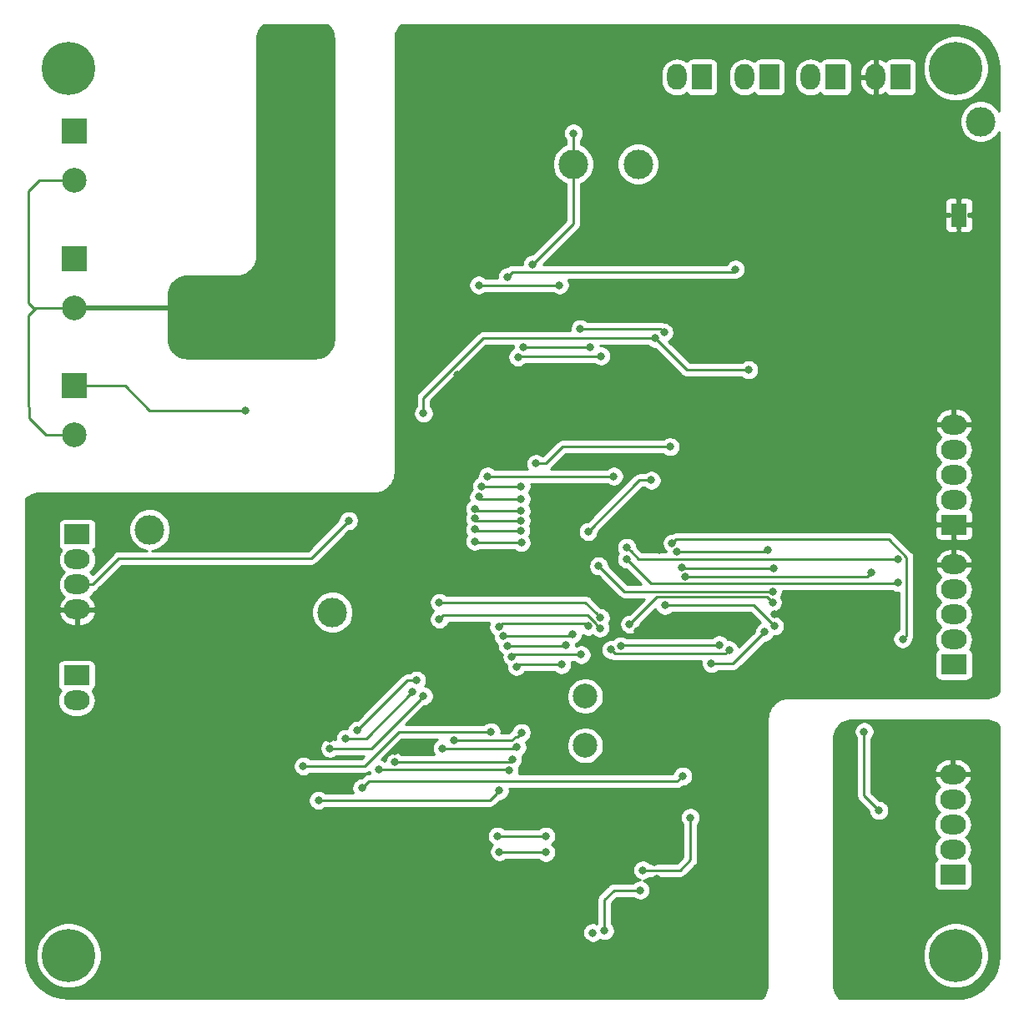
<source format=gbr>
G04 #@! TF.GenerationSoftware,KiCad,Pcbnew,5.1.0-unknown-c054944~86~ubuntu19.04.1*
G04 #@! TF.CreationDate,2019-05-13T10:23:20-04:00*
G04 #@! TF.ProjectId,BMS-Master,424d532d-4d61-4737-9465-722e6b696361,V0.2*
G04 #@! TF.SameCoordinates,Original*
G04 #@! TF.FileFunction,Copper,L2,Bot*
G04 #@! TF.FilePolarity,Positive*
%FSLAX46Y46*%
G04 Gerber Fmt 4.6, Leading zero omitted, Abs format (unit mm)*
G04 Created by KiCad (PCBNEW 5.1.0-unknown-c054944~86~ubuntu19.04.1) date 2019-05-13 10:23:20*
%MOMM*%
%LPD*%
G04 APERTURE LIST*
%ADD10R,2.600000X2.000000*%
%ADD11O,2.600000X2.000000*%
%ADD12C,2.499360*%
%ADD13C,2.500000*%
%ADD14R,2.500000X2.500000*%
%ADD15R,2.000000X2.600000*%
%ADD16O,2.000000X2.600000*%
%ADD17C,5.400000*%
%ADD18C,0.800000*%
%ADD19R,1.650000X2.400000*%
%ADD20C,0.600000*%
%ADD21C,3.000000*%
%ADD22C,0.500000*%
%ADD23C,0.250000*%
%ADD24C,0.254000*%
G04 APERTURE END LIST*
D10*
X94800000Y-65500000D03*
D11*
X94800000Y-62960000D03*
X94800000Y-60420000D03*
X94800000Y-57880000D03*
X94800000Y-55340000D03*
D10*
X94700000Y-86800000D03*
D11*
X94700000Y-84260000D03*
X94700000Y-81720000D03*
X94700000Y-79180000D03*
X94700000Y-76640000D03*
D10*
X94800000Y-51300000D03*
D11*
X94800000Y-48760000D03*
X94800000Y-46220000D03*
X94800000Y-43680000D03*
X94800000Y-41140000D03*
D12*
X57400000Y-73700000D03*
X57400000Y-68700000D03*
D13*
X5600000Y-42200000D03*
D14*
X5600000Y-37200000D03*
D13*
X5600000Y-29350000D03*
D14*
X5600000Y-24350000D03*
D15*
X69250000Y-5900000D03*
D16*
X66710000Y-5900000D03*
D15*
X76100000Y-5900000D03*
D16*
X73560000Y-5900000D03*
D15*
X82800000Y-5900000D03*
D16*
X80260000Y-5900000D03*
D10*
X5861680Y-52300000D03*
D11*
X5861680Y-54840000D03*
X5861680Y-57380000D03*
X5861680Y-59920000D03*
D15*
X89400000Y-5900000D03*
D16*
X86860000Y-5900000D03*
D14*
X5600000Y-11350000D03*
D13*
X5600000Y-16350000D03*
D11*
X5800000Y-69140000D03*
D10*
X5800000Y-66600000D03*
D17*
X5000000Y-5000000D03*
D18*
X7025000Y-5000000D03*
X6431891Y-6431891D03*
X5000000Y-7025000D03*
X3568109Y-6431891D03*
X2975000Y-5000000D03*
X3568109Y-3568109D03*
X5000000Y-2975000D03*
X6431891Y-3568109D03*
X96431891Y-3568109D03*
X95000000Y-2975000D03*
X93568109Y-3568109D03*
X92975000Y-5000000D03*
X93568109Y-6431891D03*
X95000000Y-7025000D03*
X96431891Y-6431891D03*
X97025000Y-5000000D03*
D17*
X95000000Y-5000000D03*
X95000000Y-95000000D03*
D18*
X92975000Y-95000000D03*
X93568109Y-93568109D03*
X95000000Y-92975000D03*
X96431891Y-93568109D03*
X97025000Y-95000000D03*
X96431891Y-96431891D03*
X95000000Y-97025000D03*
X93568109Y-96431891D03*
X6431891Y-93568109D03*
X5000000Y-92975000D03*
X3568109Y-93568109D03*
X2975000Y-95000000D03*
X3568109Y-96431891D03*
X5000000Y-97025000D03*
X6431891Y-96431891D03*
X7025000Y-95000000D03*
D17*
X5000000Y-95000000D03*
D19*
X95303000Y-19900000D03*
D20*
X94802000Y-19150000D03*
X95802000Y-19150000D03*
X94802000Y-20650000D03*
X95802000Y-20650000D03*
X95302000Y-19900000D03*
D21*
X97510600Y-10414000D03*
X56184800Y-14732000D03*
X62763400Y-14732000D03*
X13208000Y-51816000D03*
X31750000Y-60198000D03*
D18*
X29100000Y-12100000D03*
X25000000Y-10500000D03*
X25000000Y-24400000D03*
X29200000Y-25400000D03*
X29500000Y-31000000D03*
X23500004Y-33500004D03*
X22600000Y-33500000D03*
X28600000Y-31000000D03*
X63246000Y-86360000D03*
X68072000Y-81026000D03*
X60100000Y-85100000D03*
X61600000Y-85100000D03*
X61600000Y-83600000D03*
X60100000Y-83600000D03*
X40442440Y-13419480D03*
X72200000Y-87800000D03*
X42291560Y-25723240D03*
X63200000Y-3300000D03*
X90650000Y-24800000D03*
X85600000Y-31300000D03*
X90200000Y-38300000D03*
X82500000Y-40300000D03*
X84100000Y-42200000D03*
X76600000Y-60400000D03*
X14300000Y-60900000D03*
X11700000Y-59000000D03*
X13800000Y-58100000D03*
X15500000Y-58000000D03*
X27700000Y-56100000D03*
X30500000Y-56000000D03*
X32000000Y-55900000D03*
X33500000Y-55800000D03*
X35000000Y-55800000D03*
X41300000Y-53900000D03*
X76400000Y-32500000D03*
X41300000Y-42600000D03*
X54900000Y-39400000D03*
X56900000Y-41500000D03*
X60900000Y-41400000D03*
X60900000Y-40400000D03*
X57600000Y-45100000D03*
X44400000Y-36100000D03*
X51025010Y-40202558D03*
X36300000Y-67600000D03*
X32300000Y-66700000D03*
X32200000Y-68300000D03*
X30900000Y-66800000D03*
X36400000Y-64000000D03*
X56788049Y-29849989D03*
X86900000Y-62800000D03*
X86600000Y-29800000D03*
X72200000Y-79800000D03*
X74499998Y-81500000D03*
X74500000Y-83500000D03*
X76500000Y-67000000D03*
X54600000Y-98000000D03*
X65400000Y-98000000D03*
X48500000Y-95650000D03*
X73274990Y-46800000D03*
X51600000Y-57700000D03*
X45300000Y-28800000D03*
X27800000Y-50100000D03*
X66300000Y-51400000D03*
X64900000Y-53900000D03*
X57600000Y-81600000D03*
X61000000Y-92000000D03*
X3500000Y-86000000D03*
X38100000Y-74300000D03*
X18200000Y-72900000D03*
X24100000Y-77000000D03*
X31487340Y-72987340D03*
X37100000Y-55900000D03*
X34500000Y-90999994D03*
X34500000Y-95500000D03*
X35000000Y-85000000D03*
X24512660Y-81512660D03*
X44500000Y-82000000D03*
X37300000Y-81900000D03*
X62900000Y-65700000D03*
X62700000Y-62100002D03*
X72500000Y-43300000D03*
X57554751Y-93755454D03*
X64516000Y-83820000D03*
X64516000Y-88392000D03*
X64516000Y-89916000D03*
X64400000Y-85500000D03*
X64650275Y-87250008D03*
X18200000Y-58100000D03*
X51816000Y-8128000D03*
X51562000Y-21590000D03*
X78232000Y-19050000D03*
X77216000Y-19558000D03*
X70866000Y-19050000D03*
X69596000Y-19558000D03*
X92202000Y-13970000D03*
X85852000Y-19050000D03*
X55626006Y-24130000D03*
X84600000Y-19500000D03*
X76400000Y-58100000D03*
X58762600Y-55500000D03*
X34740344Y-78025010D03*
X67300000Y-76800000D03*
X44100000Y-73200000D03*
X55000000Y-65500000D03*
X50425053Y-65700006D03*
X50925055Y-72399996D03*
X42900000Y-74000000D03*
X57000000Y-64500000D03*
X49975042Y-64700000D03*
X50475044Y-73900000D03*
X49525031Y-63606735D03*
X38112660Y-75399969D03*
X55400000Y-63500000D03*
X50025033Y-75101385D03*
X49075020Y-62636340D03*
X36502163Y-76124979D03*
X56125010Y-62400000D03*
X49700000Y-76200000D03*
X76600000Y-61600000D03*
X65500000Y-59500000D03*
X76400000Y-59200000D03*
X61900000Y-61400000D03*
X50899778Y-49903265D03*
X46200000Y-49700000D03*
X54800000Y-27000000D03*
X46600000Y-27000000D03*
X58166000Y-92710000D03*
X88500000Y-77500000D03*
X84500000Y-81500000D03*
X83500000Y-81500000D03*
X83500000Y-83500000D03*
X83500000Y-85500000D03*
X87200000Y-80300000D03*
X85700000Y-72300000D03*
X33400000Y-50900000D03*
X52400000Y-45100000D03*
X66000000Y-43400000D03*
X62992000Y-88392000D03*
X59366390Y-92496460D03*
X70200000Y-65400000D03*
X75600000Y-62200000D03*
X74000000Y-35600000D03*
X64500000Y-32400000D03*
X41000000Y-40000000D03*
X22900000Y-39700000D03*
X89600000Y-62900000D03*
X66228297Y-53193130D03*
X89100000Y-54800000D03*
X61600000Y-53600000D03*
X61600000Y-54800000D03*
X89100000Y-57200000D03*
X56200000Y-11600000D03*
X52070000Y-24892000D03*
X65400000Y-31800000D03*
X56900000Y-31425010D03*
X57900000Y-33300000D03*
X51100000Y-33300000D03*
X59000000Y-34200000D03*
X50582990Y-34300000D03*
X76500000Y-55700000D03*
X67190478Y-55625409D03*
X66686571Y-54081954D03*
X75925010Y-53900000D03*
X86400000Y-56200000D03*
X67504037Y-56574990D03*
X57700000Y-52000000D03*
X64100000Y-46800000D03*
X49530000Y-26162000D03*
X72644000Y-25400000D03*
X50874084Y-51902874D03*
X33100000Y-73000000D03*
X39900000Y-68300000D03*
X46200000Y-51800000D03*
X50900000Y-48700000D03*
X53400000Y-84550000D03*
X48700000Y-84500000D03*
X46600000Y-48500000D03*
X50900000Y-47400000D03*
X53400000Y-82900000D03*
X48499996Y-82900000D03*
X46900000Y-47400004D03*
X42600000Y-59200000D03*
X58949956Y-60741270D03*
X42600000Y-60900000D03*
X58900000Y-61800000D03*
X48625009Y-61700000D03*
X30349514Y-79274990D03*
X48700000Y-78300000D03*
X57724969Y-61614607D03*
X50902686Y-50903272D03*
X40300000Y-67100000D03*
X34274904Y-72176582D03*
X46200000Y-50700000D03*
X50909215Y-53133895D03*
X31500000Y-74000000D03*
X41000000Y-68690090D03*
X46200000Y-53000000D03*
X72000000Y-64000000D03*
X59990547Y-63987206D03*
X71000000Y-63500000D03*
X61000000Y-63600000D03*
X60300000Y-46400000D03*
X28800000Y-75800000D03*
X47500000Y-46400000D03*
X47841362Y-72321581D03*
D22*
X19350000Y-29350000D02*
X23500004Y-33500004D01*
X5600000Y-29350000D02*
X19350000Y-29350000D01*
D23*
X900000Y-28800000D02*
X1450000Y-29350000D01*
X900000Y-17500000D02*
X900000Y-28800000D01*
X1450000Y-29350000D02*
X5600000Y-29350000D01*
X5600000Y-16350000D02*
X2050000Y-16350000D01*
X2050000Y-16350000D02*
X900000Y-17500000D01*
X2700000Y-42200000D02*
X5600000Y-42200000D01*
X1650000Y-29350000D02*
X900000Y-30100000D01*
X900000Y-30100000D02*
X900000Y-39300000D01*
X1000000Y-39400000D02*
X1000000Y-40500000D01*
X900000Y-39300000D02*
X1000000Y-39400000D01*
X5600000Y-29350000D02*
X1650000Y-29350000D01*
X1000000Y-40500000D02*
X2700000Y-42200000D01*
X68072000Y-81591685D02*
X68072000Y-81026000D01*
X68072000Y-85328000D02*
X68072000Y-81591685D01*
X63246000Y-86360000D02*
X67040000Y-86360000D01*
X67040000Y-86360000D02*
X68072000Y-85328000D01*
D22*
X95303000Y-19900000D02*
X95303000Y-18401000D01*
X95303000Y-19900000D02*
X95303000Y-21299000D01*
D23*
X59162599Y-55899999D02*
X58762600Y-55500000D01*
X76400000Y-58100000D02*
X61362600Y-58100000D01*
X61362600Y-58100000D02*
X59162599Y-55899999D01*
X66900001Y-77199999D02*
X67300000Y-76800000D01*
X66800000Y-77300000D02*
X66900001Y-77199999D01*
X35465354Y-77300000D02*
X66800000Y-77300000D01*
X34740344Y-78025010D02*
X35465354Y-77300000D01*
X50625059Y-65500000D02*
X50425053Y-65700006D01*
X55000000Y-65500000D02*
X50625059Y-65500000D01*
X44100000Y-73200000D02*
X49925051Y-73200000D01*
X50325056Y-72799995D02*
X50525056Y-72799995D01*
X49925051Y-73200000D02*
X50325056Y-72799995D01*
X50525056Y-72799995D02*
X50925055Y-72399996D01*
X57000000Y-64500000D02*
X50175042Y-64500000D01*
X50175042Y-64500000D02*
X49975042Y-64700000D01*
X42900000Y-74000000D02*
X50375044Y-74000000D01*
X50375044Y-74000000D02*
X50475044Y-73900000D01*
X55293265Y-63606735D02*
X55400000Y-63500000D01*
X49525031Y-63606735D02*
X55293265Y-63606735D01*
X49726449Y-75399969D02*
X50025033Y-75101385D01*
X38112660Y-75399969D02*
X49726449Y-75399969D01*
X49075020Y-62636340D02*
X55888670Y-62636340D01*
X55888670Y-62636340D02*
X56125010Y-62400000D01*
X49624979Y-76124979D02*
X49700000Y-76200000D01*
X36502163Y-76124979D02*
X49624979Y-76124979D01*
X74500000Y-59500000D02*
X66065685Y-59500000D01*
X76600000Y-61600000D02*
X74500000Y-59500000D01*
X66065685Y-59500000D02*
X65500000Y-59500000D01*
X75825169Y-58625169D02*
X64674831Y-58625169D01*
X76400000Y-59200000D02*
X75825169Y-58625169D01*
X64674831Y-58625169D02*
X62299999Y-61000001D01*
X62299999Y-61000001D02*
X61900000Y-61400000D01*
X50899778Y-49903265D02*
X46403265Y-49903265D01*
X46403265Y-49903265D02*
X46200000Y-49700000D01*
X54800000Y-27000000D02*
X46600000Y-27000000D01*
X87200000Y-80300000D02*
X85700000Y-78800000D01*
X85700000Y-78800000D02*
X85700000Y-72300000D01*
X7411680Y-57380000D02*
X10091680Y-54700000D01*
X5861680Y-57380000D02*
X7411680Y-57380000D01*
X10091680Y-54700000D02*
X29600000Y-54700000D01*
X29600000Y-54700000D02*
X33400000Y-50900000D01*
X52400000Y-45100000D02*
X53400000Y-45100000D01*
X53400000Y-45100000D02*
X55100000Y-43400000D01*
X55100000Y-43400000D02*
X66000000Y-43400000D01*
X59366390Y-89333610D02*
X59366390Y-92496460D01*
X62992000Y-88392000D02*
X60308000Y-88392000D01*
X60308000Y-88392000D02*
X59366390Y-89333610D01*
X72400000Y-65400000D02*
X75200001Y-62599999D01*
X70200000Y-65400000D02*
X72400000Y-65400000D01*
X75200001Y-62599999D02*
X75600000Y-62200000D01*
X67700000Y-35600000D02*
X64899999Y-32799999D01*
X74000000Y-35600000D02*
X67700000Y-35600000D01*
X64899999Y-32799999D02*
X64500000Y-32400000D01*
X64500000Y-32400000D02*
X47034315Y-32400000D01*
X41000000Y-39434315D02*
X41000000Y-40000000D01*
X47034315Y-32400000D02*
X41000000Y-38434315D01*
X41000000Y-38434315D02*
X41000000Y-39434315D01*
X13200000Y-39700000D02*
X22900000Y-39700000D01*
X5600000Y-37200000D02*
X10700000Y-37200000D01*
X10700000Y-37200000D02*
X13200000Y-39700000D01*
X89999999Y-54626995D02*
X88166135Y-52793131D01*
X89999999Y-62500001D02*
X89999999Y-54626995D01*
X88166135Y-52793131D02*
X66628296Y-52793131D01*
X66628296Y-52793131D02*
X66228297Y-53193130D01*
X89600000Y-62900000D02*
X89999999Y-62500001D01*
X89100000Y-54800000D02*
X67041527Y-54800000D01*
X67041527Y-54800000D02*
X67034572Y-54806955D01*
X61999999Y-53999999D02*
X61600000Y-53600000D01*
X67034572Y-54806955D02*
X66338570Y-54806955D01*
X66331615Y-54800000D02*
X62800000Y-54800000D01*
X62800000Y-54800000D02*
X61999999Y-53999999D01*
X66338570Y-54806955D02*
X66331615Y-54800000D01*
X64100000Y-57300000D02*
X89000000Y-57300000D01*
X61600000Y-54800000D02*
X64100000Y-57300000D01*
X89000000Y-57300000D02*
X89100000Y-57200000D01*
X56200000Y-11600000D02*
X56200000Y-16830000D01*
X56200000Y-20762000D02*
X56200000Y-16830000D01*
X52070000Y-24892000D02*
X56200000Y-20762000D01*
X57465685Y-31425010D02*
X56900000Y-31425010D01*
X65400000Y-31800000D02*
X65025010Y-31425010D01*
X65025010Y-31425010D02*
X57465685Y-31425010D01*
X57334315Y-33300000D02*
X51100000Y-33300000D01*
X57900000Y-33300000D02*
X57334315Y-33300000D01*
X59000000Y-34200000D02*
X50682990Y-34200000D01*
X50682990Y-34200000D02*
X50582990Y-34300000D01*
X67265069Y-55700000D02*
X67190478Y-55625409D01*
X76500000Y-55700000D02*
X67265069Y-55700000D01*
X66686571Y-54081954D02*
X75743056Y-54081954D01*
X75743056Y-54081954D02*
X75925010Y-53900000D01*
X67529046Y-56599999D02*
X67511540Y-56582493D01*
X86000001Y-56599999D02*
X67529046Y-56599999D01*
X86400000Y-56200000D02*
X86000001Y-56599999D01*
X67511540Y-56582493D02*
X67504037Y-56574990D01*
X62900000Y-46800000D02*
X63534315Y-46800000D01*
X57700000Y-52000000D02*
X62900000Y-46800000D01*
X63534315Y-46800000D02*
X64100000Y-46800000D01*
X49530000Y-26162000D02*
X50038000Y-25654000D01*
X50038000Y-25654000D02*
X72390000Y-25654000D01*
X72390000Y-25654000D02*
X72644000Y-25400000D01*
X33100000Y-73000000D02*
X35200000Y-73000000D01*
X35200000Y-73000000D02*
X39900000Y-68300000D01*
X46302874Y-51902874D02*
X46200000Y-51800000D01*
X50874084Y-51902874D02*
X46302874Y-51902874D01*
X48750000Y-84550000D02*
X48700000Y-84500000D01*
X53400000Y-84550000D02*
X48750000Y-84550000D01*
X46800000Y-48700000D02*
X46600000Y-48500000D01*
X50900000Y-48700000D02*
X46800000Y-48700000D01*
X53400000Y-82900000D02*
X48499996Y-82900000D01*
X46900004Y-47400000D02*
X46900000Y-47400004D01*
X50900000Y-47400000D02*
X46900004Y-47400000D01*
X42600000Y-59200000D02*
X57408686Y-59200000D01*
X57408686Y-59200000D02*
X58549957Y-60341271D01*
X58549957Y-60341271D02*
X58949956Y-60741270D01*
X58500001Y-61364319D02*
X58500001Y-61400001D01*
X58500001Y-61400001D02*
X58900000Y-61800000D01*
X57635683Y-60500001D02*
X58500001Y-61364319D01*
X42600000Y-60900000D02*
X42999999Y-60500001D01*
X42999999Y-60500001D02*
X57635683Y-60500001D01*
X48300001Y-78699999D02*
X48700000Y-78300000D01*
X47725010Y-79274990D02*
X48300001Y-78699999D01*
X30349514Y-79274990D02*
X47725010Y-79274990D01*
X49025008Y-61300001D02*
X57410363Y-61300001D01*
X57724928Y-61614566D02*
X57724969Y-61614607D01*
X48625009Y-61700000D02*
X49025008Y-61300001D01*
X57410363Y-61300001D02*
X57724928Y-61614566D01*
X39351486Y-67100000D02*
X34674903Y-71776583D01*
X34674903Y-71776583D02*
X34274904Y-72176582D01*
X40300000Y-67100000D02*
X39351486Y-67100000D01*
X50902686Y-50903272D02*
X46403272Y-50903272D01*
X46403272Y-50903272D02*
X46200000Y-50700000D01*
X50909215Y-53133895D02*
X46333895Y-53133895D01*
X46333895Y-53133895D02*
X46200000Y-53000000D01*
X31500000Y-74000000D02*
X35690090Y-74000000D01*
X35690090Y-74000000D02*
X40600001Y-69090089D01*
X40600001Y-69090089D02*
X41000000Y-68690090D01*
X72000000Y-64000000D02*
X71600001Y-64399999D01*
X60403340Y-64399999D02*
X60390546Y-64387205D01*
X71600001Y-64399999D02*
X60403340Y-64399999D01*
X60390546Y-64387205D02*
X59990547Y-63987206D01*
X61100000Y-63500000D02*
X61000000Y-63600000D01*
X71000000Y-63500000D02*
X61100000Y-63500000D01*
X60300000Y-46400000D02*
X47500000Y-46400000D01*
X28800000Y-75800000D02*
X35000000Y-75800000D01*
X35000000Y-75800000D02*
X38478419Y-72321581D01*
X38478419Y-72321581D02*
X47275677Y-72321581D01*
X47275677Y-72321581D02*
X47841362Y-72321581D01*
D24*
G36*
X95772528Y-706470D02*
G01*
X96520635Y-911129D01*
X97220682Y-1245035D01*
X97850532Y-1697628D01*
X98390281Y-2254605D01*
X98822866Y-2898360D01*
X99134617Y-3608548D01*
X99316850Y-4367600D01*
X99365000Y-5023288D01*
X99365000Y-9346408D01*
X99168963Y-9053017D01*
X98871583Y-8755637D01*
X98521902Y-8521988D01*
X98133356Y-8361047D01*
X97720879Y-8279000D01*
X97300321Y-8279000D01*
X96887844Y-8361047D01*
X96499298Y-8521988D01*
X96149617Y-8755637D01*
X95852237Y-9053017D01*
X95618588Y-9402698D01*
X95457647Y-9791244D01*
X95375600Y-10203721D01*
X95375600Y-10624279D01*
X95457647Y-11036756D01*
X95618588Y-11425302D01*
X95852237Y-11774983D01*
X96149617Y-12072363D01*
X96499298Y-12306012D01*
X96887844Y-12466953D01*
X97300321Y-12549000D01*
X97720879Y-12549000D01*
X98133356Y-12466953D01*
X98521902Y-12306012D01*
X98871583Y-12072363D01*
X99168963Y-11774983D01*
X99365000Y-11481592D01*
X99365001Y-68276613D01*
X99226338Y-68415276D01*
X99012445Y-68575395D01*
X98777940Y-68703444D01*
X98527593Y-68796819D01*
X98266504Y-68853615D01*
X97995470Y-68873000D01*
X78000000Y-68873000D01*
X77990940Y-68873324D01*
X77706310Y-68893681D01*
X77688374Y-68896259D01*
X77409539Y-68956916D01*
X77392153Y-68962021D01*
X77124788Y-69061743D01*
X77108305Y-69069271D01*
X76857853Y-69206028D01*
X76842610Y-69215824D01*
X76614171Y-69386832D01*
X76600476Y-69398698D01*
X76398698Y-69600476D01*
X76386832Y-69614171D01*
X76215824Y-69842610D01*
X76206028Y-69857853D01*
X76069271Y-70108305D01*
X76061743Y-70124788D01*
X75962021Y-70392153D01*
X75956916Y-70409539D01*
X75896259Y-70688374D01*
X75893681Y-70706310D01*
X75873324Y-70990940D01*
X75873000Y-71000000D01*
X75873000Y-97995470D01*
X75853615Y-98266504D01*
X75796819Y-98527593D01*
X75703444Y-98777940D01*
X75575395Y-99012445D01*
X75415276Y-99226338D01*
X75276614Y-99365000D01*
X5028279Y-99365000D01*
X4227472Y-99293530D01*
X3479364Y-99088871D01*
X2779318Y-98754965D01*
X2149468Y-98302372D01*
X1609719Y-97745395D01*
X1177133Y-97101637D01*
X865383Y-96391452D01*
X683150Y-95632400D01*
X635000Y-94976712D01*
X635000Y-94671531D01*
X1665000Y-94671531D01*
X1665000Y-95328469D01*
X1793162Y-95972784D01*
X2044561Y-96579715D01*
X2409536Y-97125939D01*
X2874061Y-97590464D01*
X3420285Y-97955439D01*
X4027216Y-98206838D01*
X4671531Y-98335000D01*
X5328469Y-98335000D01*
X5972784Y-98206838D01*
X6579715Y-97955439D01*
X7125939Y-97590464D01*
X7590464Y-97125939D01*
X7955439Y-96579715D01*
X8206838Y-95972784D01*
X8335000Y-95328469D01*
X8335000Y-94671531D01*
X8206838Y-94027216D01*
X7955439Y-93420285D01*
X7590464Y-92874061D01*
X7324464Y-92608061D01*
X57131000Y-92608061D01*
X57131000Y-92811939D01*
X57170774Y-93011898D01*
X57248795Y-93200256D01*
X57362063Y-93369774D01*
X57506226Y-93513937D01*
X57675744Y-93627205D01*
X57864102Y-93705226D01*
X58064061Y-93745000D01*
X58267939Y-93745000D01*
X58467898Y-93705226D01*
X58656256Y-93627205D01*
X58825774Y-93513937D01*
X58911427Y-93428284D01*
X59064492Y-93491686D01*
X59264451Y-93531460D01*
X59468329Y-93531460D01*
X59668288Y-93491686D01*
X59856646Y-93413665D01*
X60026164Y-93300397D01*
X60170327Y-93156234D01*
X60283595Y-92986716D01*
X60361616Y-92798358D01*
X60401390Y-92598399D01*
X60401390Y-92394521D01*
X60361616Y-92194562D01*
X60283595Y-92006204D01*
X60170327Y-91836686D01*
X60126390Y-91792749D01*
X60126390Y-89648411D01*
X60622802Y-89152000D01*
X62288289Y-89152000D01*
X62332226Y-89195937D01*
X62501744Y-89309205D01*
X62690102Y-89387226D01*
X62890061Y-89427000D01*
X63093939Y-89427000D01*
X63293898Y-89387226D01*
X63482256Y-89309205D01*
X63651774Y-89195937D01*
X63795937Y-89051774D01*
X63909205Y-88882256D01*
X63987226Y-88693898D01*
X64027000Y-88493939D01*
X64027000Y-88290061D01*
X63987226Y-88090102D01*
X63909205Y-87901744D01*
X63795937Y-87732226D01*
X63651774Y-87588063D01*
X63482256Y-87474795D01*
X63293898Y-87396774D01*
X63284979Y-87395000D01*
X63347939Y-87395000D01*
X63547898Y-87355226D01*
X63736256Y-87277205D01*
X63905774Y-87163937D01*
X63949711Y-87120000D01*
X67002678Y-87120000D01*
X67040000Y-87123676D01*
X67077322Y-87120000D01*
X67077333Y-87120000D01*
X67188986Y-87109003D01*
X67332247Y-87065546D01*
X67464276Y-86994974D01*
X67580001Y-86900001D01*
X67603803Y-86870998D01*
X68583009Y-85891794D01*
X68612001Y-85868001D01*
X68635795Y-85839008D01*
X68635799Y-85839004D01*
X68706973Y-85752277D01*
X68706974Y-85752276D01*
X68777546Y-85620247D01*
X68821003Y-85476986D01*
X68832000Y-85365333D01*
X68832000Y-85365324D01*
X68835676Y-85328001D01*
X68832000Y-85290678D01*
X68832000Y-81729711D01*
X68875937Y-81685774D01*
X68989205Y-81516256D01*
X69067226Y-81327898D01*
X69107000Y-81127939D01*
X69107000Y-80924061D01*
X69067226Y-80724102D01*
X68989205Y-80535744D01*
X68875937Y-80366226D01*
X68731774Y-80222063D01*
X68562256Y-80108795D01*
X68373898Y-80030774D01*
X68173939Y-79991000D01*
X67970061Y-79991000D01*
X67770102Y-80030774D01*
X67581744Y-80108795D01*
X67412226Y-80222063D01*
X67268063Y-80366226D01*
X67154795Y-80535744D01*
X67076774Y-80724102D01*
X67037000Y-80924061D01*
X67037000Y-81127939D01*
X67076774Y-81327898D01*
X67154795Y-81516256D01*
X67268063Y-81685774D01*
X67312001Y-81729712D01*
X67312000Y-85013197D01*
X66725199Y-85600000D01*
X63949711Y-85600000D01*
X63905774Y-85556063D01*
X63736256Y-85442795D01*
X63547898Y-85364774D01*
X63347939Y-85325000D01*
X63144061Y-85325000D01*
X62944102Y-85364774D01*
X62755744Y-85442795D01*
X62586226Y-85556063D01*
X62442063Y-85700226D01*
X62328795Y-85869744D01*
X62250774Y-86058102D01*
X62211000Y-86258061D01*
X62211000Y-86461939D01*
X62250774Y-86661898D01*
X62328795Y-86850256D01*
X62442063Y-87019774D01*
X62586226Y-87163937D01*
X62755744Y-87277205D01*
X62944102Y-87355226D01*
X62953021Y-87357000D01*
X62890061Y-87357000D01*
X62690102Y-87396774D01*
X62501744Y-87474795D01*
X62332226Y-87588063D01*
X62288289Y-87632000D01*
X60345325Y-87632000D01*
X60308000Y-87628324D01*
X60270675Y-87632000D01*
X60270667Y-87632000D01*
X60159014Y-87642997D01*
X60015753Y-87686454D01*
X59883724Y-87757026D01*
X59767999Y-87851999D01*
X59744201Y-87880997D01*
X58855392Y-88769806D01*
X58826389Y-88793609D01*
X58771261Y-88860784D01*
X58731416Y-88909334D01*
X58668536Y-89026974D01*
X58660844Y-89041364D01*
X58617387Y-89184625D01*
X58606390Y-89296278D01*
X58606390Y-89296288D01*
X58602714Y-89333610D01*
X58606390Y-89370933D01*
X58606391Y-91772140D01*
X58467898Y-91714774D01*
X58267939Y-91675000D01*
X58064061Y-91675000D01*
X57864102Y-91714774D01*
X57675744Y-91792795D01*
X57506226Y-91906063D01*
X57362063Y-92050226D01*
X57248795Y-92219744D01*
X57170774Y-92408102D01*
X57131000Y-92608061D01*
X7324464Y-92608061D01*
X7125939Y-92409536D01*
X6579715Y-92044561D01*
X5972784Y-91793162D01*
X5328469Y-91665000D01*
X4671531Y-91665000D01*
X4027216Y-91793162D01*
X3420285Y-92044561D01*
X2874061Y-92409536D01*
X2409536Y-92874061D01*
X2044561Y-93420285D01*
X1793162Y-94027216D01*
X1665000Y-94671531D01*
X635000Y-94671531D01*
X635000Y-82798061D01*
X47464996Y-82798061D01*
X47464996Y-83001939D01*
X47504770Y-83201898D01*
X47582791Y-83390256D01*
X47696059Y-83559774D01*
X47840222Y-83703937D01*
X47955396Y-83780893D01*
X47896063Y-83840226D01*
X47782795Y-84009744D01*
X47704774Y-84198102D01*
X47665000Y-84398061D01*
X47665000Y-84601939D01*
X47704774Y-84801898D01*
X47782795Y-84990256D01*
X47896063Y-85159774D01*
X48040226Y-85303937D01*
X48209744Y-85417205D01*
X48398102Y-85495226D01*
X48598061Y-85535000D01*
X48801939Y-85535000D01*
X49001898Y-85495226D01*
X49190256Y-85417205D01*
X49350700Y-85310000D01*
X52696289Y-85310000D01*
X52740226Y-85353937D01*
X52909744Y-85467205D01*
X53098102Y-85545226D01*
X53298061Y-85585000D01*
X53501939Y-85585000D01*
X53701898Y-85545226D01*
X53890256Y-85467205D01*
X54059774Y-85353937D01*
X54203937Y-85209774D01*
X54317205Y-85040256D01*
X54395226Y-84851898D01*
X54435000Y-84651939D01*
X54435000Y-84448061D01*
X54395226Y-84248102D01*
X54317205Y-84059744D01*
X54203937Y-83890226D01*
X54059774Y-83746063D01*
X54028251Y-83725000D01*
X54059774Y-83703937D01*
X54203937Y-83559774D01*
X54317205Y-83390256D01*
X54395226Y-83201898D01*
X54435000Y-83001939D01*
X54435000Y-82798061D01*
X54395226Y-82598102D01*
X54317205Y-82409744D01*
X54203937Y-82240226D01*
X54059774Y-82096063D01*
X53890256Y-81982795D01*
X53701898Y-81904774D01*
X53501939Y-81865000D01*
X53298061Y-81865000D01*
X53098102Y-81904774D01*
X52909744Y-81982795D01*
X52740226Y-82096063D01*
X52696289Y-82140000D01*
X49203707Y-82140000D01*
X49159770Y-82096063D01*
X48990252Y-81982795D01*
X48801894Y-81904774D01*
X48601935Y-81865000D01*
X48398057Y-81865000D01*
X48198098Y-81904774D01*
X48009740Y-81982795D01*
X47840222Y-82096063D01*
X47696059Y-82240226D01*
X47582791Y-82409744D01*
X47504770Y-82598102D01*
X47464996Y-82798061D01*
X635000Y-82798061D01*
X635000Y-75698061D01*
X27765000Y-75698061D01*
X27765000Y-75901939D01*
X27804774Y-76101898D01*
X27882795Y-76290256D01*
X27996063Y-76459774D01*
X28140226Y-76603937D01*
X28309744Y-76717205D01*
X28498102Y-76795226D01*
X28698061Y-76835000D01*
X28901939Y-76835000D01*
X29101898Y-76795226D01*
X29290256Y-76717205D01*
X29459774Y-76603937D01*
X29503711Y-76560000D01*
X34962678Y-76560000D01*
X35000000Y-76563676D01*
X35037322Y-76560000D01*
X35037333Y-76560000D01*
X35148986Y-76549003D01*
X35292247Y-76505546D01*
X35424276Y-76434974D01*
X35496721Y-76375520D01*
X35506937Y-76426877D01*
X35553794Y-76540000D01*
X35502677Y-76540000D01*
X35465354Y-76536324D01*
X35428031Y-76540000D01*
X35428021Y-76540000D01*
X35316368Y-76550997D01*
X35173107Y-76594454D01*
X35041077Y-76665026D01*
X34957437Y-76733668D01*
X34925353Y-76759999D01*
X34901555Y-76788998D01*
X34700542Y-76990010D01*
X34638405Y-76990010D01*
X34438446Y-77029784D01*
X34250088Y-77107805D01*
X34080570Y-77221073D01*
X33936407Y-77365236D01*
X33823139Y-77534754D01*
X33745118Y-77723112D01*
X33705344Y-77923071D01*
X33705344Y-78126949D01*
X33745118Y-78326908D01*
X33823025Y-78514990D01*
X31053225Y-78514990D01*
X31009288Y-78471053D01*
X30839770Y-78357785D01*
X30651412Y-78279764D01*
X30451453Y-78239990D01*
X30247575Y-78239990D01*
X30047616Y-78279764D01*
X29859258Y-78357785D01*
X29689740Y-78471053D01*
X29545577Y-78615216D01*
X29432309Y-78784734D01*
X29354288Y-78973092D01*
X29314514Y-79173051D01*
X29314514Y-79376929D01*
X29354288Y-79576888D01*
X29432309Y-79765246D01*
X29545577Y-79934764D01*
X29689740Y-80078927D01*
X29859258Y-80192195D01*
X30047616Y-80270216D01*
X30247575Y-80309990D01*
X30451453Y-80309990D01*
X30651412Y-80270216D01*
X30839770Y-80192195D01*
X31009288Y-80078927D01*
X31053225Y-80034990D01*
X47687688Y-80034990D01*
X47725010Y-80038666D01*
X47762332Y-80034990D01*
X47762343Y-80034990D01*
X47873996Y-80023993D01*
X48017257Y-79980536D01*
X48149286Y-79909964D01*
X48265011Y-79814991D01*
X48288813Y-79785988D01*
X48739802Y-79335000D01*
X48801939Y-79335000D01*
X49001898Y-79295226D01*
X49190256Y-79217205D01*
X49359774Y-79103937D01*
X49503937Y-78959774D01*
X49617205Y-78790256D01*
X49695226Y-78601898D01*
X49735000Y-78401939D01*
X49735000Y-78198061D01*
X49707538Y-78060000D01*
X66762678Y-78060000D01*
X66800000Y-78063676D01*
X66837322Y-78060000D01*
X66837333Y-78060000D01*
X66948986Y-78049003D01*
X67092247Y-78005546D01*
X67224276Y-77934974D01*
X67340001Y-77840001D01*
X67344105Y-77835000D01*
X67401939Y-77835000D01*
X67601898Y-77795226D01*
X67790256Y-77717205D01*
X67959774Y-77603937D01*
X68103937Y-77459774D01*
X68217205Y-77290256D01*
X68295226Y-77101898D01*
X68335000Y-76901939D01*
X68335000Y-76698061D01*
X68295226Y-76498102D01*
X68217205Y-76309744D01*
X68103937Y-76140226D01*
X67959774Y-75996063D01*
X67790256Y-75882795D01*
X67601898Y-75804774D01*
X67401939Y-75765000D01*
X67198061Y-75765000D01*
X66998102Y-75804774D01*
X66809744Y-75882795D01*
X66640226Y-75996063D01*
X66496063Y-76140226D01*
X66382795Y-76309744D01*
X66304774Y-76498102D01*
X66296440Y-76540000D01*
X50679444Y-76540000D01*
X50695226Y-76501898D01*
X50735000Y-76301939D01*
X50735000Y-76098061D01*
X50695226Y-75898102D01*
X50694289Y-75895840D01*
X50828970Y-75761159D01*
X50942238Y-75591641D01*
X51020259Y-75403283D01*
X51060033Y-75203324D01*
X51060033Y-74999446D01*
X51020259Y-74799487D01*
X51014094Y-74784602D01*
X51134818Y-74703937D01*
X51278981Y-74559774D01*
X51392249Y-74390256D01*
X51470270Y-74201898D01*
X51510044Y-74001939D01*
X51510044Y-73798061D01*
X51470270Y-73598102D01*
X51435589Y-73514375D01*
X55515320Y-73514375D01*
X55515320Y-73885625D01*
X55587747Y-74249741D01*
X55729818Y-74592731D01*
X55936074Y-74901413D01*
X56198587Y-75163926D01*
X56507269Y-75370182D01*
X56850259Y-75512253D01*
X57214375Y-75584680D01*
X57585625Y-75584680D01*
X57949741Y-75512253D01*
X58292731Y-75370182D01*
X58601413Y-75163926D01*
X58863926Y-74901413D01*
X59070182Y-74592731D01*
X59212253Y-74249741D01*
X59284680Y-73885625D01*
X59284680Y-73514375D01*
X59212253Y-73150259D01*
X59070182Y-72807269D01*
X58863926Y-72498587D01*
X58601413Y-72236074D01*
X58292731Y-72029818D01*
X57949741Y-71887747D01*
X57585625Y-71815320D01*
X57214375Y-71815320D01*
X56850259Y-71887747D01*
X56507269Y-72029818D01*
X56198587Y-72236074D01*
X55936074Y-72498587D01*
X55729818Y-72807269D01*
X55587747Y-73150259D01*
X55515320Y-73514375D01*
X51435589Y-73514375D01*
X51392249Y-73409744D01*
X51348817Y-73344744D01*
X51415311Y-73317201D01*
X51584829Y-73203933D01*
X51728992Y-73059770D01*
X51842260Y-72890252D01*
X51920281Y-72701894D01*
X51960055Y-72501935D01*
X51960055Y-72298057D01*
X51920281Y-72098098D01*
X51842260Y-71909740D01*
X51728992Y-71740222D01*
X51584829Y-71596059D01*
X51415311Y-71482791D01*
X51226953Y-71404770D01*
X51026994Y-71364996D01*
X50823116Y-71364996D01*
X50623157Y-71404770D01*
X50434799Y-71482791D01*
X50265281Y-71596059D01*
X50121118Y-71740222D01*
X50007850Y-71909740D01*
X49929829Y-72098098D01*
X49918390Y-72155608D01*
X49900780Y-72165021D01*
X49785055Y-72259994D01*
X49761256Y-72288993D01*
X49610249Y-72440000D01*
X48873084Y-72440000D01*
X48876362Y-72423520D01*
X48876362Y-72219642D01*
X48836588Y-72019683D01*
X48758567Y-71831325D01*
X48645299Y-71661807D01*
X48501136Y-71517644D01*
X48331618Y-71404376D01*
X48143260Y-71326355D01*
X47943301Y-71286581D01*
X47739423Y-71286581D01*
X47539464Y-71326355D01*
X47351106Y-71404376D01*
X47181588Y-71517644D01*
X47137651Y-71561581D01*
X39203311Y-71561581D01*
X41039802Y-69725090D01*
X41101939Y-69725090D01*
X41301898Y-69685316D01*
X41490256Y-69607295D01*
X41659774Y-69494027D01*
X41803937Y-69349864D01*
X41917205Y-69180346D01*
X41995226Y-68991988D01*
X42035000Y-68792029D01*
X42035000Y-68588151D01*
X42020326Y-68514375D01*
X55515320Y-68514375D01*
X55515320Y-68885625D01*
X55587747Y-69249741D01*
X55729818Y-69592731D01*
X55936074Y-69901413D01*
X56198587Y-70163926D01*
X56507269Y-70370182D01*
X56850259Y-70512253D01*
X57214375Y-70584680D01*
X57585625Y-70584680D01*
X57949741Y-70512253D01*
X58292731Y-70370182D01*
X58601413Y-70163926D01*
X58863926Y-69901413D01*
X59070182Y-69592731D01*
X59212253Y-69249741D01*
X59284680Y-68885625D01*
X59284680Y-68514375D01*
X59212253Y-68150259D01*
X59070182Y-67807269D01*
X58863926Y-67498587D01*
X58601413Y-67236074D01*
X58292731Y-67029818D01*
X57949741Y-66887747D01*
X57585625Y-66815320D01*
X57214375Y-66815320D01*
X56850259Y-66887747D01*
X56507269Y-67029818D01*
X56198587Y-67236074D01*
X55936074Y-67498587D01*
X55729818Y-67807269D01*
X55587747Y-68150259D01*
X55515320Y-68514375D01*
X42020326Y-68514375D01*
X41995226Y-68388192D01*
X41917205Y-68199834D01*
X41803937Y-68030316D01*
X41659774Y-67886153D01*
X41490256Y-67772885D01*
X41301898Y-67694864D01*
X41165444Y-67667722D01*
X41217205Y-67590256D01*
X41295226Y-67401898D01*
X41335000Y-67201939D01*
X41335000Y-66998061D01*
X41295226Y-66798102D01*
X41217205Y-66609744D01*
X41103937Y-66440226D01*
X40959774Y-66296063D01*
X40790256Y-66182795D01*
X40601898Y-66104774D01*
X40401939Y-66065000D01*
X40198061Y-66065000D01*
X39998102Y-66104774D01*
X39809744Y-66182795D01*
X39640226Y-66296063D01*
X39596289Y-66340000D01*
X39388808Y-66340000D01*
X39351485Y-66336324D01*
X39314162Y-66340000D01*
X39314153Y-66340000D01*
X39202500Y-66350997D01*
X39059239Y-66394454D01*
X38927209Y-66465026D01*
X38890411Y-66495226D01*
X38811485Y-66559999D01*
X38787687Y-66588997D01*
X34235103Y-71141582D01*
X34172965Y-71141582D01*
X33973006Y-71181356D01*
X33784648Y-71259377D01*
X33615130Y-71372645D01*
X33470967Y-71516808D01*
X33357699Y-71686326D01*
X33279678Y-71874684D01*
X33259438Y-71976437D01*
X33201939Y-71965000D01*
X32998061Y-71965000D01*
X32798102Y-72004774D01*
X32609744Y-72082795D01*
X32440226Y-72196063D01*
X32296063Y-72340226D01*
X32182795Y-72509744D01*
X32104774Y-72698102D01*
X32065000Y-72898061D01*
X32065000Y-73101939D01*
X32072065Y-73137458D01*
X31990256Y-73082795D01*
X31801898Y-73004774D01*
X31601939Y-72965000D01*
X31398061Y-72965000D01*
X31198102Y-73004774D01*
X31009744Y-73082795D01*
X30840226Y-73196063D01*
X30696063Y-73340226D01*
X30582795Y-73509744D01*
X30504774Y-73698102D01*
X30465000Y-73898061D01*
X30465000Y-74101939D01*
X30504774Y-74301898D01*
X30582795Y-74490256D01*
X30696063Y-74659774D01*
X30840226Y-74803937D01*
X31009744Y-74917205D01*
X31198102Y-74995226D01*
X31398061Y-75035000D01*
X31601939Y-75035000D01*
X31801898Y-74995226D01*
X31990256Y-74917205D01*
X32159774Y-74803937D01*
X32203711Y-74760000D01*
X34965199Y-74760000D01*
X34685199Y-75040000D01*
X29503711Y-75040000D01*
X29459774Y-74996063D01*
X29290256Y-74882795D01*
X29101898Y-74804774D01*
X28901939Y-74765000D01*
X28698061Y-74765000D01*
X28498102Y-74804774D01*
X28309744Y-74882795D01*
X28140226Y-74996063D01*
X27996063Y-75140226D01*
X27882795Y-75309744D01*
X27804774Y-75498102D01*
X27765000Y-75698061D01*
X635000Y-75698061D01*
X635000Y-69140000D01*
X3857089Y-69140000D01*
X3888657Y-69460516D01*
X3982148Y-69768715D01*
X4133969Y-70052752D01*
X4338286Y-70301714D01*
X4587248Y-70506031D01*
X4871285Y-70657852D01*
X5179484Y-70751343D01*
X5419678Y-70775000D01*
X6180322Y-70775000D01*
X6420516Y-70751343D01*
X6728715Y-70657852D01*
X7012752Y-70506031D01*
X7261714Y-70301714D01*
X7466031Y-70052752D01*
X7617852Y-69768715D01*
X7711343Y-69460516D01*
X7742911Y-69140000D01*
X7711343Y-68819484D01*
X7617852Y-68511285D01*
X7466031Y-68227248D01*
X7407345Y-68155739D01*
X7454494Y-68130537D01*
X7551185Y-68051185D01*
X7630537Y-67954494D01*
X7689502Y-67844180D01*
X7725812Y-67724482D01*
X7738072Y-67600000D01*
X7738072Y-65600000D01*
X7725812Y-65475518D01*
X7689502Y-65355820D01*
X7630537Y-65245506D01*
X7551185Y-65148815D01*
X7454494Y-65069463D01*
X7344180Y-65010498D01*
X7224482Y-64974188D01*
X7100000Y-64961928D01*
X4500000Y-64961928D01*
X4375518Y-64974188D01*
X4255820Y-65010498D01*
X4145506Y-65069463D01*
X4048815Y-65148815D01*
X3969463Y-65245506D01*
X3910498Y-65355820D01*
X3874188Y-65475518D01*
X3861928Y-65600000D01*
X3861928Y-67600000D01*
X3874188Y-67724482D01*
X3910498Y-67844180D01*
X3969463Y-67954494D01*
X4048815Y-68051185D01*
X4145506Y-68130537D01*
X4192655Y-68155739D01*
X4133969Y-68227248D01*
X3982148Y-68511285D01*
X3888657Y-68819484D01*
X3857089Y-69140000D01*
X635000Y-69140000D01*
X635000Y-60300434D01*
X3971556Y-60300434D01*
X4002536Y-60428355D01*
X4131670Y-60722761D01*
X4315758Y-60986317D01*
X4547726Y-61208895D01*
X4818660Y-61381942D01*
X5118148Y-61498807D01*
X5434680Y-61555000D01*
X5734680Y-61555000D01*
X5734680Y-60047000D01*
X5988680Y-60047000D01*
X5988680Y-61555000D01*
X6288680Y-61555000D01*
X6605212Y-61498807D01*
X6904700Y-61381942D01*
X7175634Y-61208895D01*
X7407602Y-60986317D01*
X7591690Y-60722761D01*
X7720824Y-60428355D01*
X7751804Y-60300434D01*
X7632457Y-60047000D01*
X5988680Y-60047000D01*
X5734680Y-60047000D01*
X4090903Y-60047000D01*
X3971556Y-60300434D01*
X635000Y-60300434D01*
X635000Y-59987721D01*
X29615000Y-59987721D01*
X29615000Y-60408279D01*
X29697047Y-60820756D01*
X29857988Y-61209302D01*
X30091637Y-61558983D01*
X30389017Y-61856363D01*
X30738698Y-62090012D01*
X31127244Y-62250953D01*
X31539721Y-62333000D01*
X31960279Y-62333000D01*
X32372756Y-62250953D01*
X32761302Y-62090012D01*
X33110983Y-61856363D01*
X33408363Y-61558983D01*
X33642012Y-61209302D01*
X33802953Y-60820756D01*
X33885000Y-60408279D01*
X33885000Y-59987721D01*
X33802953Y-59575244D01*
X33642012Y-59186698D01*
X33582787Y-59098061D01*
X41565000Y-59098061D01*
X41565000Y-59301939D01*
X41604774Y-59501898D01*
X41682795Y-59690256D01*
X41796063Y-59859774D01*
X41940226Y-60003937D01*
X42009164Y-60050000D01*
X41940226Y-60096063D01*
X41796063Y-60240226D01*
X41682795Y-60409744D01*
X41604774Y-60598102D01*
X41565000Y-60798061D01*
X41565000Y-61001939D01*
X41604774Y-61201898D01*
X41682795Y-61390256D01*
X41796063Y-61559774D01*
X41940226Y-61703937D01*
X42109744Y-61817205D01*
X42298102Y-61895226D01*
X42498061Y-61935000D01*
X42701939Y-61935000D01*
X42901898Y-61895226D01*
X43090256Y-61817205D01*
X43259774Y-61703937D01*
X43403937Y-61559774D01*
X43517205Y-61390256D01*
X43571159Y-61260001D01*
X47686987Y-61260001D01*
X47629783Y-61398102D01*
X47590009Y-61598061D01*
X47590009Y-61801939D01*
X47629783Y-62001898D01*
X47707804Y-62190256D01*
X47821072Y-62359774D01*
X47965235Y-62503937D01*
X48040020Y-62553907D01*
X48040020Y-62738279D01*
X48079794Y-62938238D01*
X48157815Y-63126596D01*
X48271083Y-63296114D01*
X48415246Y-63440277D01*
X48492586Y-63491953D01*
X48490031Y-63504796D01*
X48490031Y-63708674D01*
X48529805Y-63908633D01*
X48607826Y-64096991D01*
X48721094Y-64266509D01*
X48865257Y-64410672D01*
X48964169Y-64476763D01*
X48940042Y-64598061D01*
X48940042Y-64801939D01*
X48979816Y-65001898D01*
X49057837Y-65190256D01*
X49171105Y-65359774D01*
X49315268Y-65503937D01*
X49397806Y-65559087D01*
X49390053Y-65598067D01*
X49390053Y-65801945D01*
X49429827Y-66001904D01*
X49507848Y-66190262D01*
X49621116Y-66359780D01*
X49765279Y-66503943D01*
X49934797Y-66617211D01*
X50123155Y-66695232D01*
X50323114Y-66735006D01*
X50526992Y-66735006D01*
X50726951Y-66695232D01*
X50915309Y-66617211D01*
X51084827Y-66503943D01*
X51228990Y-66359780D01*
X51295661Y-66260000D01*
X54296289Y-66260000D01*
X54340226Y-66303937D01*
X54509744Y-66417205D01*
X54698102Y-66495226D01*
X54898061Y-66535000D01*
X55101939Y-66535000D01*
X55301898Y-66495226D01*
X55490256Y-66417205D01*
X55659774Y-66303937D01*
X55803937Y-66159774D01*
X55917205Y-65990256D01*
X55995226Y-65801898D01*
X56035000Y-65601939D01*
X56035000Y-65398061D01*
X56007538Y-65260000D01*
X56296289Y-65260000D01*
X56340226Y-65303937D01*
X56509744Y-65417205D01*
X56698102Y-65495226D01*
X56898061Y-65535000D01*
X57101939Y-65535000D01*
X57301898Y-65495226D01*
X57490256Y-65417205D01*
X57659774Y-65303937D01*
X57803937Y-65159774D01*
X57917205Y-64990256D01*
X57995226Y-64801898D01*
X58035000Y-64601939D01*
X58035000Y-64398061D01*
X57995226Y-64198102D01*
X57917205Y-64009744D01*
X57803937Y-63840226D01*
X57659774Y-63696063D01*
X57490256Y-63582795D01*
X57301898Y-63504774D01*
X57101939Y-63465000D01*
X56898061Y-63465000D01*
X56698102Y-63504774D01*
X56509744Y-63582795D01*
X56427935Y-63637458D01*
X56435000Y-63601939D01*
X56435000Y-63398061D01*
X56433863Y-63392345D01*
X56615266Y-63317205D01*
X56784784Y-63203937D01*
X56928947Y-63059774D01*
X57042215Y-62890256D01*
X57120236Y-62701898D01*
X57160010Y-62501939D01*
X57160010Y-62481897D01*
X57234713Y-62531812D01*
X57423071Y-62609833D01*
X57623030Y-62649607D01*
X57826908Y-62649607D01*
X58026867Y-62609833D01*
X58181903Y-62545614D01*
X58240226Y-62603937D01*
X58409744Y-62717205D01*
X58598102Y-62795226D01*
X58798061Y-62835000D01*
X59001939Y-62835000D01*
X59201898Y-62795226D01*
X59390256Y-62717205D01*
X59559774Y-62603937D01*
X59703937Y-62459774D01*
X59817205Y-62290256D01*
X59895226Y-62101898D01*
X59935000Y-61901939D01*
X59935000Y-61698061D01*
X59895226Y-61498102D01*
X59817205Y-61309744D01*
X59816051Y-61308017D01*
X59867161Y-61231526D01*
X59945182Y-61043168D01*
X59984956Y-60843209D01*
X59984956Y-60639331D01*
X59945182Y-60439372D01*
X59867161Y-60251014D01*
X59753893Y-60081496D01*
X59609730Y-59937333D01*
X59440212Y-59824065D01*
X59251854Y-59746044D01*
X59051895Y-59706270D01*
X58989758Y-59706270D01*
X57972490Y-58689002D01*
X57948687Y-58659999D01*
X57832962Y-58565026D01*
X57700933Y-58494454D01*
X57557672Y-58450997D01*
X57446019Y-58440000D01*
X57446008Y-58440000D01*
X57408686Y-58436324D01*
X57371364Y-58440000D01*
X43303711Y-58440000D01*
X43259774Y-58396063D01*
X43090256Y-58282795D01*
X42901898Y-58204774D01*
X42701939Y-58165000D01*
X42498061Y-58165000D01*
X42298102Y-58204774D01*
X42109744Y-58282795D01*
X41940226Y-58396063D01*
X41796063Y-58540226D01*
X41682795Y-58709744D01*
X41604774Y-58898102D01*
X41565000Y-59098061D01*
X33582787Y-59098061D01*
X33408363Y-58837017D01*
X33110983Y-58539637D01*
X32761302Y-58305988D01*
X32372756Y-58145047D01*
X31960279Y-58063000D01*
X31539721Y-58063000D01*
X31127244Y-58145047D01*
X30738698Y-58305988D01*
X30389017Y-58539637D01*
X30091637Y-58837017D01*
X29857988Y-59186698D01*
X29697047Y-59575244D01*
X29615000Y-59987721D01*
X635000Y-59987721D01*
X635000Y-54840000D01*
X3918769Y-54840000D01*
X3950337Y-55160516D01*
X4043828Y-55468715D01*
X4195649Y-55752752D01*
X4399966Y-56001714D01*
X4531913Y-56110000D01*
X4399966Y-56218286D01*
X4195649Y-56467248D01*
X4043828Y-56751285D01*
X3950337Y-57059484D01*
X3918769Y-57380000D01*
X3950337Y-57700516D01*
X4043828Y-58008715D01*
X4195649Y-58292752D01*
X4399966Y-58541714D01*
X4529822Y-58648284D01*
X4315758Y-58853683D01*
X4131670Y-59117239D01*
X4002536Y-59411645D01*
X3971556Y-59539566D01*
X4090903Y-59793000D01*
X5734680Y-59793000D01*
X5734680Y-59773000D01*
X5988680Y-59773000D01*
X5988680Y-59793000D01*
X7632457Y-59793000D01*
X7751804Y-59539566D01*
X7720824Y-59411645D01*
X7591690Y-59117239D01*
X7407602Y-58853683D01*
X7193538Y-58648284D01*
X7323394Y-58541714D01*
X7527711Y-58292752D01*
X7625797Y-58109246D01*
X7703927Y-58085546D01*
X7835956Y-58014974D01*
X7951681Y-57920001D01*
X7975484Y-57890997D01*
X10406482Y-55460000D01*
X29562678Y-55460000D01*
X29600000Y-55463676D01*
X29637322Y-55460000D01*
X29637333Y-55460000D01*
X29748986Y-55449003D01*
X29892247Y-55405546D01*
X29906250Y-55398061D01*
X57727600Y-55398061D01*
X57727600Y-55601939D01*
X57767374Y-55801898D01*
X57845395Y-55990256D01*
X57958663Y-56159774D01*
X58102826Y-56303937D01*
X58272344Y-56417205D01*
X58460702Y-56495226D01*
X58660661Y-56535000D01*
X58722799Y-56535000D01*
X60798801Y-58611003D01*
X60822599Y-58640001D01*
X60938324Y-58734974D01*
X61070353Y-58805546D01*
X61213614Y-58849003D01*
X61325267Y-58860000D01*
X61325276Y-58860000D01*
X61362599Y-58863676D01*
X61399922Y-58860000D01*
X63365198Y-58860000D01*
X61860199Y-60365000D01*
X61798061Y-60365000D01*
X61598102Y-60404774D01*
X61409744Y-60482795D01*
X61240226Y-60596063D01*
X61096063Y-60740226D01*
X60982795Y-60909744D01*
X60904774Y-61098102D01*
X60865000Y-61298061D01*
X60865000Y-61501939D01*
X60904774Y-61701898D01*
X60982795Y-61890256D01*
X61096063Y-62059774D01*
X61240226Y-62203937D01*
X61409744Y-62317205D01*
X61598102Y-62395226D01*
X61798061Y-62435000D01*
X62001939Y-62435000D01*
X62201898Y-62395226D01*
X62390256Y-62317205D01*
X62559774Y-62203937D01*
X62703937Y-62059774D01*
X62817205Y-61890256D01*
X62895226Y-61701898D01*
X62935000Y-61501939D01*
X62935000Y-61439801D01*
X64524729Y-59850073D01*
X64582795Y-59990256D01*
X64696063Y-60159774D01*
X64840226Y-60303937D01*
X65009744Y-60417205D01*
X65198102Y-60495226D01*
X65398061Y-60535000D01*
X65601939Y-60535000D01*
X65801898Y-60495226D01*
X65990256Y-60417205D01*
X66159774Y-60303937D01*
X66203711Y-60260000D01*
X74185199Y-60260000D01*
X75179216Y-61254018D01*
X75109744Y-61282795D01*
X74940226Y-61396063D01*
X74796063Y-61540226D01*
X74682795Y-61709744D01*
X74604774Y-61898102D01*
X74565000Y-62098061D01*
X74565000Y-62160197D01*
X73000514Y-63724685D01*
X72995226Y-63698102D01*
X72917205Y-63509744D01*
X72803937Y-63340226D01*
X72659774Y-63196063D01*
X72490256Y-63082795D01*
X72301898Y-63004774D01*
X72101939Y-62965000D01*
X71898061Y-62965000D01*
X71888570Y-62966888D01*
X71803937Y-62840226D01*
X71659774Y-62696063D01*
X71490256Y-62582795D01*
X71301898Y-62504774D01*
X71101939Y-62465000D01*
X70898061Y-62465000D01*
X70698102Y-62504774D01*
X70509744Y-62582795D01*
X70340226Y-62696063D01*
X70296289Y-62740000D01*
X61575870Y-62740000D01*
X61490256Y-62682795D01*
X61301898Y-62604774D01*
X61101939Y-62565000D01*
X60898061Y-62565000D01*
X60698102Y-62604774D01*
X60509744Y-62682795D01*
X60340226Y-62796063D01*
X60196063Y-62940226D01*
X60176846Y-62968986D01*
X60092486Y-62952206D01*
X59888608Y-62952206D01*
X59688649Y-62991980D01*
X59500291Y-63070001D01*
X59330773Y-63183269D01*
X59186610Y-63327432D01*
X59073342Y-63496950D01*
X58995321Y-63685308D01*
X58955547Y-63885267D01*
X58955547Y-64089145D01*
X58995321Y-64289104D01*
X59073342Y-64477462D01*
X59186610Y-64646980D01*
X59330773Y-64791143D01*
X59500291Y-64904411D01*
X59688649Y-64982432D01*
X59888608Y-65022206D01*
X59963507Y-65022206D01*
X59979064Y-65034973D01*
X60111093Y-65105545D01*
X60254354Y-65149002D01*
X60366007Y-65159999D01*
X60366017Y-65159999D01*
X60403339Y-65163675D01*
X60440662Y-65159999D01*
X69192462Y-65159999D01*
X69165000Y-65298061D01*
X69165000Y-65501939D01*
X69204774Y-65701898D01*
X69282795Y-65890256D01*
X69396063Y-66059774D01*
X69540226Y-66203937D01*
X69709744Y-66317205D01*
X69898102Y-66395226D01*
X70098061Y-66435000D01*
X70301939Y-66435000D01*
X70501898Y-66395226D01*
X70690256Y-66317205D01*
X70859774Y-66203937D01*
X70903711Y-66160000D01*
X72362678Y-66160000D01*
X72400000Y-66163676D01*
X72437322Y-66160000D01*
X72437333Y-66160000D01*
X72548986Y-66149003D01*
X72692247Y-66105546D01*
X72824276Y-66034974D01*
X72940001Y-65940001D01*
X72963804Y-65910997D01*
X75639803Y-63235000D01*
X75701939Y-63235000D01*
X75901898Y-63195226D01*
X76090256Y-63117205D01*
X76259774Y-63003937D01*
X76403937Y-62859774D01*
X76517205Y-62690256D01*
X76540093Y-62635000D01*
X76701939Y-62635000D01*
X76901898Y-62595226D01*
X77090256Y-62517205D01*
X77259774Y-62403937D01*
X77403937Y-62259774D01*
X77517205Y-62090256D01*
X77595226Y-61901898D01*
X77635000Y-61701939D01*
X77635000Y-61498061D01*
X77595226Y-61298102D01*
X77517205Y-61109744D01*
X77403937Y-60940226D01*
X77259774Y-60796063D01*
X77090256Y-60682795D01*
X76901898Y-60604774D01*
X76701939Y-60565000D01*
X76639803Y-60565000D01*
X76309802Y-60235000D01*
X76501939Y-60235000D01*
X76701898Y-60195226D01*
X76890256Y-60117205D01*
X77059774Y-60003937D01*
X77203937Y-59859774D01*
X77317205Y-59690256D01*
X77395226Y-59501898D01*
X77435000Y-59301939D01*
X77435000Y-59098061D01*
X77395226Y-58898102D01*
X77317205Y-58709744D01*
X77277285Y-58650000D01*
X77317205Y-58590256D01*
X77395226Y-58401898D01*
X77435000Y-58201939D01*
X77435000Y-58060000D01*
X88524130Y-58060000D01*
X88609744Y-58117205D01*
X88798102Y-58195226D01*
X88998061Y-58235000D01*
X89201939Y-58235000D01*
X89240000Y-58227429D01*
X89239999Y-61928841D01*
X89109744Y-61982795D01*
X88940226Y-62096063D01*
X88796063Y-62240226D01*
X88682795Y-62409744D01*
X88604774Y-62598102D01*
X88565000Y-62798061D01*
X88565000Y-63001939D01*
X88604774Y-63201898D01*
X88682795Y-63390256D01*
X88796063Y-63559774D01*
X88940226Y-63703937D01*
X89109744Y-63817205D01*
X89298102Y-63895226D01*
X89498061Y-63935000D01*
X89701939Y-63935000D01*
X89901898Y-63895226D01*
X90090256Y-63817205D01*
X90259774Y-63703937D01*
X90403937Y-63559774D01*
X90517205Y-63390256D01*
X90595226Y-63201898D01*
X90635000Y-63001939D01*
X90635000Y-62924226D01*
X90705545Y-62792248D01*
X90749002Y-62648987D01*
X90759999Y-62537334D01*
X90759999Y-62537324D01*
X90763675Y-62500002D01*
X90759999Y-62462679D01*
X90759999Y-57880000D01*
X92857089Y-57880000D01*
X92888657Y-58200516D01*
X92982148Y-58508715D01*
X93133969Y-58792752D01*
X93338286Y-59041714D01*
X93470233Y-59150000D01*
X93338286Y-59258286D01*
X93133969Y-59507248D01*
X92982148Y-59791285D01*
X92888657Y-60099484D01*
X92857089Y-60420000D01*
X92888657Y-60740516D01*
X92982148Y-61048715D01*
X93133969Y-61332752D01*
X93338286Y-61581714D01*
X93470233Y-61690000D01*
X93338286Y-61798286D01*
X93133969Y-62047248D01*
X92982148Y-62331285D01*
X92888657Y-62639484D01*
X92857089Y-62960000D01*
X92888657Y-63280516D01*
X92982148Y-63588715D01*
X93133969Y-63872752D01*
X93192655Y-63944261D01*
X93145506Y-63969463D01*
X93048815Y-64048815D01*
X92969463Y-64145506D01*
X92910498Y-64255820D01*
X92874188Y-64375518D01*
X92861928Y-64500000D01*
X92861928Y-66500000D01*
X92874188Y-66624482D01*
X92910498Y-66744180D01*
X92969463Y-66854494D01*
X93048815Y-66951185D01*
X93145506Y-67030537D01*
X93255820Y-67089502D01*
X93375518Y-67125812D01*
X93500000Y-67138072D01*
X96100000Y-67138072D01*
X96224482Y-67125812D01*
X96344180Y-67089502D01*
X96454494Y-67030537D01*
X96551185Y-66951185D01*
X96630537Y-66854494D01*
X96689502Y-66744180D01*
X96725812Y-66624482D01*
X96738072Y-66500000D01*
X96738072Y-64500000D01*
X96725812Y-64375518D01*
X96689502Y-64255820D01*
X96630537Y-64145506D01*
X96551185Y-64048815D01*
X96454494Y-63969463D01*
X96407345Y-63944261D01*
X96466031Y-63872752D01*
X96617852Y-63588715D01*
X96711343Y-63280516D01*
X96742911Y-62960000D01*
X96711343Y-62639484D01*
X96617852Y-62331285D01*
X96466031Y-62047248D01*
X96261714Y-61798286D01*
X96129767Y-61690000D01*
X96261714Y-61581714D01*
X96466031Y-61332752D01*
X96617852Y-61048715D01*
X96711343Y-60740516D01*
X96742911Y-60420000D01*
X96711343Y-60099484D01*
X96617852Y-59791285D01*
X96466031Y-59507248D01*
X96261714Y-59258286D01*
X96129767Y-59150000D01*
X96261714Y-59041714D01*
X96466031Y-58792752D01*
X96617852Y-58508715D01*
X96711343Y-58200516D01*
X96742911Y-57880000D01*
X96711343Y-57559484D01*
X96617852Y-57251285D01*
X96466031Y-56967248D01*
X96261714Y-56718286D01*
X96131858Y-56611716D01*
X96345922Y-56406317D01*
X96530010Y-56142761D01*
X96659144Y-55848355D01*
X96690124Y-55720434D01*
X96570777Y-55467000D01*
X94927000Y-55467000D01*
X94927000Y-55487000D01*
X94673000Y-55487000D01*
X94673000Y-55467000D01*
X93029223Y-55467000D01*
X92909876Y-55720434D01*
X92940856Y-55848355D01*
X93069990Y-56142761D01*
X93254078Y-56406317D01*
X93468142Y-56611716D01*
X93338286Y-56718286D01*
X93133969Y-56967248D01*
X92982148Y-57251285D01*
X92888657Y-57559484D01*
X92857089Y-57880000D01*
X90759999Y-57880000D01*
X90759999Y-54959566D01*
X92909876Y-54959566D01*
X93029223Y-55213000D01*
X94673000Y-55213000D01*
X94673000Y-53705000D01*
X94927000Y-53705000D01*
X94927000Y-55213000D01*
X96570777Y-55213000D01*
X96690124Y-54959566D01*
X96659144Y-54831645D01*
X96530010Y-54537239D01*
X96345922Y-54273683D01*
X96113954Y-54051105D01*
X95843020Y-53878058D01*
X95543532Y-53761193D01*
X95227000Y-53705000D01*
X94927000Y-53705000D01*
X94673000Y-53705000D01*
X94373000Y-53705000D01*
X94056468Y-53761193D01*
X93756980Y-53878058D01*
X93486046Y-54051105D01*
X93254078Y-54273683D01*
X93069990Y-54537239D01*
X92940856Y-54831645D01*
X92909876Y-54959566D01*
X90759999Y-54959566D01*
X90759999Y-54664317D01*
X90763675Y-54626994D01*
X90759999Y-54589671D01*
X90759999Y-54589662D01*
X90749002Y-54478009D01*
X90705545Y-54334748D01*
X90634973Y-54202719D01*
X90540000Y-54086994D01*
X90511002Y-54063196D01*
X88747806Y-52300000D01*
X92861928Y-52300000D01*
X92874188Y-52424482D01*
X92910498Y-52544180D01*
X92969463Y-52654494D01*
X93048815Y-52751185D01*
X93145506Y-52830537D01*
X93255820Y-52889502D01*
X93375518Y-52925812D01*
X93500000Y-52938072D01*
X94514250Y-52935000D01*
X94673000Y-52776250D01*
X94673000Y-51427000D01*
X94927000Y-51427000D01*
X94927000Y-52776250D01*
X95085750Y-52935000D01*
X96100000Y-52938072D01*
X96224482Y-52925812D01*
X96344180Y-52889502D01*
X96454494Y-52830537D01*
X96551185Y-52751185D01*
X96630537Y-52654494D01*
X96689502Y-52544180D01*
X96725812Y-52424482D01*
X96738072Y-52300000D01*
X96735000Y-51585750D01*
X96576250Y-51427000D01*
X94927000Y-51427000D01*
X94673000Y-51427000D01*
X93023750Y-51427000D01*
X92865000Y-51585750D01*
X92861928Y-52300000D01*
X88747806Y-52300000D01*
X88729939Y-52282134D01*
X88706136Y-52253130D01*
X88590411Y-52158157D01*
X88458382Y-52087585D01*
X88315121Y-52044128D01*
X88203468Y-52033131D01*
X88203457Y-52033131D01*
X88166135Y-52029455D01*
X88128813Y-52033131D01*
X66665618Y-52033131D01*
X66628295Y-52029455D01*
X66590973Y-52033131D01*
X66590963Y-52033131D01*
X66479310Y-52044128D01*
X66336049Y-52087585D01*
X66204071Y-52158130D01*
X66126358Y-52158130D01*
X65926399Y-52197904D01*
X65738041Y-52275925D01*
X65568523Y-52389193D01*
X65424360Y-52533356D01*
X65311092Y-52702874D01*
X65233071Y-52891232D01*
X65193297Y-53091191D01*
X65193297Y-53295069D01*
X65233071Y-53495028D01*
X65311092Y-53683386D01*
X65424360Y-53852904D01*
X65568523Y-53997067D01*
X65632777Y-54040000D01*
X63114802Y-54040000D01*
X62635000Y-53560199D01*
X62635000Y-53498061D01*
X62595226Y-53298102D01*
X62517205Y-53109744D01*
X62403937Y-52940226D01*
X62259774Y-52796063D01*
X62090256Y-52682795D01*
X61901898Y-52604774D01*
X61701939Y-52565000D01*
X61498061Y-52565000D01*
X61298102Y-52604774D01*
X61109744Y-52682795D01*
X60940226Y-52796063D01*
X60796063Y-52940226D01*
X60682795Y-53109744D01*
X60604774Y-53298102D01*
X60565000Y-53498061D01*
X60565000Y-53701939D01*
X60604774Y-53901898D01*
X60682795Y-54090256D01*
X60756123Y-54200000D01*
X60682795Y-54309744D01*
X60604774Y-54498102D01*
X60565000Y-54698061D01*
X60565000Y-54901939D01*
X60604774Y-55101898D01*
X60682795Y-55290256D01*
X60796063Y-55459774D01*
X60940226Y-55603937D01*
X61109744Y-55717205D01*
X61298102Y-55795226D01*
X61498061Y-55835000D01*
X61560199Y-55835000D01*
X63065198Y-57340000D01*
X61677402Y-57340000D01*
X59797600Y-55460199D01*
X59797600Y-55398061D01*
X59757826Y-55198102D01*
X59679805Y-55009744D01*
X59566537Y-54840226D01*
X59422374Y-54696063D01*
X59252856Y-54582795D01*
X59064498Y-54504774D01*
X58864539Y-54465000D01*
X58660661Y-54465000D01*
X58460702Y-54504774D01*
X58272344Y-54582795D01*
X58102826Y-54696063D01*
X57958663Y-54840226D01*
X57845395Y-55009744D01*
X57767374Y-55198102D01*
X57727600Y-55398061D01*
X29906250Y-55398061D01*
X30024276Y-55334974D01*
X30140001Y-55240001D01*
X30163804Y-55210997D01*
X33439802Y-51935000D01*
X33501939Y-51935000D01*
X33701898Y-51895226D01*
X33890256Y-51817205D01*
X34059774Y-51703937D01*
X34203937Y-51559774D01*
X34317205Y-51390256D01*
X34395226Y-51201898D01*
X34435000Y-51001939D01*
X34435000Y-50798061D01*
X34395226Y-50598102D01*
X34317205Y-50409744D01*
X34203937Y-50240226D01*
X34059774Y-50096063D01*
X33890256Y-49982795D01*
X33701898Y-49904774D01*
X33501939Y-49865000D01*
X33298061Y-49865000D01*
X33098102Y-49904774D01*
X32909744Y-49982795D01*
X32740226Y-50096063D01*
X32596063Y-50240226D01*
X32482795Y-50409744D01*
X32404774Y-50598102D01*
X32365000Y-50798061D01*
X32365000Y-50860198D01*
X29285199Y-53940000D01*
X13473580Y-53940000D01*
X13830756Y-53868953D01*
X14219302Y-53708012D01*
X14568983Y-53474363D01*
X14866363Y-53176983D01*
X15100012Y-52827302D01*
X15260953Y-52438756D01*
X15343000Y-52026279D01*
X15343000Y-51605721D01*
X15260953Y-51193244D01*
X15100012Y-50804698D01*
X14866363Y-50455017D01*
X14568983Y-50157637D01*
X14219302Y-49923988D01*
X13830756Y-49763047D01*
X13418279Y-49681000D01*
X12997721Y-49681000D01*
X12585244Y-49763047D01*
X12196698Y-49923988D01*
X11847017Y-50157637D01*
X11549637Y-50455017D01*
X11315988Y-50804698D01*
X11155047Y-51193244D01*
X11073000Y-51605721D01*
X11073000Y-52026279D01*
X11155047Y-52438756D01*
X11315988Y-52827302D01*
X11549637Y-53176983D01*
X11847017Y-53474363D01*
X12196698Y-53708012D01*
X12585244Y-53868953D01*
X12942420Y-53940000D01*
X10129002Y-53940000D01*
X10091679Y-53936324D01*
X10054356Y-53940000D01*
X10054347Y-53940000D01*
X9942694Y-53950997D01*
X9799433Y-53994454D01*
X9667404Y-54065026D01*
X9551679Y-54159999D01*
X9527881Y-54188997D01*
X7402365Y-56314513D01*
X7323394Y-56218286D01*
X7191447Y-56110000D01*
X7323394Y-56001714D01*
X7527711Y-55752752D01*
X7679532Y-55468715D01*
X7773023Y-55160516D01*
X7804591Y-54840000D01*
X7773023Y-54519484D01*
X7679532Y-54211285D01*
X7527711Y-53927248D01*
X7469025Y-53855739D01*
X7516174Y-53830537D01*
X7612865Y-53751185D01*
X7692217Y-53654494D01*
X7751182Y-53544180D01*
X7787492Y-53424482D01*
X7799752Y-53300000D01*
X7799752Y-51300000D01*
X7787492Y-51175518D01*
X7751182Y-51055820D01*
X7692217Y-50945506D01*
X7612865Y-50848815D01*
X7516174Y-50769463D01*
X7405860Y-50710498D01*
X7286162Y-50674188D01*
X7161680Y-50661928D01*
X4561680Y-50661928D01*
X4437198Y-50674188D01*
X4317500Y-50710498D01*
X4207186Y-50769463D01*
X4110495Y-50848815D01*
X4031143Y-50945506D01*
X3972178Y-51055820D01*
X3935868Y-51175518D01*
X3923608Y-51300000D01*
X3923608Y-53300000D01*
X3935868Y-53424482D01*
X3972178Y-53544180D01*
X4031143Y-53654494D01*
X4110495Y-53751185D01*
X4207186Y-53830537D01*
X4254335Y-53855739D01*
X4195649Y-53927248D01*
X4043828Y-54211285D01*
X3950337Y-54519484D01*
X3918769Y-54840000D01*
X635000Y-54840000D01*
X635000Y-49598061D01*
X45165000Y-49598061D01*
X45165000Y-49801939D01*
X45204774Y-50001898D01*
X45282795Y-50190256D01*
X45289306Y-50200000D01*
X45282795Y-50209744D01*
X45204774Y-50398102D01*
X45165000Y-50598061D01*
X45165000Y-50801939D01*
X45204774Y-51001898D01*
X45282795Y-51190256D01*
X45322715Y-51250000D01*
X45282795Y-51309744D01*
X45204774Y-51498102D01*
X45165000Y-51698061D01*
X45165000Y-51901939D01*
X45204774Y-52101898D01*
X45282795Y-52290256D01*
X45356123Y-52400000D01*
X45282795Y-52509744D01*
X45204774Y-52698102D01*
X45165000Y-52898061D01*
X45165000Y-53101939D01*
X45204774Y-53301898D01*
X45282795Y-53490256D01*
X45396063Y-53659774D01*
X45540226Y-53803937D01*
X45709744Y-53917205D01*
X45898102Y-53995226D01*
X46098061Y-54035000D01*
X46301939Y-54035000D01*
X46501898Y-53995226D01*
X46690256Y-53917205D01*
X46725142Y-53893895D01*
X50205504Y-53893895D01*
X50249441Y-53937832D01*
X50418959Y-54051100D01*
X50607317Y-54129121D01*
X50807276Y-54168895D01*
X51011154Y-54168895D01*
X51211113Y-54129121D01*
X51399471Y-54051100D01*
X51568989Y-53937832D01*
X51713152Y-53793669D01*
X51826420Y-53624151D01*
X51904441Y-53435793D01*
X51944215Y-53235834D01*
X51944215Y-53031956D01*
X51904441Y-52831997D01*
X51826420Y-52643639D01*
X51725162Y-52492096D01*
X51791289Y-52393130D01*
X51869310Y-52204772D01*
X51909084Y-52004813D01*
X51909084Y-51898061D01*
X56665000Y-51898061D01*
X56665000Y-52101939D01*
X56704774Y-52301898D01*
X56782795Y-52490256D01*
X56896063Y-52659774D01*
X57040226Y-52803937D01*
X57209744Y-52917205D01*
X57398102Y-52995226D01*
X57598061Y-53035000D01*
X57801939Y-53035000D01*
X58001898Y-52995226D01*
X58190256Y-52917205D01*
X58359774Y-52803937D01*
X58503937Y-52659774D01*
X58617205Y-52490256D01*
X58695226Y-52301898D01*
X58735000Y-52101939D01*
X58735000Y-52039801D01*
X63214802Y-47560000D01*
X63396289Y-47560000D01*
X63440226Y-47603937D01*
X63609744Y-47717205D01*
X63798102Y-47795226D01*
X63998061Y-47835000D01*
X64201939Y-47835000D01*
X64401898Y-47795226D01*
X64590256Y-47717205D01*
X64759774Y-47603937D01*
X64903937Y-47459774D01*
X65017205Y-47290256D01*
X65095226Y-47101898D01*
X65135000Y-46901939D01*
X65135000Y-46698061D01*
X65095226Y-46498102D01*
X65017205Y-46309744D01*
X64903937Y-46140226D01*
X64759774Y-45996063D01*
X64590256Y-45882795D01*
X64401898Y-45804774D01*
X64201939Y-45765000D01*
X63998061Y-45765000D01*
X63798102Y-45804774D01*
X63609744Y-45882795D01*
X63440226Y-45996063D01*
X63396289Y-46040000D01*
X62937333Y-46040000D01*
X62900000Y-46036323D01*
X62862667Y-46040000D01*
X62751014Y-46050997D01*
X62607753Y-46094454D01*
X62475724Y-46165026D01*
X62359999Y-46259999D01*
X62336201Y-46288997D01*
X57660199Y-50965000D01*
X57598061Y-50965000D01*
X57398102Y-51004774D01*
X57209744Y-51082795D01*
X57040226Y-51196063D01*
X56896063Y-51340226D01*
X56782795Y-51509744D01*
X56704774Y-51698102D01*
X56665000Y-51898061D01*
X51909084Y-51898061D01*
X51909084Y-51800935D01*
X51869310Y-51600976D01*
X51797353Y-51427258D01*
X51819891Y-51393528D01*
X51897912Y-51205170D01*
X51937686Y-51005211D01*
X51937686Y-50801333D01*
X51897912Y-50601374D01*
X51819891Y-50413016D01*
X51811924Y-50401092D01*
X51816983Y-50393521D01*
X51895004Y-50205163D01*
X51934778Y-50005204D01*
X51934778Y-49801326D01*
X51895004Y-49601367D01*
X51816983Y-49413009D01*
X51742675Y-49301799D01*
X51817205Y-49190256D01*
X51895226Y-49001898D01*
X51935000Y-48801939D01*
X51935000Y-48598061D01*
X51895226Y-48398102D01*
X51817205Y-48209744D01*
X51710468Y-48050000D01*
X51817205Y-47890256D01*
X51895226Y-47701898D01*
X51935000Y-47501939D01*
X51935000Y-47298061D01*
X51907538Y-47160000D01*
X59596289Y-47160000D01*
X59640226Y-47203937D01*
X59809744Y-47317205D01*
X59998102Y-47395226D01*
X60198061Y-47435000D01*
X60401939Y-47435000D01*
X60601898Y-47395226D01*
X60790256Y-47317205D01*
X60959774Y-47203937D01*
X61103937Y-47059774D01*
X61217205Y-46890256D01*
X61295226Y-46701898D01*
X61335000Y-46501939D01*
X61335000Y-46298061D01*
X61295226Y-46098102D01*
X61217205Y-45909744D01*
X61103937Y-45740226D01*
X60959774Y-45596063D01*
X60790256Y-45482795D01*
X60601898Y-45404774D01*
X60401939Y-45365000D01*
X60198061Y-45365000D01*
X59998102Y-45404774D01*
X59809744Y-45482795D01*
X59640226Y-45596063D01*
X59596289Y-45640000D01*
X53940002Y-45640000D01*
X53963804Y-45610997D01*
X55414802Y-44160000D01*
X65296289Y-44160000D01*
X65340226Y-44203937D01*
X65509744Y-44317205D01*
X65698102Y-44395226D01*
X65898061Y-44435000D01*
X66101939Y-44435000D01*
X66301898Y-44395226D01*
X66490256Y-44317205D01*
X66659774Y-44203937D01*
X66803937Y-44059774D01*
X66917205Y-43890256D01*
X66995226Y-43701898D01*
X66999581Y-43680000D01*
X92857089Y-43680000D01*
X92888657Y-44000516D01*
X92982148Y-44308715D01*
X93133969Y-44592752D01*
X93338286Y-44841714D01*
X93470233Y-44950000D01*
X93338286Y-45058286D01*
X93133969Y-45307248D01*
X92982148Y-45591285D01*
X92888657Y-45899484D01*
X92857089Y-46220000D01*
X92888657Y-46540516D01*
X92982148Y-46848715D01*
X93133969Y-47132752D01*
X93338286Y-47381714D01*
X93470233Y-47490000D01*
X93338286Y-47598286D01*
X93133969Y-47847248D01*
X92982148Y-48131285D01*
X92888657Y-48439484D01*
X92857089Y-48760000D01*
X92888657Y-49080516D01*
X92982148Y-49388715D01*
X93133969Y-49672752D01*
X93192655Y-49744261D01*
X93145506Y-49769463D01*
X93048815Y-49848815D01*
X92969463Y-49945506D01*
X92910498Y-50055820D01*
X92874188Y-50175518D01*
X92861928Y-50300000D01*
X92865000Y-51014250D01*
X93023750Y-51173000D01*
X94673000Y-51173000D01*
X94673000Y-51153000D01*
X94927000Y-51153000D01*
X94927000Y-51173000D01*
X96576250Y-51173000D01*
X96735000Y-51014250D01*
X96738072Y-50300000D01*
X96725812Y-50175518D01*
X96689502Y-50055820D01*
X96630537Y-49945506D01*
X96551185Y-49848815D01*
X96454494Y-49769463D01*
X96407345Y-49744261D01*
X96466031Y-49672752D01*
X96617852Y-49388715D01*
X96711343Y-49080516D01*
X96742911Y-48760000D01*
X96711343Y-48439484D01*
X96617852Y-48131285D01*
X96466031Y-47847248D01*
X96261714Y-47598286D01*
X96129767Y-47490000D01*
X96261714Y-47381714D01*
X96466031Y-47132752D01*
X96617852Y-46848715D01*
X96711343Y-46540516D01*
X96742911Y-46220000D01*
X96711343Y-45899484D01*
X96617852Y-45591285D01*
X96466031Y-45307248D01*
X96261714Y-45058286D01*
X96129767Y-44950000D01*
X96261714Y-44841714D01*
X96466031Y-44592752D01*
X96617852Y-44308715D01*
X96711343Y-44000516D01*
X96742911Y-43680000D01*
X96711343Y-43359484D01*
X96617852Y-43051285D01*
X96466031Y-42767248D01*
X96261714Y-42518286D01*
X96131858Y-42411716D01*
X96345922Y-42206317D01*
X96530010Y-41942761D01*
X96659144Y-41648355D01*
X96690124Y-41520434D01*
X96570777Y-41267000D01*
X94927000Y-41267000D01*
X94927000Y-41287000D01*
X94673000Y-41287000D01*
X94673000Y-41267000D01*
X93029223Y-41267000D01*
X92909876Y-41520434D01*
X92940856Y-41648355D01*
X93069990Y-41942761D01*
X93254078Y-42206317D01*
X93468142Y-42411716D01*
X93338286Y-42518286D01*
X93133969Y-42767248D01*
X92982148Y-43051285D01*
X92888657Y-43359484D01*
X92857089Y-43680000D01*
X66999581Y-43680000D01*
X67035000Y-43501939D01*
X67035000Y-43298061D01*
X66995226Y-43098102D01*
X66917205Y-42909744D01*
X66803937Y-42740226D01*
X66659774Y-42596063D01*
X66490256Y-42482795D01*
X66301898Y-42404774D01*
X66101939Y-42365000D01*
X65898061Y-42365000D01*
X65698102Y-42404774D01*
X65509744Y-42482795D01*
X65340226Y-42596063D01*
X65296289Y-42640000D01*
X55137322Y-42640000D01*
X55099999Y-42636324D01*
X55062676Y-42640000D01*
X55062667Y-42640000D01*
X54951014Y-42650997D01*
X54807753Y-42694454D01*
X54675723Y-42765026D01*
X54592083Y-42833668D01*
X54559999Y-42859999D01*
X54536201Y-42888997D01*
X53094455Y-44330744D01*
X53059774Y-44296063D01*
X52890256Y-44182795D01*
X52701898Y-44104774D01*
X52501939Y-44065000D01*
X52298061Y-44065000D01*
X52098102Y-44104774D01*
X51909744Y-44182795D01*
X51740226Y-44296063D01*
X51596063Y-44440226D01*
X51482795Y-44609744D01*
X51404774Y-44798102D01*
X51365000Y-44998061D01*
X51365000Y-45201939D01*
X51404774Y-45401898D01*
X51482795Y-45590256D01*
X51516033Y-45640000D01*
X48203711Y-45640000D01*
X48159774Y-45596063D01*
X47990256Y-45482795D01*
X47801898Y-45404774D01*
X47601939Y-45365000D01*
X47398061Y-45365000D01*
X47198102Y-45404774D01*
X47009744Y-45482795D01*
X46840226Y-45596063D01*
X46696063Y-45740226D01*
X46582795Y-45909744D01*
X46504774Y-46098102D01*
X46465000Y-46298061D01*
X46465000Y-46459911D01*
X46409744Y-46482799D01*
X46240226Y-46596067D01*
X46096063Y-46740230D01*
X45982795Y-46909748D01*
X45904774Y-47098106D01*
X45865000Y-47298065D01*
X45865000Y-47501943D01*
X45904774Y-47701902D01*
X45913447Y-47722842D01*
X45796063Y-47840226D01*
X45682795Y-48009744D01*
X45604774Y-48198102D01*
X45565000Y-48398061D01*
X45565000Y-48601939D01*
X45604774Y-48801898D01*
X45621331Y-48841870D01*
X45540226Y-48896063D01*
X45396063Y-49040226D01*
X45282795Y-49209744D01*
X45204774Y-49398102D01*
X45165000Y-49598061D01*
X635000Y-49598061D01*
X635000Y-48723386D01*
X773662Y-48584724D01*
X987555Y-48424605D01*
X1222060Y-48296556D01*
X1472407Y-48203181D01*
X1733496Y-48146385D01*
X2004530Y-48127000D01*
X36000000Y-48127000D01*
X36009060Y-48126676D01*
X36293690Y-48106319D01*
X36311626Y-48103741D01*
X36590461Y-48043084D01*
X36607847Y-48037979D01*
X36875212Y-47938257D01*
X36891695Y-47930729D01*
X37142147Y-47793972D01*
X37157390Y-47784176D01*
X37385829Y-47613168D01*
X37399524Y-47601302D01*
X37601302Y-47399524D01*
X37613168Y-47385829D01*
X37784176Y-47157390D01*
X37793972Y-47142147D01*
X37930729Y-46891695D01*
X37938257Y-46875212D01*
X38037979Y-46607847D01*
X38043084Y-46590461D01*
X38103741Y-46311626D01*
X38106319Y-46293690D01*
X38126676Y-46009060D01*
X38127000Y-46000000D01*
X38127000Y-39898061D01*
X39965000Y-39898061D01*
X39965000Y-40101939D01*
X40004774Y-40301898D01*
X40082795Y-40490256D01*
X40196063Y-40659774D01*
X40340226Y-40803937D01*
X40509744Y-40917205D01*
X40698102Y-40995226D01*
X40898061Y-41035000D01*
X41101939Y-41035000D01*
X41301898Y-40995226D01*
X41490256Y-40917205D01*
X41659774Y-40803937D01*
X41704145Y-40759566D01*
X92909876Y-40759566D01*
X93029223Y-41013000D01*
X94673000Y-41013000D01*
X94673000Y-39505000D01*
X94927000Y-39505000D01*
X94927000Y-41013000D01*
X96570777Y-41013000D01*
X96690124Y-40759566D01*
X96659144Y-40631645D01*
X96530010Y-40337239D01*
X96345922Y-40073683D01*
X96113954Y-39851105D01*
X95843020Y-39678058D01*
X95543532Y-39561193D01*
X95227000Y-39505000D01*
X94927000Y-39505000D01*
X94673000Y-39505000D01*
X94373000Y-39505000D01*
X94056468Y-39561193D01*
X93756980Y-39678058D01*
X93486046Y-39851105D01*
X93254078Y-40073683D01*
X93069990Y-40337239D01*
X92940856Y-40631645D01*
X92909876Y-40759566D01*
X41704145Y-40759566D01*
X41803937Y-40659774D01*
X41917205Y-40490256D01*
X41995226Y-40301898D01*
X42035000Y-40101939D01*
X42035000Y-39898061D01*
X41995226Y-39698102D01*
X41917205Y-39509744D01*
X41803937Y-39340226D01*
X41760000Y-39296289D01*
X41760000Y-38749116D01*
X47349117Y-33160000D01*
X50072571Y-33160000D01*
X50065000Y-33198061D01*
X50065000Y-33401326D01*
X49923216Y-33496063D01*
X49779053Y-33640226D01*
X49665785Y-33809744D01*
X49587764Y-33998102D01*
X49547990Y-34198061D01*
X49547990Y-34401939D01*
X49587764Y-34601898D01*
X49665785Y-34790256D01*
X49779053Y-34959774D01*
X49923216Y-35103937D01*
X50092734Y-35217205D01*
X50281092Y-35295226D01*
X50481051Y-35335000D01*
X50684929Y-35335000D01*
X50884888Y-35295226D01*
X51073246Y-35217205D01*
X51242764Y-35103937D01*
X51386701Y-34960000D01*
X58296289Y-34960000D01*
X58340226Y-35003937D01*
X58509744Y-35117205D01*
X58698102Y-35195226D01*
X58898061Y-35235000D01*
X59101939Y-35235000D01*
X59301898Y-35195226D01*
X59490256Y-35117205D01*
X59659774Y-35003937D01*
X59803937Y-34859774D01*
X59917205Y-34690256D01*
X59995226Y-34501898D01*
X60035000Y-34301939D01*
X60035000Y-34098061D01*
X59995226Y-33898102D01*
X59917205Y-33709744D01*
X59803937Y-33540226D01*
X59659774Y-33396063D01*
X59490256Y-33282795D01*
X59301898Y-33204774D01*
X59101939Y-33165000D01*
X58928424Y-33165000D01*
X58927429Y-33160000D01*
X63796289Y-33160000D01*
X63840226Y-33203937D01*
X64009744Y-33317205D01*
X64198102Y-33395226D01*
X64398061Y-33435000D01*
X64460199Y-33435000D01*
X67136205Y-36111008D01*
X67159999Y-36140001D01*
X67188992Y-36163795D01*
X67188996Y-36163799D01*
X67259685Y-36221811D01*
X67275724Y-36234974D01*
X67407753Y-36305546D01*
X67551014Y-36349003D01*
X67662667Y-36360000D01*
X67662676Y-36360000D01*
X67699999Y-36363676D01*
X67737322Y-36360000D01*
X73296289Y-36360000D01*
X73340226Y-36403937D01*
X73509744Y-36517205D01*
X73698102Y-36595226D01*
X73898061Y-36635000D01*
X74101939Y-36635000D01*
X74301898Y-36595226D01*
X74490256Y-36517205D01*
X74659774Y-36403937D01*
X74803937Y-36259774D01*
X74917205Y-36090256D01*
X74995226Y-35901898D01*
X75035000Y-35701939D01*
X75035000Y-35498061D01*
X74995226Y-35298102D01*
X74917205Y-35109744D01*
X74803937Y-34940226D01*
X74659774Y-34796063D01*
X74490256Y-34682795D01*
X74301898Y-34604774D01*
X74101939Y-34565000D01*
X73898061Y-34565000D01*
X73698102Y-34604774D01*
X73509744Y-34682795D01*
X73340226Y-34796063D01*
X73296289Y-34840000D01*
X68014803Y-34840000D01*
X65891305Y-32716504D01*
X66059774Y-32603937D01*
X66203937Y-32459774D01*
X66317205Y-32290256D01*
X66395226Y-32101898D01*
X66435000Y-31901939D01*
X66435000Y-31698061D01*
X66395226Y-31498102D01*
X66317205Y-31309744D01*
X66203937Y-31140226D01*
X66059774Y-30996063D01*
X65890256Y-30882795D01*
X65701898Y-30804774D01*
X65501939Y-30765000D01*
X65402448Y-30765000D01*
X65317257Y-30719464D01*
X65173996Y-30676007D01*
X65062343Y-30665010D01*
X65062332Y-30665010D01*
X65025010Y-30661334D01*
X64987688Y-30665010D01*
X57603711Y-30665010D01*
X57559774Y-30621073D01*
X57390256Y-30507805D01*
X57201898Y-30429784D01*
X57001939Y-30390010D01*
X56798061Y-30390010D01*
X56598102Y-30429784D01*
X56409744Y-30507805D01*
X56240226Y-30621073D01*
X56096063Y-30765236D01*
X55982795Y-30934754D01*
X55904774Y-31123112D01*
X55865000Y-31323071D01*
X55865000Y-31526949D01*
X55887487Y-31640000D01*
X47071637Y-31640000D01*
X47034314Y-31636324D01*
X46996991Y-31640000D01*
X46996982Y-31640000D01*
X46885329Y-31650997D01*
X46742068Y-31694454D01*
X46610038Y-31765026D01*
X46526398Y-31833668D01*
X46494314Y-31859999D01*
X46470516Y-31888997D01*
X40489003Y-37870511D01*
X40459999Y-37894314D01*
X40406092Y-37960000D01*
X40365026Y-38010039D01*
X40294455Y-38142068D01*
X40294454Y-38142069D01*
X40250997Y-38285330D01*
X40240000Y-38396983D01*
X40240000Y-38396993D01*
X40236324Y-38434315D01*
X40240000Y-38471638D01*
X40240001Y-39296288D01*
X40196063Y-39340226D01*
X40082795Y-39509744D01*
X40004774Y-39698102D01*
X39965000Y-39898061D01*
X38127000Y-39898061D01*
X38127000Y-26898061D01*
X45565000Y-26898061D01*
X45565000Y-27101939D01*
X45604774Y-27301898D01*
X45682795Y-27490256D01*
X45796063Y-27659774D01*
X45940226Y-27803937D01*
X46109744Y-27917205D01*
X46298102Y-27995226D01*
X46498061Y-28035000D01*
X46701939Y-28035000D01*
X46901898Y-27995226D01*
X47090256Y-27917205D01*
X47259774Y-27803937D01*
X47303711Y-27760000D01*
X54096289Y-27760000D01*
X54140226Y-27803937D01*
X54309744Y-27917205D01*
X54498102Y-27995226D01*
X54698061Y-28035000D01*
X54901939Y-28035000D01*
X55101898Y-27995226D01*
X55290256Y-27917205D01*
X55459774Y-27803937D01*
X55603937Y-27659774D01*
X55717205Y-27490256D01*
X55795226Y-27301898D01*
X55835000Y-27101939D01*
X55835000Y-26898061D01*
X55795226Y-26698102D01*
X55717205Y-26509744D01*
X55653231Y-26414000D01*
X72352678Y-26414000D01*
X72390000Y-26417676D01*
X72427322Y-26414000D01*
X72427333Y-26414000D01*
X72433455Y-26413397D01*
X72542061Y-26435000D01*
X72745939Y-26435000D01*
X72945898Y-26395226D01*
X73134256Y-26317205D01*
X73303774Y-26203937D01*
X73447937Y-26059774D01*
X73561205Y-25890256D01*
X73639226Y-25701898D01*
X73679000Y-25501939D01*
X73679000Y-25298061D01*
X73639226Y-25098102D01*
X73561205Y-24909744D01*
X73447937Y-24740226D01*
X73303774Y-24596063D01*
X73134256Y-24482795D01*
X72945898Y-24404774D01*
X72745939Y-24365000D01*
X72542061Y-24365000D01*
X72342102Y-24404774D01*
X72153744Y-24482795D01*
X71984226Y-24596063D01*
X71840063Y-24740226D01*
X71737315Y-24894000D01*
X53142801Y-24894000D01*
X56711004Y-21325798D01*
X56740001Y-21302001D01*
X56766332Y-21269917D01*
X56834974Y-21186277D01*
X56905546Y-21054247D01*
X56905546Y-21054246D01*
X56949003Y-20910986D01*
X56960000Y-20799333D01*
X56960000Y-20799323D01*
X56963676Y-20762001D01*
X56960000Y-20724678D01*
X56960000Y-18700000D01*
X93839928Y-18700000D01*
X93843000Y-19614250D01*
X94001750Y-19773000D01*
X94358605Y-19773000D01*
X94347064Y-19784541D01*
X94353345Y-19900000D01*
X94347064Y-20015459D01*
X94358605Y-20027000D01*
X94001750Y-20027000D01*
X93843000Y-20185750D01*
X93839928Y-21100000D01*
X93852188Y-21224482D01*
X93888498Y-21344180D01*
X93947463Y-21454494D01*
X94026815Y-21551185D01*
X94123506Y-21630537D01*
X94233820Y-21689502D01*
X94353518Y-21725812D01*
X94478000Y-21738072D01*
X95017250Y-21735000D01*
X95176000Y-21576250D01*
X95176000Y-21507159D01*
X95243351Y-21479408D01*
X95246425Y-21477763D01*
X95251751Y-21379857D01*
X95302000Y-21329608D01*
X95352249Y-21379857D01*
X95357575Y-21477763D01*
X95430000Y-21507920D01*
X95430000Y-21576250D01*
X95588750Y-21735000D01*
X96128000Y-21738072D01*
X96252482Y-21725812D01*
X96372180Y-21689502D01*
X96482494Y-21630537D01*
X96579185Y-21551185D01*
X96658537Y-21454494D01*
X96717502Y-21344180D01*
X96753812Y-21224482D01*
X96766072Y-21100000D01*
X96763000Y-20185750D01*
X96604250Y-20027000D01*
X96245395Y-20027000D01*
X96256936Y-20015459D01*
X96250655Y-19900000D01*
X96256936Y-19784541D01*
X96245395Y-19773000D01*
X96604250Y-19773000D01*
X96763000Y-19614250D01*
X96766072Y-18700000D01*
X96753812Y-18575518D01*
X96717502Y-18455820D01*
X96658537Y-18345506D01*
X96579185Y-18248815D01*
X96482494Y-18169463D01*
X96372180Y-18110498D01*
X96252482Y-18074188D01*
X96128000Y-18061928D01*
X95588750Y-18065000D01*
X95430000Y-18223750D01*
X95430000Y-18292017D01*
X95360649Y-18320592D01*
X95357575Y-18322237D01*
X95352249Y-18420143D01*
X95302000Y-18470392D01*
X95251751Y-18420143D01*
X95246425Y-18322237D01*
X95176000Y-18292912D01*
X95176000Y-18223750D01*
X95017250Y-18065000D01*
X94478000Y-18061928D01*
X94353518Y-18074188D01*
X94233820Y-18110498D01*
X94123506Y-18169463D01*
X94026815Y-18248815D01*
X93947463Y-18345506D01*
X93888498Y-18455820D01*
X93852188Y-18575518D01*
X93839928Y-18700000D01*
X56960000Y-18700000D01*
X56960000Y-16721809D01*
X57196102Y-16624012D01*
X57545783Y-16390363D01*
X57843163Y-16092983D01*
X58076812Y-15743302D01*
X58237753Y-15354756D01*
X58319800Y-14942279D01*
X58319800Y-14521721D01*
X60628400Y-14521721D01*
X60628400Y-14942279D01*
X60710447Y-15354756D01*
X60871388Y-15743302D01*
X61105037Y-16092983D01*
X61402417Y-16390363D01*
X61752098Y-16624012D01*
X62140644Y-16784953D01*
X62553121Y-16867000D01*
X62973679Y-16867000D01*
X63386156Y-16784953D01*
X63774702Y-16624012D01*
X64124383Y-16390363D01*
X64421763Y-16092983D01*
X64655412Y-15743302D01*
X64816353Y-15354756D01*
X64898400Y-14942279D01*
X64898400Y-14521721D01*
X64816353Y-14109244D01*
X64655412Y-13720698D01*
X64421763Y-13371017D01*
X64124383Y-13073637D01*
X63774702Y-12839988D01*
X63386156Y-12679047D01*
X62973679Y-12597000D01*
X62553121Y-12597000D01*
X62140644Y-12679047D01*
X61752098Y-12839988D01*
X61402417Y-13073637D01*
X61105037Y-13371017D01*
X60871388Y-13720698D01*
X60710447Y-14109244D01*
X60628400Y-14521721D01*
X58319800Y-14521721D01*
X58237753Y-14109244D01*
X58076812Y-13720698D01*
X57843163Y-13371017D01*
X57545783Y-13073637D01*
X57196102Y-12839988D01*
X56960000Y-12742191D01*
X56960000Y-12303711D01*
X57003937Y-12259774D01*
X57117205Y-12090256D01*
X57195226Y-11901898D01*
X57235000Y-11701939D01*
X57235000Y-11498061D01*
X57195226Y-11298102D01*
X57117205Y-11109744D01*
X57003937Y-10940226D01*
X56859774Y-10796063D01*
X56690256Y-10682795D01*
X56501898Y-10604774D01*
X56301939Y-10565000D01*
X56098061Y-10565000D01*
X55898102Y-10604774D01*
X55709744Y-10682795D01*
X55540226Y-10796063D01*
X55396063Y-10940226D01*
X55282795Y-11109744D01*
X55204774Y-11298102D01*
X55165000Y-11498061D01*
X55165000Y-11701939D01*
X55204774Y-11901898D01*
X55282795Y-12090256D01*
X55396063Y-12259774D01*
X55440000Y-12303711D01*
X55440000Y-12729599D01*
X55173498Y-12839988D01*
X54823817Y-13073637D01*
X54526437Y-13371017D01*
X54292788Y-13720698D01*
X54131847Y-14109244D01*
X54049800Y-14521721D01*
X54049800Y-14942279D01*
X54131847Y-15354756D01*
X54292788Y-15743302D01*
X54526437Y-16092983D01*
X54823817Y-16390363D01*
X55173498Y-16624012D01*
X55440001Y-16734401D01*
X55440001Y-16792667D01*
X55440000Y-20447198D01*
X52030199Y-23857000D01*
X51968061Y-23857000D01*
X51768102Y-23896774D01*
X51579744Y-23974795D01*
X51410226Y-24088063D01*
X51266063Y-24232226D01*
X51152795Y-24401744D01*
X51074774Y-24590102D01*
X51035000Y-24790061D01*
X51035000Y-24894000D01*
X50075322Y-24894000D01*
X50037999Y-24890324D01*
X50000676Y-24894000D01*
X50000667Y-24894000D01*
X49889014Y-24904997D01*
X49745753Y-24948454D01*
X49613724Y-25019026D01*
X49497999Y-25113999D01*
X49487329Y-25127000D01*
X49428061Y-25127000D01*
X49228102Y-25166774D01*
X49039744Y-25244795D01*
X48870226Y-25358063D01*
X48726063Y-25502226D01*
X48612795Y-25671744D01*
X48534774Y-25860102D01*
X48495000Y-26060061D01*
X48495000Y-26240000D01*
X47303711Y-26240000D01*
X47259774Y-26196063D01*
X47090256Y-26082795D01*
X46901898Y-26004774D01*
X46701939Y-25965000D01*
X46498061Y-25965000D01*
X46298102Y-26004774D01*
X46109744Y-26082795D01*
X45940226Y-26196063D01*
X45796063Y-26340226D01*
X45682795Y-26509744D01*
X45604774Y-26698102D01*
X45565000Y-26898061D01*
X38127000Y-26898061D01*
X38127000Y-5519678D01*
X65075000Y-5519678D01*
X65075000Y-6280321D01*
X65098657Y-6520515D01*
X65192148Y-6828714D01*
X65343969Y-7112751D01*
X65548286Y-7361714D01*
X65797248Y-7566031D01*
X66081285Y-7717852D01*
X66389484Y-7811343D01*
X66710000Y-7842911D01*
X67030515Y-7811343D01*
X67338714Y-7717852D01*
X67622751Y-7566031D01*
X67694261Y-7507345D01*
X67719463Y-7554494D01*
X67798815Y-7651185D01*
X67895506Y-7730537D01*
X68005820Y-7789502D01*
X68125518Y-7825812D01*
X68250000Y-7838072D01*
X70250000Y-7838072D01*
X70374482Y-7825812D01*
X70494180Y-7789502D01*
X70604494Y-7730537D01*
X70701185Y-7651185D01*
X70780537Y-7554494D01*
X70839502Y-7444180D01*
X70875812Y-7324482D01*
X70888072Y-7200000D01*
X70888072Y-5519678D01*
X71925000Y-5519678D01*
X71925000Y-6280321D01*
X71948657Y-6520515D01*
X72042148Y-6828714D01*
X72193969Y-7112751D01*
X72398286Y-7361714D01*
X72647248Y-7566031D01*
X72931285Y-7717852D01*
X73239484Y-7811343D01*
X73560000Y-7842911D01*
X73880515Y-7811343D01*
X74188714Y-7717852D01*
X74472751Y-7566031D01*
X74544261Y-7507345D01*
X74569463Y-7554494D01*
X74648815Y-7651185D01*
X74745506Y-7730537D01*
X74855820Y-7789502D01*
X74975518Y-7825812D01*
X75100000Y-7838072D01*
X77100000Y-7838072D01*
X77224482Y-7825812D01*
X77344180Y-7789502D01*
X77454494Y-7730537D01*
X77551185Y-7651185D01*
X77630537Y-7554494D01*
X77689502Y-7444180D01*
X77725812Y-7324482D01*
X77738072Y-7200000D01*
X77738072Y-5519678D01*
X78625000Y-5519678D01*
X78625000Y-6280321D01*
X78648657Y-6520515D01*
X78742148Y-6828714D01*
X78893969Y-7112751D01*
X79098286Y-7361714D01*
X79347248Y-7566031D01*
X79631285Y-7717852D01*
X79939484Y-7811343D01*
X80260000Y-7842911D01*
X80580515Y-7811343D01*
X80888714Y-7717852D01*
X81172751Y-7566031D01*
X81244261Y-7507345D01*
X81269463Y-7554494D01*
X81348815Y-7651185D01*
X81445506Y-7730537D01*
X81555820Y-7789502D01*
X81675518Y-7825812D01*
X81800000Y-7838072D01*
X83800000Y-7838072D01*
X83924482Y-7825812D01*
X84044180Y-7789502D01*
X84154494Y-7730537D01*
X84251185Y-7651185D01*
X84330537Y-7554494D01*
X84389502Y-7444180D01*
X84425812Y-7324482D01*
X84438072Y-7200000D01*
X84438072Y-6027000D01*
X85225000Y-6027000D01*
X85225000Y-6327000D01*
X85281193Y-6643532D01*
X85398058Y-6943020D01*
X85571105Y-7213954D01*
X85793683Y-7445922D01*
X86057239Y-7630010D01*
X86351645Y-7759144D01*
X86479566Y-7790124D01*
X86733000Y-7670777D01*
X86733000Y-6027000D01*
X85225000Y-6027000D01*
X84438072Y-6027000D01*
X84438072Y-5473000D01*
X85225000Y-5473000D01*
X85225000Y-5773000D01*
X86733000Y-5773000D01*
X86733000Y-4129223D01*
X86987000Y-4129223D01*
X86987000Y-5773000D01*
X87007000Y-5773000D01*
X87007000Y-6027000D01*
X86987000Y-6027000D01*
X86987000Y-7670777D01*
X87240434Y-7790124D01*
X87368355Y-7759144D01*
X87662761Y-7630010D01*
X87842662Y-7504353D01*
X87869463Y-7554494D01*
X87948815Y-7651185D01*
X88045506Y-7730537D01*
X88155820Y-7789502D01*
X88275518Y-7825812D01*
X88400000Y-7838072D01*
X90400000Y-7838072D01*
X90524482Y-7825812D01*
X90644180Y-7789502D01*
X90754494Y-7730537D01*
X90851185Y-7651185D01*
X90930537Y-7554494D01*
X90989502Y-7444180D01*
X91025812Y-7324482D01*
X91038072Y-7200000D01*
X91038072Y-4671531D01*
X91665000Y-4671531D01*
X91665000Y-5328469D01*
X91793162Y-5972784D01*
X92044561Y-6579715D01*
X92409536Y-7125939D01*
X92874061Y-7590464D01*
X93420285Y-7955439D01*
X94027216Y-8206838D01*
X94671531Y-8335000D01*
X95328469Y-8335000D01*
X95972784Y-8206838D01*
X96579715Y-7955439D01*
X97125939Y-7590464D01*
X97590464Y-7125939D01*
X97955439Y-6579715D01*
X98206838Y-5972784D01*
X98335000Y-5328469D01*
X98335000Y-4671531D01*
X98206838Y-4027216D01*
X97955439Y-3420285D01*
X97590464Y-2874061D01*
X97125939Y-2409536D01*
X96579715Y-2044561D01*
X95972784Y-1793162D01*
X95328469Y-1665000D01*
X94671531Y-1665000D01*
X94027216Y-1793162D01*
X93420285Y-2044561D01*
X92874061Y-2409536D01*
X92409536Y-2874061D01*
X92044561Y-3420285D01*
X91793162Y-4027216D01*
X91665000Y-4671531D01*
X91038072Y-4671531D01*
X91038072Y-4600000D01*
X91025812Y-4475518D01*
X90989502Y-4355820D01*
X90930537Y-4245506D01*
X90851185Y-4148815D01*
X90754494Y-4069463D01*
X90644180Y-4010498D01*
X90524482Y-3974188D01*
X90400000Y-3961928D01*
X88400000Y-3961928D01*
X88275518Y-3974188D01*
X88155820Y-4010498D01*
X88045506Y-4069463D01*
X87948815Y-4148815D01*
X87869463Y-4245506D01*
X87842662Y-4295647D01*
X87662761Y-4169990D01*
X87368355Y-4040856D01*
X87240434Y-4009876D01*
X86987000Y-4129223D01*
X86733000Y-4129223D01*
X86479566Y-4009876D01*
X86351645Y-4040856D01*
X86057239Y-4169990D01*
X85793683Y-4354078D01*
X85571105Y-4586046D01*
X85398058Y-4856980D01*
X85281193Y-5156468D01*
X85225000Y-5473000D01*
X84438072Y-5473000D01*
X84438072Y-4600000D01*
X84425812Y-4475518D01*
X84389502Y-4355820D01*
X84330537Y-4245506D01*
X84251185Y-4148815D01*
X84154494Y-4069463D01*
X84044180Y-4010498D01*
X83924482Y-3974188D01*
X83800000Y-3961928D01*
X81800000Y-3961928D01*
X81675518Y-3974188D01*
X81555820Y-4010498D01*
X81445506Y-4069463D01*
X81348815Y-4148815D01*
X81269463Y-4245506D01*
X81244261Y-4292655D01*
X81172752Y-4233969D01*
X80888715Y-4082148D01*
X80580516Y-3988657D01*
X80260000Y-3957089D01*
X79939485Y-3988657D01*
X79631286Y-4082148D01*
X79347249Y-4233969D01*
X79098286Y-4438286D01*
X78893969Y-4687248D01*
X78742148Y-4971285D01*
X78648657Y-5279484D01*
X78625000Y-5519678D01*
X77738072Y-5519678D01*
X77738072Y-4600000D01*
X77725812Y-4475518D01*
X77689502Y-4355820D01*
X77630537Y-4245506D01*
X77551185Y-4148815D01*
X77454494Y-4069463D01*
X77344180Y-4010498D01*
X77224482Y-3974188D01*
X77100000Y-3961928D01*
X75100000Y-3961928D01*
X74975518Y-3974188D01*
X74855820Y-4010498D01*
X74745506Y-4069463D01*
X74648815Y-4148815D01*
X74569463Y-4245506D01*
X74544261Y-4292655D01*
X74472752Y-4233969D01*
X74188715Y-4082148D01*
X73880516Y-3988657D01*
X73560000Y-3957089D01*
X73239485Y-3988657D01*
X72931286Y-4082148D01*
X72647249Y-4233969D01*
X72398286Y-4438286D01*
X72193969Y-4687248D01*
X72042148Y-4971285D01*
X71948657Y-5279484D01*
X71925000Y-5519678D01*
X70888072Y-5519678D01*
X70888072Y-4600000D01*
X70875812Y-4475518D01*
X70839502Y-4355820D01*
X70780537Y-4245506D01*
X70701185Y-4148815D01*
X70604494Y-4069463D01*
X70494180Y-4010498D01*
X70374482Y-3974188D01*
X70250000Y-3961928D01*
X68250000Y-3961928D01*
X68125518Y-3974188D01*
X68005820Y-4010498D01*
X67895506Y-4069463D01*
X67798815Y-4148815D01*
X67719463Y-4245506D01*
X67694261Y-4292655D01*
X67622752Y-4233969D01*
X67338715Y-4082148D01*
X67030516Y-3988657D01*
X66710000Y-3957089D01*
X66389485Y-3988657D01*
X66081286Y-4082148D01*
X65797249Y-4233969D01*
X65548286Y-4438286D01*
X65343969Y-4687248D01*
X65192148Y-4971285D01*
X65098657Y-5279484D01*
X65075000Y-5519678D01*
X38127000Y-5519678D01*
X38127000Y-2004530D01*
X38146385Y-1733496D01*
X38203181Y-1472407D01*
X38296556Y-1222060D01*
X38424605Y-987555D01*
X38584724Y-773662D01*
X38723386Y-635000D01*
X94971721Y-635000D01*
X95772528Y-706470D01*
X95772528Y-706470D01*
G37*
X95772528Y-706470D02*
X96520635Y-911129D01*
X97220682Y-1245035D01*
X97850532Y-1697628D01*
X98390281Y-2254605D01*
X98822866Y-2898360D01*
X99134617Y-3608548D01*
X99316850Y-4367600D01*
X99365000Y-5023288D01*
X99365000Y-9346408D01*
X99168963Y-9053017D01*
X98871583Y-8755637D01*
X98521902Y-8521988D01*
X98133356Y-8361047D01*
X97720879Y-8279000D01*
X97300321Y-8279000D01*
X96887844Y-8361047D01*
X96499298Y-8521988D01*
X96149617Y-8755637D01*
X95852237Y-9053017D01*
X95618588Y-9402698D01*
X95457647Y-9791244D01*
X95375600Y-10203721D01*
X95375600Y-10624279D01*
X95457647Y-11036756D01*
X95618588Y-11425302D01*
X95852237Y-11774983D01*
X96149617Y-12072363D01*
X96499298Y-12306012D01*
X96887844Y-12466953D01*
X97300321Y-12549000D01*
X97720879Y-12549000D01*
X98133356Y-12466953D01*
X98521902Y-12306012D01*
X98871583Y-12072363D01*
X99168963Y-11774983D01*
X99365000Y-11481592D01*
X99365001Y-68276613D01*
X99226338Y-68415276D01*
X99012445Y-68575395D01*
X98777940Y-68703444D01*
X98527593Y-68796819D01*
X98266504Y-68853615D01*
X97995470Y-68873000D01*
X78000000Y-68873000D01*
X77990940Y-68873324D01*
X77706310Y-68893681D01*
X77688374Y-68896259D01*
X77409539Y-68956916D01*
X77392153Y-68962021D01*
X77124788Y-69061743D01*
X77108305Y-69069271D01*
X76857853Y-69206028D01*
X76842610Y-69215824D01*
X76614171Y-69386832D01*
X76600476Y-69398698D01*
X76398698Y-69600476D01*
X76386832Y-69614171D01*
X76215824Y-69842610D01*
X76206028Y-69857853D01*
X76069271Y-70108305D01*
X76061743Y-70124788D01*
X75962021Y-70392153D01*
X75956916Y-70409539D01*
X75896259Y-70688374D01*
X75893681Y-70706310D01*
X75873324Y-70990940D01*
X75873000Y-71000000D01*
X75873000Y-97995470D01*
X75853615Y-98266504D01*
X75796819Y-98527593D01*
X75703444Y-98777940D01*
X75575395Y-99012445D01*
X75415276Y-99226338D01*
X75276614Y-99365000D01*
X5028279Y-99365000D01*
X4227472Y-99293530D01*
X3479364Y-99088871D01*
X2779318Y-98754965D01*
X2149468Y-98302372D01*
X1609719Y-97745395D01*
X1177133Y-97101637D01*
X865383Y-96391452D01*
X683150Y-95632400D01*
X635000Y-94976712D01*
X635000Y-94671531D01*
X1665000Y-94671531D01*
X1665000Y-95328469D01*
X1793162Y-95972784D01*
X2044561Y-96579715D01*
X2409536Y-97125939D01*
X2874061Y-97590464D01*
X3420285Y-97955439D01*
X4027216Y-98206838D01*
X4671531Y-98335000D01*
X5328469Y-98335000D01*
X5972784Y-98206838D01*
X6579715Y-97955439D01*
X7125939Y-97590464D01*
X7590464Y-97125939D01*
X7955439Y-96579715D01*
X8206838Y-95972784D01*
X8335000Y-95328469D01*
X8335000Y-94671531D01*
X8206838Y-94027216D01*
X7955439Y-93420285D01*
X7590464Y-92874061D01*
X7324464Y-92608061D01*
X57131000Y-92608061D01*
X57131000Y-92811939D01*
X57170774Y-93011898D01*
X57248795Y-93200256D01*
X57362063Y-93369774D01*
X57506226Y-93513937D01*
X57675744Y-93627205D01*
X57864102Y-93705226D01*
X58064061Y-93745000D01*
X58267939Y-93745000D01*
X58467898Y-93705226D01*
X58656256Y-93627205D01*
X58825774Y-93513937D01*
X58911427Y-93428284D01*
X59064492Y-93491686D01*
X59264451Y-93531460D01*
X59468329Y-93531460D01*
X59668288Y-93491686D01*
X59856646Y-93413665D01*
X60026164Y-93300397D01*
X60170327Y-93156234D01*
X60283595Y-92986716D01*
X60361616Y-92798358D01*
X60401390Y-92598399D01*
X60401390Y-92394521D01*
X60361616Y-92194562D01*
X60283595Y-92006204D01*
X60170327Y-91836686D01*
X60126390Y-91792749D01*
X60126390Y-89648411D01*
X60622802Y-89152000D01*
X62288289Y-89152000D01*
X62332226Y-89195937D01*
X62501744Y-89309205D01*
X62690102Y-89387226D01*
X62890061Y-89427000D01*
X63093939Y-89427000D01*
X63293898Y-89387226D01*
X63482256Y-89309205D01*
X63651774Y-89195937D01*
X63795937Y-89051774D01*
X63909205Y-88882256D01*
X63987226Y-88693898D01*
X64027000Y-88493939D01*
X64027000Y-88290061D01*
X63987226Y-88090102D01*
X63909205Y-87901744D01*
X63795937Y-87732226D01*
X63651774Y-87588063D01*
X63482256Y-87474795D01*
X63293898Y-87396774D01*
X63284979Y-87395000D01*
X63347939Y-87395000D01*
X63547898Y-87355226D01*
X63736256Y-87277205D01*
X63905774Y-87163937D01*
X63949711Y-87120000D01*
X67002678Y-87120000D01*
X67040000Y-87123676D01*
X67077322Y-87120000D01*
X67077333Y-87120000D01*
X67188986Y-87109003D01*
X67332247Y-87065546D01*
X67464276Y-86994974D01*
X67580001Y-86900001D01*
X67603803Y-86870998D01*
X68583009Y-85891794D01*
X68612001Y-85868001D01*
X68635795Y-85839008D01*
X68635799Y-85839004D01*
X68706973Y-85752277D01*
X68706974Y-85752276D01*
X68777546Y-85620247D01*
X68821003Y-85476986D01*
X68832000Y-85365333D01*
X68832000Y-85365324D01*
X68835676Y-85328001D01*
X68832000Y-85290678D01*
X68832000Y-81729711D01*
X68875937Y-81685774D01*
X68989205Y-81516256D01*
X69067226Y-81327898D01*
X69107000Y-81127939D01*
X69107000Y-80924061D01*
X69067226Y-80724102D01*
X68989205Y-80535744D01*
X68875937Y-80366226D01*
X68731774Y-80222063D01*
X68562256Y-80108795D01*
X68373898Y-80030774D01*
X68173939Y-79991000D01*
X67970061Y-79991000D01*
X67770102Y-80030774D01*
X67581744Y-80108795D01*
X67412226Y-80222063D01*
X67268063Y-80366226D01*
X67154795Y-80535744D01*
X67076774Y-80724102D01*
X67037000Y-80924061D01*
X67037000Y-81127939D01*
X67076774Y-81327898D01*
X67154795Y-81516256D01*
X67268063Y-81685774D01*
X67312001Y-81729712D01*
X67312000Y-85013197D01*
X66725199Y-85600000D01*
X63949711Y-85600000D01*
X63905774Y-85556063D01*
X63736256Y-85442795D01*
X63547898Y-85364774D01*
X63347939Y-85325000D01*
X63144061Y-85325000D01*
X62944102Y-85364774D01*
X62755744Y-85442795D01*
X62586226Y-85556063D01*
X62442063Y-85700226D01*
X62328795Y-85869744D01*
X62250774Y-86058102D01*
X62211000Y-86258061D01*
X62211000Y-86461939D01*
X62250774Y-86661898D01*
X62328795Y-86850256D01*
X62442063Y-87019774D01*
X62586226Y-87163937D01*
X62755744Y-87277205D01*
X62944102Y-87355226D01*
X62953021Y-87357000D01*
X62890061Y-87357000D01*
X62690102Y-87396774D01*
X62501744Y-87474795D01*
X62332226Y-87588063D01*
X62288289Y-87632000D01*
X60345325Y-87632000D01*
X60308000Y-87628324D01*
X60270675Y-87632000D01*
X60270667Y-87632000D01*
X60159014Y-87642997D01*
X60015753Y-87686454D01*
X59883724Y-87757026D01*
X59767999Y-87851999D01*
X59744201Y-87880997D01*
X58855392Y-88769806D01*
X58826389Y-88793609D01*
X58771261Y-88860784D01*
X58731416Y-88909334D01*
X58668536Y-89026974D01*
X58660844Y-89041364D01*
X58617387Y-89184625D01*
X58606390Y-89296278D01*
X58606390Y-89296288D01*
X58602714Y-89333610D01*
X58606390Y-89370933D01*
X58606391Y-91772140D01*
X58467898Y-91714774D01*
X58267939Y-91675000D01*
X58064061Y-91675000D01*
X57864102Y-91714774D01*
X57675744Y-91792795D01*
X57506226Y-91906063D01*
X57362063Y-92050226D01*
X57248795Y-92219744D01*
X57170774Y-92408102D01*
X57131000Y-92608061D01*
X7324464Y-92608061D01*
X7125939Y-92409536D01*
X6579715Y-92044561D01*
X5972784Y-91793162D01*
X5328469Y-91665000D01*
X4671531Y-91665000D01*
X4027216Y-91793162D01*
X3420285Y-92044561D01*
X2874061Y-92409536D01*
X2409536Y-92874061D01*
X2044561Y-93420285D01*
X1793162Y-94027216D01*
X1665000Y-94671531D01*
X635000Y-94671531D01*
X635000Y-82798061D01*
X47464996Y-82798061D01*
X47464996Y-83001939D01*
X47504770Y-83201898D01*
X47582791Y-83390256D01*
X47696059Y-83559774D01*
X47840222Y-83703937D01*
X47955396Y-83780893D01*
X47896063Y-83840226D01*
X47782795Y-84009744D01*
X47704774Y-84198102D01*
X47665000Y-84398061D01*
X47665000Y-84601939D01*
X47704774Y-84801898D01*
X47782795Y-84990256D01*
X47896063Y-85159774D01*
X48040226Y-85303937D01*
X48209744Y-85417205D01*
X48398102Y-85495226D01*
X48598061Y-85535000D01*
X48801939Y-85535000D01*
X49001898Y-85495226D01*
X49190256Y-85417205D01*
X49350700Y-85310000D01*
X52696289Y-85310000D01*
X52740226Y-85353937D01*
X52909744Y-85467205D01*
X53098102Y-85545226D01*
X53298061Y-85585000D01*
X53501939Y-85585000D01*
X53701898Y-85545226D01*
X53890256Y-85467205D01*
X54059774Y-85353937D01*
X54203937Y-85209774D01*
X54317205Y-85040256D01*
X54395226Y-84851898D01*
X54435000Y-84651939D01*
X54435000Y-84448061D01*
X54395226Y-84248102D01*
X54317205Y-84059744D01*
X54203937Y-83890226D01*
X54059774Y-83746063D01*
X54028251Y-83725000D01*
X54059774Y-83703937D01*
X54203937Y-83559774D01*
X54317205Y-83390256D01*
X54395226Y-83201898D01*
X54435000Y-83001939D01*
X54435000Y-82798061D01*
X54395226Y-82598102D01*
X54317205Y-82409744D01*
X54203937Y-82240226D01*
X54059774Y-82096063D01*
X53890256Y-81982795D01*
X53701898Y-81904774D01*
X53501939Y-81865000D01*
X53298061Y-81865000D01*
X53098102Y-81904774D01*
X52909744Y-81982795D01*
X52740226Y-82096063D01*
X52696289Y-82140000D01*
X49203707Y-82140000D01*
X49159770Y-82096063D01*
X48990252Y-81982795D01*
X48801894Y-81904774D01*
X48601935Y-81865000D01*
X48398057Y-81865000D01*
X48198098Y-81904774D01*
X48009740Y-81982795D01*
X47840222Y-82096063D01*
X47696059Y-82240226D01*
X47582791Y-82409744D01*
X47504770Y-82598102D01*
X47464996Y-82798061D01*
X635000Y-82798061D01*
X635000Y-75698061D01*
X27765000Y-75698061D01*
X27765000Y-75901939D01*
X27804774Y-76101898D01*
X27882795Y-76290256D01*
X27996063Y-76459774D01*
X28140226Y-76603937D01*
X28309744Y-76717205D01*
X28498102Y-76795226D01*
X28698061Y-76835000D01*
X28901939Y-76835000D01*
X29101898Y-76795226D01*
X29290256Y-76717205D01*
X29459774Y-76603937D01*
X29503711Y-76560000D01*
X34962678Y-76560000D01*
X35000000Y-76563676D01*
X35037322Y-76560000D01*
X35037333Y-76560000D01*
X35148986Y-76549003D01*
X35292247Y-76505546D01*
X35424276Y-76434974D01*
X35496721Y-76375520D01*
X35506937Y-76426877D01*
X35553794Y-76540000D01*
X35502677Y-76540000D01*
X35465354Y-76536324D01*
X35428031Y-76540000D01*
X35428021Y-76540000D01*
X35316368Y-76550997D01*
X35173107Y-76594454D01*
X35041077Y-76665026D01*
X34957437Y-76733668D01*
X34925353Y-76759999D01*
X34901555Y-76788998D01*
X34700542Y-76990010D01*
X34638405Y-76990010D01*
X34438446Y-77029784D01*
X34250088Y-77107805D01*
X34080570Y-77221073D01*
X33936407Y-77365236D01*
X33823139Y-77534754D01*
X33745118Y-77723112D01*
X33705344Y-77923071D01*
X33705344Y-78126949D01*
X33745118Y-78326908D01*
X33823025Y-78514990D01*
X31053225Y-78514990D01*
X31009288Y-78471053D01*
X30839770Y-78357785D01*
X30651412Y-78279764D01*
X30451453Y-78239990D01*
X30247575Y-78239990D01*
X30047616Y-78279764D01*
X29859258Y-78357785D01*
X29689740Y-78471053D01*
X29545577Y-78615216D01*
X29432309Y-78784734D01*
X29354288Y-78973092D01*
X29314514Y-79173051D01*
X29314514Y-79376929D01*
X29354288Y-79576888D01*
X29432309Y-79765246D01*
X29545577Y-79934764D01*
X29689740Y-80078927D01*
X29859258Y-80192195D01*
X30047616Y-80270216D01*
X30247575Y-80309990D01*
X30451453Y-80309990D01*
X30651412Y-80270216D01*
X30839770Y-80192195D01*
X31009288Y-80078927D01*
X31053225Y-80034990D01*
X47687688Y-80034990D01*
X47725010Y-80038666D01*
X47762332Y-80034990D01*
X47762343Y-80034990D01*
X47873996Y-80023993D01*
X48017257Y-79980536D01*
X48149286Y-79909964D01*
X48265011Y-79814991D01*
X48288813Y-79785988D01*
X48739802Y-79335000D01*
X48801939Y-79335000D01*
X49001898Y-79295226D01*
X49190256Y-79217205D01*
X49359774Y-79103937D01*
X49503937Y-78959774D01*
X49617205Y-78790256D01*
X49695226Y-78601898D01*
X49735000Y-78401939D01*
X49735000Y-78198061D01*
X49707538Y-78060000D01*
X66762678Y-78060000D01*
X66800000Y-78063676D01*
X66837322Y-78060000D01*
X66837333Y-78060000D01*
X66948986Y-78049003D01*
X67092247Y-78005546D01*
X67224276Y-77934974D01*
X67340001Y-77840001D01*
X67344105Y-77835000D01*
X67401939Y-77835000D01*
X67601898Y-77795226D01*
X67790256Y-77717205D01*
X67959774Y-77603937D01*
X68103937Y-77459774D01*
X68217205Y-77290256D01*
X68295226Y-77101898D01*
X68335000Y-76901939D01*
X68335000Y-76698061D01*
X68295226Y-76498102D01*
X68217205Y-76309744D01*
X68103937Y-76140226D01*
X67959774Y-75996063D01*
X67790256Y-75882795D01*
X67601898Y-75804774D01*
X67401939Y-75765000D01*
X67198061Y-75765000D01*
X66998102Y-75804774D01*
X66809744Y-75882795D01*
X66640226Y-75996063D01*
X66496063Y-76140226D01*
X66382795Y-76309744D01*
X66304774Y-76498102D01*
X66296440Y-76540000D01*
X50679444Y-76540000D01*
X50695226Y-76501898D01*
X50735000Y-76301939D01*
X50735000Y-76098061D01*
X50695226Y-75898102D01*
X50694289Y-75895840D01*
X50828970Y-75761159D01*
X50942238Y-75591641D01*
X51020259Y-75403283D01*
X51060033Y-75203324D01*
X51060033Y-74999446D01*
X51020259Y-74799487D01*
X51014094Y-74784602D01*
X51134818Y-74703937D01*
X51278981Y-74559774D01*
X51392249Y-74390256D01*
X51470270Y-74201898D01*
X51510044Y-74001939D01*
X51510044Y-73798061D01*
X51470270Y-73598102D01*
X51435589Y-73514375D01*
X55515320Y-73514375D01*
X55515320Y-73885625D01*
X55587747Y-74249741D01*
X55729818Y-74592731D01*
X55936074Y-74901413D01*
X56198587Y-75163926D01*
X56507269Y-75370182D01*
X56850259Y-75512253D01*
X57214375Y-75584680D01*
X57585625Y-75584680D01*
X57949741Y-75512253D01*
X58292731Y-75370182D01*
X58601413Y-75163926D01*
X58863926Y-74901413D01*
X59070182Y-74592731D01*
X59212253Y-74249741D01*
X59284680Y-73885625D01*
X59284680Y-73514375D01*
X59212253Y-73150259D01*
X59070182Y-72807269D01*
X58863926Y-72498587D01*
X58601413Y-72236074D01*
X58292731Y-72029818D01*
X57949741Y-71887747D01*
X57585625Y-71815320D01*
X57214375Y-71815320D01*
X56850259Y-71887747D01*
X56507269Y-72029818D01*
X56198587Y-72236074D01*
X55936074Y-72498587D01*
X55729818Y-72807269D01*
X55587747Y-73150259D01*
X55515320Y-73514375D01*
X51435589Y-73514375D01*
X51392249Y-73409744D01*
X51348817Y-73344744D01*
X51415311Y-73317201D01*
X51584829Y-73203933D01*
X51728992Y-73059770D01*
X51842260Y-72890252D01*
X51920281Y-72701894D01*
X51960055Y-72501935D01*
X51960055Y-72298057D01*
X51920281Y-72098098D01*
X51842260Y-71909740D01*
X51728992Y-71740222D01*
X51584829Y-71596059D01*
X51415311Y-71482791D01*
X51226953Y-71404770D01*
X51026994Y-71364996D01*
X50823116Y-71364996D01*
X50623157Y-71404770D01*
X50434799Y-71482791D01*
X50265281Y-71596059D01*
X50121118Y-71740222D01*
X50007850Y-71909740D01*
X49929829Y-72098098D01*
X49918390Y-72155608D01*
X49900780Y-72165021D01*
X49785055Y-72259994D01*
X49761256Y-72288993D01*
X49610249Y-72440000D01*
X48873084Y-72440000D01*
X48876362Y-72423520D01*
X48876362Y-72219642D01*
X48836588Y-72019683D01*
X48758567Y-71831325D01*
X48645299Y-71661807D01*
X48501136Y-71517644D01*
X48331618Y-71404376D01*
X48143260Y-71326355D01*
X47943301Y-71286581D01*
X47739423Y-71286581D01*
X47539464Y-71326355D01*
X47351106Y-71404376D01*
X47181588Y-71517644D01*
X47137651Y-71561581D01*
X39203311Y-71561581D01*
X41039802Y-69725090D01*
X41101939Y-69725090D01*
X41301898Y-69685316D01*
X41490256Y-69607295D01*
X41659774Y-69494027D01*
X41803937Y-69349864D01*
X41917205Y-69180346D01*
X41995226Y-68991988D01*
X42035000Y-68792029D01*
X42035000Y-68588151D01*
X42020326Y-68514375D01*
X55515320Y-68514375D01*
X55515320Y-68885625D01*
X55587747Y-69249741D01*
X55729818Y-69592731D01*
X55936074Y-69901413D01*
X56198587Y-70163926D01*
X56507269Y-70370182D01*
X56850259Y-70512253D01*
X57214375Y-70584680D01*
X57585625Y-70584680D01*
X57949741Y-70512253D01*
X58292731Y-70370182D01*
X58601413Y-70163926D01*
X58863926Y-69901413D01*
X59070182Y-69592731D01*
X59212253Y-69249741D01*
X59284680Y-68885625D01*
X59284680Y-68514375D01*
X59212253Y-68150259D01*
X59070182Y-67807269D01*
X58863926Y-67498587D01*
X58601413Y-67236074D01*
X58292731Y-67029818D01*
X57949741Y-66887747D01*
X57585625Y-66815320D01*
X57214375Y-66815320D01*
X56850259Y-66887747D01*
X56507269Y-67029818D01*
X56198587Y-67236074D01*
X55936074Y-67498587D01*
X55729818Y-67807269D01*
X55587747Y-68150259D01*
X55515320Y-68514375D01*
X42020326Y-68514375D01*
X41995226Y-68388192D01*
X41917205Y-68199834D01*
X41803937Y-68030316D01*
X41659774Y-67886153D01*
X41490256Y-67772885D01*
X41301898Y-67694864D01*
X41165444Y-67667722D01*
X41217205Y-67590256D01*
X41295226Y-67401898D01*
X41335000Y-67201939D01*
X41335000Y-66998061D01*
X41295226Y-66798102D01*
X41217205Y-66609744D01*
X41103937Y-66440226D01*
X40959774Y-66296063D01*
X40790256Y-66182795D01*
X40601898Y-66104774D01*
X40401939Y-66065000D01*
X40198061Y-66065000D01*
X39998102Y-66104774D01*
X39809744Y-66182795D01*
X39640226Y-66296063D01*
X39596289Y-66340000D01*
X39388808Y-66340000D01*
X39351485Y-66336324D01*
X39314162Y-66340000D01*
X39314153Y-66340000D01*
X39202500Y-66350997D01*
X39059239Y-66394454D01*
X38927209Y-66465026D01*
X38890411Y-66495226D01*
X38811485Y-66559999D01*
X38787687Y-66588997D01*
X34235103Y-71141582D01*
X34172965Y-71141582D01*
X33973006Y-71181356D01*
X33784648Y-71259377D01*
X33615130Y-71372645D01*
X33470967Y-71516808D01*
X33357699Y-71686326D01*
X33279678Y-71874684D01*
X33259438Y-71976437D01*
X33201939Y-71965000D01*
X32998061Y-71965000D01*
X32798102Y-72004774D01*
X32609744Y-72082795D01*
X32440226Y-72196063D01*
X32296063Y-72340226D01*
X32182795Y-72509744D01*
X32104774Y-72698102D01*
X32065000Y-72898061D01*
X32065000Y-73101939D01*
X32072065Y-73137458D01*
X31990256Y-73082795D01*
X31801898Y-73004774D01*
X31601939Y-72965000D01*
X31398061Y-72965000D01*
X31198102Y-73004774D01*
X31009744Y-73082795D01*
X30840226Y-73196063D01*
X30696063Y-73340226D01*
X30582795Y-73509744D01*
X30504774Y-73698102D01*
X30465000Y-73898061D01*
X30465000Y-74101939D01*
X30504774Y-74301898D01*
X30582795Y-74490256D01*
X30696063Y-74659774D01*
X30840226Y-74803937D01*
X31009744Y-74917205D01*
X31198102Y-74995226D01*
X31398061Y-75035000D01*
X31601939Y-75035000D01*
X31801898Y-74995226D01*
X31990256Y-74917205D01*
X32159774Y-74803937D01*
X32203711Y-74760000D01*
X34965199Y-74760000D01*
X34685199Y-75040000D01*
X29503711Y-75040000D01*
X29459774Y-74996063D01*
X29290256Y-74882795D01*
X29101898Y-74804774D01*
X28901939Y-74765000D01*
X28698061Y-74765000D01*
X28498102Y-74804774D01*
X28309744Y-74882795D01*
X28140226Y-74996063D01*
X27996063Y-75140226D01*
X27882795Y-75309744D01*
X27804774Y-75498102D01*
X27765000Y-75698061D01*
X635000Y-75698061D01*
X635000Y-69140000D01*
X3857089Y-69140000D01*
X3888657Y-69460516D01*
X3982148Y-69768715D01*
X4133969Y-70052752D01*
X4338286Y-70301714D01*
X4587248Y-70506031D01*
X4871285Y-70657852D01*
X5179484Y-70751343D01*
X5419678Y-70775000D01*
X6180322Y-70775000D01*
X6420516Y-70751343D01*
X6728715Y-70657852D01*
X7012752Y-70506031D01*
X7261714Y-70301714D01*
X7466031Y-70052752D01*
X7617852Y-69768715D01*
X7711343Y-69460516D01*
X7742911Y-69140000D01*
X7711343Y-68819484D01*
X7617852Y-68511285D01*
X7466031Y-68227248D01*
X7407345Y-68155739D01*
X7454494Y-68130537D01*
X7551185Y-68051185D01*
X7630537Y-67954494D01*
X7689502Y-67844180D01*
X7725812Y-67724482D01*
X7738072Y-67600000D01*
X7738072Y-65600000D01*
X7725812Y-65475518D01*
X7689502Y-65355820D01*
X7630537Y-65245506D01*
X7551185Y-65148815D01*
X7454494Y-65069463D01*
X7344180Y-65010498D01*
X7224482Y-64974188D01*
X7100000Y-64961928D01*
X4500000Y-64961928D01*
X4375518Y-64974188D01*
X4255820Y-65010498D01*
X4145506Y-65069463D01*
X4048815Y-65148815D01*
X3969463Y-65245506D01*
X3910498Y-65355820D01*
X3874188Y-65475518D01*
X3861928Y-65600000D01*
X3861928Y-67600000D01*
X3874188Y-67724482D01*
X3910498Y-67844180D01*
X3969463Y-67954494D01*
X4048815Y-68051185D01*
X4145506Y-68130537D01*
X4192655Y-68155739D01*
X4133969Y-68227248D01*
X3982148Y-68511285D01*
X3888657Y-68819484D01*
X3857089Y-69140000D01*
X635000Y-69140000D01*
X635000Y-60300434D01*
X3971556Y-60300434D01*
X4002536Y-60428355D01*
X4131670Y-60722761D01*
X4315758Y-60986317D01*
X4547726Y-61208895D01*
X4818660Y-61381942D01*
X5118148Y-61498807D01*
X5434680Y-61555000D01*
X5734680Y-61555000D01*
X5734680Y-60047000D01*
X5988680Y-60047000D01*
X5988680Y-61555000D01*
X6288680Y-61555000D01*
X6605212Y-61498807D01*
X6904700Y-61381942D01*
X7175634Y-61208895D01*
X7407602Y-60986317D01*
X7591690Y-60722761D01*
X7720824Y-60428355D01*
X7751804Y-60300434D01*
X7632457Y-60047000D01*
X5988680Y-60047000D01*
X5734680Y-60047000D01*
X4090903Y-60047000D01*
X3971556Y-60300434D01*
X635000Y-60300434D01*
X635000Y-59987721D01*
X29615000Y-59987721D01*
X29615000Y-60408279D01*
X29697047Y-60820756D01*
X29857988Y-61209302D01*
X30091637Y-61558983D01*
X30389017Y-61856363D01*
X30738698Y-62090012D01*
X31127244Y-62250953D01*
X31539721Y-62333000D01*
X31960279Y-62333000D01*
X32372756Y-62250953D01*
X32761302Y-62090012D01*
X33110983Y-61856363D01*
X33408363Y-61558983D01*
X33642012Y-61209302D01*
X33802953Y-60820756D01*
X33885000Y-60408279D01*
X33885000Y-59987721D01*
X33802953Y-59575244D01*
X33642012Y-59186698D01*
X33582787Y-59098061D01*
X41565000Y-59098061D01*
X41565000Y-59301939D01*
X41604774Y-59501898D01*
X41682795Y-59690256D01*
X41796063Y-59859774D01*
X41940226Y-60003937D01*
X42009164Y-60050000D01*
X41940226Y-60096063D01*
X41796063Y-60240226D01*
X41682795Y-60409744D01*
X41604774Y-60598102D01*
X41565000Y-60798061D01*
X41565000Y-61001939D01*
X41604774Y-61201898D01*
X41682795Y-61390256D01*
X41796063Y-61559774D01*
X41940226Y-61703937D01*
X42109744Y-61817205D01*
X42298102Y-61895226D01*
X42498061Y-61935000D01*
X42701939Y-61935000D01*
X42901898Y-61895226D01*
X43090256Y-61817205D01*
X43259774Y-61703937D01*
X43403937Y-61559774D01*
X43517205Y-61390256D01*
X43571159Y-61260001D01*
X47686987Y-61260001D01*
X47629783Y-61398102D01*
X47590009Y-61598061D01*
X47590009Y-61801939D01*
X47629783Y-62001898D01*
X47707804Y-62190256D01*
X47821072Y-62359774D01*
X47965235Y-62503937D01*
X48040020Y-62553907D01*
X48040020Y-62738279D01*
X48079794Y-62938238D01*
X48157815Y-63126596D01*
X48271083Y-63296114D01*
X48415246Y-63440277D01*
X48492586Y-63491953D01*
X48490031Y-63504796D01*
X48490031Y-63708674D01*
X48529805Y-63908633D01*
X48607826Y-64096991D01*
X48721094Y-64266509D01*
X48865257Y-64410672D01*
X48964169Y-64476763D01*
X48940042Y-64598061D01*
X48940042Y-64801939D01*
X48979816Y-65001898D01*
X49057837Y-65190256D01*
X49171105Y-65359774D01*
X49315268Y-65503937D01*
X49397806Y-65559087D01*
X49390053Y-65598067D01*
X49390053Y-65801945D01*
X49429827Y-66001904D01*
X49507848Y-66190262D01*
X49621116Y-66359780D01*
X49765279Y-66503943D01*
X49934797Y-66617211D01*
X50123155Y-66695232D01*
X50323114Y-66735006D01*
X50526992Y-66735006D01*
X50726951Y-66695232D01*
X50915309Y-66617211D01*
X51084827Y-66503943D01*
X51228990Y-66359780D01*
X51295661Y-66260000D01*
X54296289Y-66260000D01*
X54340226Y-66303937D01*
X54509744Y-66417205D01*
X54698102Y-66495226D01*
X54898061Y-66535000D01*
X55101939Y-66535000D01*
X55301898Y-66495226D01*
X55490256Y-66417205D01*
X55659774Y-66303937D01*
X55803937Y-66159774D01*
X55917205Y-65990256D01*
X55995226Y-65801898D01*
X56035000Y-65601939D01*
X56035000Y-65398061D01*
X56007538Y-65260000D01*
X56296289Y-65260000D01*
X56340226Y-65303937D01*
X56509744Y-65417205D01*
X56698102Y-65495226D01*
X56898061Y-65535000D01*
X57101939Y-65535000D01*
X57301898Y-65495226D01*
X57490256Y-65417205D01*
X57659774Y-65303937D01*
X57803937Y-65159774D01*
X57917205Y-64990256D01*
X57995226Y-64801898D01*
X58035000Y-64601939D01*
X58035000Y-64398061D01*
X57995226Y-64198102D01*
X57917205Y-64009744D01*
X57803937Y-63840226D01*
X57659774Y-63696063D01*
X57490256Y-63582795D01*
X57301898Y-63504774D01*
X57101939Y-63465000D01*
X56898061Y-63465000D01*
X56698102Y-63504774D01*
X56509744Y-63582795D01*
X56427935Y-63637458D01*
X56435000Y-63601939D01*
X56435000Y-63398061D01*
X56433863Y-63392345D01*
X56615266Y-63317205D01*
X56784784Y-63203937D01*
X56928947Y-63059774D01*
X57042215Y-62890256D01*
X57120236Y-62701898D01*
X57160010Y-62501939D01*
X57160010Y-62481897D01*
X57234713Y-62531812D01*
X57423071Y-62609833D01*
X57623030Y-62649607D01*
X57826908Y-62649607D01*
X58026867Y-62609833D01*
X58181903Y-62545614D01*
X58240226Y-62603937D01*
X58409744Y-62717205D01*
X58598102Y-62795226D01*
X58798061Y-62835000D01*
X59001939Y-62835000D01*
X59201898Y-62795226D01*
X59390256Y-62717205D01*
X59559774Y-62603937D01*
X59703937Y-62459774D01*
X59817205Y-62290256D01*
X59895226Y-62101898D01*
X59935000Y-61901939D01*
X59935000Y-61698061D01*
X59895226Y-61498102D01*
X59817205Y-61309744D01*
X59816051Y-61308017D01*
X59867161Y-61231526D01*
X59945182Y-61043168D01*
X59984956Y-60843209D01*
X59984956Y-60639331D01*
X59945182Y-60439372D01*
X59867161Y-60251014D01*
X59753893Y-60081496D01*
X59609730Y-59937333D01*
X59440212Y-59824065D01*
X59251854Y-59746044D01*
X59051895Y-59706270D01*
X58989758Y-59706270D01*
X57972490Y-58689002D01*
X57948687Y-58659999D01*
X57832962Y-58565026D01*
X57700933Y-58494454D01*
X57557672Y-58450997D01*
X57446019Y-58440000D01*
X57446008Y-58440000D01*
X57408686Y-58436324D01*
X57371364Y-58440000D01*
X43303711Y-58440000D01*
X43259774Y-58396063D01*
X43090256Y-58282795D01*
X42901898Y-58204774D01*
X42701939Y-58165000D01*
X42498061Y-58165000D01*
X42298102Y-58204774D01*
X42109744Y-58282795D01*
X41940226Y-58396063D01*
X41796063Y-58540226D01*
X41682795Y-58709744D01*
X41604774Y-58898102D01*
X41565000Y-59098061D01*
X33582787Y-59098061D01*
X33408363Y-58837017D01*
X33110983Y-58539637D01*
X32761302Y-58305988D01*
X32372756Y-58145047D01*
X31960279Y-58063000D01*
X31539721Y-58063000D01*
X31127244Y-58145047D01*
X30738698Y-58305988D01*
X30389017Y-58539637D01*
X30091637Y-58837017D01*
X29857988Y-59186698D01*
X29697047Y-59575244D01*
X29615000Y-59987721D01*
X635000Y-59987721D01*
X635000Y-54840000D01*
X3918769Y-54840000D01*
X3950337Y-55160516D01*
X4043828Y-55468715D01*
X4195649Y-55752752D01*
X4399966Y-56001714D01*
X4531913Y-56110000D01*
X4399966Y-56218286D01*
X4195649Y-56467248D01*
X4043828Y-56751285D01*
X3950337Y-57059484D01*
X3918769Y-57380000D01*
X3950337Y-57700516D01*
X4043828Y-58008715D01*
X4195649Y-58292752D01*
X4399966Y-58541714D01*
X4529822Y-58648284D01*
X4315758Y-58853683D01*
X4131670Y-59117239D01*
X4002536Y-59411645D01*
X3971556Y-59539566D01*
X4090903Y-59793000D01*
X5734680Y-59793000D01*
X5734680Y-59773000D01*
X5988680Y-59773000D01*
X5988680Y-59793000D01*
X7632457Y-59793000D01*
X7751804Y-59539566D01*
X7720824Y-59411645D01*
X7591690Y-59117239D01*
X7407602Y-58853683D01*
X7193538Y-58648284D01*
X7323394Y-58541714D01*
X7527711Y-58292752D01*
X7625797Y-58109246D01*
X7703927Y-58085546D01*
X7835956Y-58014974D01*
X7951681Y-57920001D01*
X7975484Y-57890997D01*
X10406482Y-55460000D01*
X29562678Y-55460000D01*
X29600000Y-55463676D01*
X29637322Y-55460000D01*
X29637333Y-55460000D01*
X29748986Y-55449003D01*
X29892247Y-55405546D01*
X29906250Y-55398061D01*
X57727600Y-55398061D01*
X57727600Y-55601939D01*
X57767374Y-55801898D01*
X57845395Y-55990256D01*
X57958663Y-56159774D01*
X58102826Y-56303937D01*
X58272344Y-56417205D01*
X58460702Y-56495226D01*
X58660661Y-56535000D01*
X58722799Y-56535000D01*
X60798801Y-58611003D01*
X60822599Y-58640001D01*
X60938324Y-58734974D01*
X61070353Y-58805546D01*
X61213614Y-58849003D01*
X61325267Y-58860000D01*
X61325276Y-58860000D01*
X61362599Y-58863676D01*
X61399922Y-58860000D01*
X63365198Y-58860000D01*
X61860199Y-60365000D01*
X61798061Y-60365000D01*
X61598102Y-60404774D01*
X61409744Y-60482795D01*
X61240226Y-60596063D01*
X61096063Y-60740226D01*
X60982795Y-60909744D01*
X60904774Y-61098102D01*
X60865000Y-61298061D01*
X60865000Y-61501939D01*
X60904774Y-61701898D01*
X60982795Y-61890256D01*
X61096063Y-62059774D01*
X61240226Y-62203937D01*
X61409744Y-62317205D01*
X61598102Y-62395226D01*
X61798061Y-62435000D01*
X62001939Y-62435000D01*
X62201898Y-62395226D01*
X62390256Y-62317205D01*
X62559774Y-62203937D01*
X62703937Y-62059774D01*
X62817205Y-61890256D01*
X62895226Y-61701898D01*
X62935000Y-61501939D01*
X62935000Y-61439801D01*
X64524729Y-59850073D01*
X64582795Y-59990256D01*
X64696063Y-60159774D01*
X64840226Y-60303937D01*
X65009744Y-60417205D01*
X65198102Y-60495226D01*
X65398061Y-60535000D01*
X65601939Y-60535000D01*
X65801898Y-60495226D01*
X65990256Y-60417205D01*
X66159774Y-60303937D01*
X66203711Y-60260000D01*
X74185199Y-60260000D01*
X75179216Y-61254018D01*
X75109744Y-61282795D01*
X74940226Y-61396063D01*
X74796063Y-61540226D01*
X74682795Y-61709744D01*
X74604774Y-61898102D01*
X74565000Y-62098061D01*
X74565000Y-62160197D01*
X73000514Y-63724685D01*
X72995226Y-63698102D01*
X72917205Y-63509744D01*
X72803937Y-63340226D01*
X72659774Y-63196063D01*
X72490256Y-63082795D01*
X72301898Y-63004774D01*
X72101939Y-62965000D01*
X71898061Y-62965000D01*
X71888570Y-62966888D01*
X71803937Y-62840226D01*
X71659774Y-62696063D01*
X71490256Y-62582795D01*
X71301898Y-62504774D01*
X71101939Y-62465000D01*
X70898061Y-62465000D01*
X70698102Y-62504774D01*
X70509744Y-62582795D01*
X70340226Y-62696063D01*
X70296289Y-62740000D01*
X61575870Y-62740000D01*
X61490256Y-62682795D01*
X61301898Y-62604774D01*
X61101939Y-62565000D01*
X60898061Y-62565000D01*
X60698102Y-62604774D01*
X60509744Y-62682795D01*
X60340226Y-62796063D01*
X60196063Y-62940226D01*
X60176846Y-62968986D01*
X60092486Y-62952206D01*
X59888608Y-62952206D01*
X59688649Y-62991980D01*
X59500291Y-63070001D01*
X59330773Y-63183269D01*
X59186610Y-63327432D01*
X59073342Y-63496950D01*
X58995321Y-63685308D01*
X58955547Y-63885267D01*
X58955547Y-64089145D01*
X58995321Y-64289104D01*
X59073342Y-64477462D01*
X59186610Y-64646980D01*
X59330773Y-64791143D01*
X59500291Y-64904411D01*
X59688649Y-64982432D01*
X59888608Y-65022206D01*
X59963507Y-65022206D01*
X59979064Y-65034973D01*
X60111093Y-65105545D01*
X60254354Y-65149002D01*
X60366007Y-65159999D01*
X60366017Y-65159999D01*
X60403339Y-65163675D01*
X60440662Y-65159999D01*
X69192462Y-65159999D01*
X69165000Y-65298061D01*
X69165000Y-65501939D01*
X69204774Y-65701898D01*
X69282795Y-65890256D01*
X69396063Y-66059774D01*
X69540226Y-66203937D01*
X69709744Y-66317205D01*
X69898102Y-66395226D01*
X70098061Y-66435000D01*
X70301939Y-66435000D01*
X70501898Y-66395226D01*
X70690256Y-66317205D01*
X70859774Y-66203937D01*
X70903711Y-66160000D01*
X72362678Y-66160000D01*
X72400000Y-66163676D01*
X72437322Y-66160000D01*
X72437333Y-66160000D01*
X72548986Y-66149003D01*
X72692247Y-66105546D01*
X72824276Y-66034974D01*
X72940001Y-65940001D01*
X72963804Y-65910997D01*
X75639803Y-63235000D01*
X75701939Y-63235000D01*
X75901898Y-63195226D01*
X76090256Y-63117205D01*
X76259774Y-63003937D01*
X76403937Y-62859774D01*
X76517205Y-62690256D01*
X76540093Y-62635000D01*
X76701939Y-62635000D01*
X76901898Y-62595226D01*
X77090256Y-62517205D01*
X77259774Y-62403937D01*
X77403937Y-62259774D01*
X77517205Y-62090256D01*
X77595226Y-61901898D01*
X77635000Y-61701939D01*
X77635000Y-61498061D01*
X77595226Y-61298102D01*
X77517205Y-61109744D01*
X77403937Y-60940226D01*
X77259774Y-60796063D01*
X77090256Y-60682795D01*
X76901898Y-60604774D01*
X76701939Y-60565000D01*
X76639803Y-60565000D01*
X76309802Y-60235000D01*
X76501939Y-60235000D01*
X76701898Y-60195226D01*
X76890256Y-60117205D01*
X77059774Y-60003937D01*
X77203937Y-59859774D01*
X77317205Y-59690256D01*
X77395226Y-59501898D01*
X77435000Y-59301939D01*
X77435000Y-59098061D01*
X77395226Y-58898102D01*
X77317205Y-58709744D01*
X77277285Y-58650000D01*
X77317205Y-58590256D01*
X77395226Y-58401898D01*
X77435000Y-58201939D01*
X77435000Y-58060000D01*
X88524130Y-58060000D01*
X88609744Y-58117205D01*
X88798102Y-58195226D01*
X88998061Y-58235000D01*
X89201939Y-58235000D01*
X89240000Y-58227429D01*
X89239999Y-61928841D01*
X89109744Y-61982795D01*
X88940226Y-62096063D01*
X88796063Y-62240226D01*
X88682795Y-62409744D01*
X88604774Y-62598102D01*
X88565000Y-62798061D01*
X88565000Y-63001939D01*
X88604774Y-63201898D01*
X88682795Y-63390256D01*
X88796063Y-63559774D01*
X88940226Y-63703937D01*
X89109744Y-63817205D01*
X89298102Y-63895226D01*
X89498061Y-63935000D01*
X89701939Y-63935000D01*
X89901898Y-63895226D01*
X90090256Y-63817205D01*
X90259774Y-63703937D01*
X90403937Y-63559774D01*
X90517205Y-63390256D01*
X90595226Y-63201898D01*
X90635000Y-63001939D01*
X90635000Y-62924226D01*
X90705545Y-62792248D01*
X90749002Y-62648987D01*
X90759999Y-62537334D01*
X90759999Y-62537324D01*
X90763675Y-62500002D01*
X90759999Y-62462679D01*
X90759999Y-57880000D01*
X92857089Y-57880000D01*
X92888657Y-58200516D01*
X92982148Y-58508715D01*
X93133969Y-58792752D01*
X93338286Y-59041714D01*
X93470233Y-59150000D01*
X93338286Y-59258286D01*
X93133969Y-59507248D01*
X92982148Y-59791285D01*
X92888657Y-60099484D01*
X92857089Y-60420000D01*
X92888657Y-60740516D01*
X92982148Y-61048715D01*
X93133969Y-61332752D01*
X93338286Y-61581714D01*
X93470233Y-61690000D01*
X93338286Y-61798286D01*
X93133969Y-62047248D01*
X92982148Y-62331285D01*
X92888657Y-62639484D01*
X92857089Y-62960000D01*
X92888657Y-63280516D01*
X92982148Y-63588715D01*
X93133969Y-63872752D01*
X93192655Y-63944261D01*
X93145506Y-63969463D01*
X93048815Y-64048815D01*
X92969463Y-64145506D01*
X92910498Y-64255820D01*
X92874188Y-64375518D01*
X92861928Y-64500000D01*
X92861928Y-66500000D01*
X92874188Y-66624482D01*
X92910498Y-66744180D01*
X92969463Y-66854494D01*
X93048815Y-66951185D01*
X93145506Y-67030537D01*
X93255820Y-67089502D01*
X93375518Y-67125812D01*
X93500000Y-67138072D01*
X96100000Y-67138072D01*
X96224482Y-67125812D01*
X96344180Y-67089502D01*
X96454494Y-67030537D01*
X96551185Y-66951185D01*
X96630537Y-66854494D01*
X96689502Y-66744180D01*
X96725812Y-66624482D01*
X96738072Y-66500000D01*
X96738072Y-64500000D01*
X96725812Y-64375518D01*
X96689502Y-64255820D01*
X96630537Y-64145506D01*
X96551185Y-64048815D01*
X96454494Y-63969463D01*
X96407345Y-63944261D01*
X96466031Y-63872752D01*
X96617852Y-63588715D01*
X96711343Y-63280516D01*
X96742911Y-62960000D01*
X96711343Y-62639484D01*
X96617852Y-62331285D01*
X96466031Y-62047248D01*
X96261714Y-61798286D01*
X96129767Y-61690000D01*
X96261714Y-61581714D01*
X96466031Y-61332752D01*
X96617852Y-61048715D01*
X96711343Y-60740516D01*
X96742911Y-60420000D01*
X96711343Y-60099484D01*
X96617852Y-59791285D01*
X96466031Y-59507248D01*
X96261714Y-59258286D01*
X96129767Y-59150000D01*
X96261714Y-59041714D01*
X96466031Y-58792752D01*
X96617852Y-58508715D01*
X96711343Y-58200516D01*
X96742911Y-57880000D01*
X96711343Y-57559484D01*
X96617852Y-57251285D01*
X96466031Y-56967248D01*
X96261714Y-56718286D01*
X96131858Y-56611716D01*
X96345922Y-56406317D01*
X96530010Y-56142761D01*
X96659144Y-55848355D01*
X96690124Y-55720434D01*
X96570777Y-55467000D01*
X94927000Y-55467000D01*
X94927000Y-55487000D01*
X94673000Y-55487000D01*
X94673000Y-55467000D01*
X93029223Y-55467000D01*
X92909876Y-55720434D01*
X92940856Y-55848355D01*
X93069990Y-56142761D01*
X93254078Y-56406317D01*
X93468142Y-56611716D01*
X93338286Y-56718286D01*
X93133969Y-56967248D01*
X92982148Y-57251285D01*
X92888657Y-57559484D01*
X92857089Y-57880000D01*
X90759999Y-57880000D01*
X90759999Y-54959566D01*
X92909876Y-54959566D01*
X93029223Y-55213000D01*
X94673000Y-55213000D01*
X94673000Y-53705000D01*
X94927000Y-53705000D01*
X94927000Y-55213000D01*
X96570777Y-55213000D01*
X96690124Y-54959566D01*
X96659144Y-54831645D01*
X96530010Y-54537239D01*
X96345922Y-54273683D01*
X96113954Y-54051105D01*
X95843020Y-53878058D01*
X95543532Y-53761193D01*
X95227000Y-53705000D01*
X94927000Y-53705000D01*
X94673000Y-53705000D01*
X94373000Y-53705000D01*
X94056468Y-53761193D01*
X93756980Y-53878058D01*
X93486046Y-54051105D01*
X93254078Y-54273683D01*
X93069990Y-54537239D01*
X92940856Y-54831645D01*
X92909876Y-54959566D01*
X90759999Y-54959566D01*
X90759999Y-54664317D01*
X90763675Y-54626994D01*
X90759999Y-54589671D01*
X90759999Y-54589662D01*
X90749002Y-54478009D01*
X90705545Y-54334748D01*
X90634973Y-54202719D01*
X90540000Y-54086994D01*
X90511002Y-54063196D01*
X88747806Y-52300000D01*
X92861928Y-52300000D01*
X92874188Y-52424482D01*
X92910498Y-52544180D01*
X92969463Y-52654494D01*
X93048815Y-52751185D01*
X93145506Y-52830537D01*
X93255820Y-52889502D01*
X93375518Y-52925812D01*
X93500000Y-52938072D01*
X94514250Y-52935000D01*
X94673000Y-52776250D01*
X94673000Y-51427000D01*
X94927000Y-51427000D01*
X94927000Y-52776250D01*
X95085750Y-52935000D01*
X96100000Y-52938072D01*
X96224482Y-52925812D01*
X96344180Y-52889502D01*
X96454494Y-52830537D01*
X96551185Y-52751185D01*
X96630537Y-52654494D01*
X96689502Y-52544180D01*
X96725812Y-52424482D01*
X96738072Y-52300000D01*
X96735000Y-51585750D01*
X96576250Y-51427000D01*
X94927000Y-51427000D01*
X94673000Y-51427000D01*
X93023750Y-51427000D01*
X92865000Y-51585750D01*
X92861928Y-52300000D01*
X88747806Y-52300000D01*
X88729939Y-52282134D01*
X88706136Y-52253130D01*
X88590411Y-52158157D01*
X88458382Y-52087585D01*
X88315121Y-52044128D01*
X88203468Y-52033131D01*
X88203457Y-52033131D01*
X88166135Y-52029455D01*
X88128813Y-52033131D01*
X66665618Y-52033131D01*
X66628295Y-52029455D01*
X66590973Y-52033131D01*
X66590963Y-52033131D01*
X66479310Y-52044128D01*
X66336049Y-52087585D01*
X66204071Y-52158130D01*
X66126358Y-52158130D01*
X65926399Y-52197904D01*
X65738041Y-52275925D01*
X65568523Y-52389193D01*
X65424360Y-52533356D01*
X65311092Y-52702874D01*
X65233071Y-52891232D01*
X65193297Y-53091191D01*
X65193297Y-53295069D01*
X65233071Y-53495028D01*
X65311092Y-53683386D01*
X65424360Y-53852904D01*
X65568523Y-53997067D01*
X65632777Y-54040000D01*
X63114802Y-54040000D01*
X62635000Y-53560199D01*
X62635000Y-53498061D01*
X62595226Y-53298102D01*
X62517205Y-53109744D01*
X62403937Y-52940226D01*
X62259774Y-52796063D01*
X62090256Y-52682795D01*
X61901898Y-52604774D01*
X61701939Y-52565000D01*
X61498061Y-52565000D01*
X61298102Y-52604774D01*
X61109744Y-52682795D01*
X60940226Y-52796063D01*
X60796063Y-52940226D01*
X60682795Y-53109744D01*
X60604774Y-53298102D01*
X60565000Y-53498061D01*
X60565000Y-53701939D01*
X60604774Y-53901898D01*
X60682795Y-54090256D01*
X60756123Y-54200000D01*
X60682795Y-54309744D01*
X60604774Y-54498102D01*
X60565000Y-54698061D01*
X60565000Y-54901939D01*
X60604774Y-55101898D01*
X60682795Y-55290256D01*
X60796063Y-55459774D01*
X60940226Y-55603937D01*
X61109744Y-55717205D01*
X61298102Y-55795226D01*
X61498061Y-55835000D01*
X61560199Y-55835000D01*
X63065198Y-57340000D01*
X61677402Y-57340000D01*
X59797600Y-55460199D01*
X59797600Y-55398061D01*
X59757826Y-55198102D01*
X59679805Y-55009744D01*
X59566537Y-54840226D01*
X59422374Y-54696063D01*
X59252856Y-54582795D01*
X59064498Y-54504774D01*
X58864539Y-54465000D01*
X58660661Y-54465000D01*
X58460702Y-54504774D01*
X58272344Y-54582795D01*
X58102826Y-54696063D01*
X57958663Y-54840226D01*
X57845395Y-55009744D01*
X57767374Y-55198102D01*
X57727600Y-55398061D01*
X29906250Y-55398061D01*
X30024276Y-55334974D01*
X30140001Y-55240001D01*
X30163804Y-55210997D01*
X33439802Y-51935000D01*
X33501939Y-51935000D01*
X33701898Y-51895226D01*
X33890256Y-51817205D01*
X34059774Y-51703937D01*
X34203937Y-51559774D01*
X34317205Y-51390256D01*
X34395226Y-51201898D01*
X34435000Y-51001939D01*
X34435000Y-50798061D01*
X34395226Y-50598102D01*
X34317205Y-50409744D01*
X34203937Y-50240226D01*
X34059774Y-50096063D01*
X33890256Y-49982795D01*
X33701898Y-49904774D01*
X33501939Y-49865000D01*
X33298061Y-49865000D01*
X33098102Y-49904774D01*
X32909744Y-49982795D01*
X32740226Y-50096063D01*
X32596063Y-50240226D01*
X32482795Y-50409744D01*
X32404774Y-50598102D01*
X32365000Y-50798061D01*
X32365000Y-50860198D01*
X29285199Y-53940000D01*
X13473580Y-53940000D01*
X13830756Y-53868953D01*
X14219302Y-53708012D01*
X14568983Y-53474363D01*
X14866363Y-53176983D01*
X15100012Y-52827302D01*
X15260953Y-52438756D01*
X15343000Y-52026279D01*
X15343000Y-51605721D01*
X15260953Y-51193244D01*
X15100012Y-50804698D01*
X14866363Y-50455017D01*
X14568983Y-50157637D01*
X14219302Y-49923988D01*
X13830756Y-49763047D01*
X13418279Y-49681000D01*
X12997721Y-49681000D01*
X12585244Y-49763047D01*
X12196698Y-49923988D01*
X11847017Y-50157637D01*
X11549637Y-50455017D01*
X11315988Y-50804698D01*
X11155047Y-51193244D01*
X11073000Y-51605721D01*
X11073000Y-52026279D01*
X11155047Y-52438756D01*
X11315988Y-52827302D01*
X11549637Y-53176983D01*
X11847017Y-53474363D01*
X12196698Y-53708012D01*
X12585244Y-53868953D01*
X12942420Y-53940000D01*
X10129002Y-53940000D01*
X10091679Y-53936324D01*
X10054356Y-53940000D01*
X10054347Y-53940000D01*
X9942694Y-53950997D01*
X9799433Y-53994454D01*
X9667404Y-54065026D01*
X9551679Y-54159999D01*
X9527881Y-54188997D01*
X7402365Y-56314513D01*
X7323394Y-56218286D01*
X7191447Y-56110000D01*
X7323394Y-56001714D01*
X7527711Y-55752752D01*
X7679532Y-55468715D01*
X7773023Y-55160516D01*
X7804591Y-54840000D01*
X7773023Y-54519484D01*
X7679532Y-54211285D01*
X7527711Y-53927248D01*
X7469025Y-53855739D01*
X7516174Y-53830537D01*
X7612865Y-53751185D01*
X7692217Y-53654494D01*
X7751182Y-53544180D01*
X7787492Y-53424482D01*
X7799752Y-53300000D01*
X7799752Y-51300000D01*
X7787492Y-51175518D01*
X7751182Y-51055820D01*
X7692217Y-50945506D01*
X7612865Y-50848815D01*
X7516174Y-50769463D01*
X7405860Y-50710498D01*
X7286162Y-50674188D01*
X7161680Y-50661928D01*
X4561680Y-50661928D01*
X4437198Y-50674188D01*
X4317500Y-50710498D01*
X4207186Y-50769463D01*
X4110495Y-50848815D01*
X4031143Y-50945506D01*
X3972178Y-51055820D01*
X3935868Y-51175518D01*
X3923608Y-51300000D01*
X3923608Y-53300000D01*
X3935868Y-53424482D01*
X3972178Y-53544180D01*
X4031143Y-53654494D01*
X4110495Y-53751185D01*
X4207186Y-53830537D01*
X4254335Y-53855739D01*
X4195649Y-53927248D01*
X4043828Y-54211285D01*
X3950337Y-54519484D01*
X3918769Y-54840000D01*
X635000Y-54840000D01*
X635000Y-49598061D01*
X45165000Y-49598061D01*
X45165000Y-49801939D01*
X45204774Y-50001898D01*
X45282795Y-50190256D01*
X45289306Y-50200000D01*
X45282795Y-50209744D01*
X45204774Y-50398102D01*
X45165000Y-50598061D01*
X45165000Y-50801939D01*
X45204774Y-51001898D01*
X45282795Y-51190256D01*
X45322715Y-51250000D01*
X45282795Y-51309744D01*
X45204774Y-51498102D01*
X45165000Y-51698061D01*
X45165000Y-51901939D01*
X45204774Y-52101898D01*
X45282795Y-52290256D01*
X45356123Y-52400000D01*
X45282795Y-52509744D01*
X45204774Y-52698102D01*
X45165000Y-52898061D01*
X45165000Y-53101939D01*
X45204774Y-53301898D01*
X45282795Y-53490256D01*
X45396063Y-53659774D01*
X45540226Y-53803937D01*
X45709744Y-53917205D01*
X45898102Y-53995226D01*
X46098061Y-54035000D01*
X46301939Y-54035000D01*
X46501898Y-53995226D01*
X46690256Y-53917205D01*
X46725142Y-53893895D01*
X50205504Y-53893895D01*
X50249441Y-53937832D01*
X50418959Y-54051100D01*
X50607317Y-54129121D01*
X50807276Y-54168895D01*
X51011154Y-54168895D01*
X51211113Y-54129121D01*
X51399471Y-54051100D01*
X51568989Y-53937832D01*
X51713152Y-53793669D01*
X51826420Y-53624151D01*
X51904441Y-53435793D01*
X51944215Y-53235834D01*
X51944215Y-53031956D01*
X51904441Y-52831997D01*
X51826420Y-52643639D01*
X51725162Y-52492096D01*
X51791289Y-52393130D01*
X51869310Y-52204772D01*
X51909084Y-52004813D01*
X51909084Y-51898061D01*
X56665000Y-51898061D01*
X56665000Y-52101939D01*
X56704774Y-52301898D01*
X56782795Y-52490256D01*
X56896063Y-52659774D01*
X57040226Y-52803937D01*
X57209744Y-52917205D01*
X57398102Y-52995226D01*
X57598061Y-53035000D01*
X57801939Y-53035000D01*
X58001898Y-52995226D01*
X58190256Y-52917205D01*
X58359774Y-52803937D01*
X58503937Y-52659774D01*
X58617205Y-52490256D01*
X58695226Y-52301898D01*
X58735000Y-52101939D01*
X58735000Y-52039801D01*
X63214802Y-47560000D01*
X63396289Y-47560000D01*
X63440226Y-47603937D01*
X63609744Y-47717205D01*
X63798102Y-47795226D01*
X63998061Y-47835000D01*
X64201939Y-47835000D01*
X64401898Y-47795226D01*
X64590256Y-47717205D01*
X64759774Y-47603937D01*
X64903937Y-47459774D01*
X65017205Y-47290256D01*
X65095226Y-47101898D01*
X65135000Y-46901939D01*
X65135000Y-46698061D01*
X65095226Y-46498102D01*
X65017205Y-46309744D01*
X64903937Y-46140226D01*
X64759774Y-45996063D01*
X64590256Y-45882795D01*
X64401898Y-45804774D01*
X64201939Y-45765000D01*
X63998061Y-45765000D01*
X63798102Y-45804774D01*
X63609744Y-45882795D01*
X63440226Y-45996063D01*
X63396289Y-46040000D01*
X62937333Y-46040000D01*
X62900000Y-46036323D01*
X62862667Y-46040000D01*
X62751014Y-46050997D01*
X62607753Y-46094454D01*
X62475724Y-46165026D01*
X62359999Y-46259999D01*
X62336201Y-46288997D01*
X57660199Y-50965000D01*
X57598061Y-50965000D01*
X57398102Y-51004774D01*
X57209744Y-51082795D01*
X57040226Y-51196063D01*
X56896063Y-51340226D01*
X56782795Y-51509744D01*
X56704774Y-51698102D01*
X56665000Y-51898061D01*
X51909084Y-51898061D01*
X51909084Y-51800935D01*
X51869310Y-51600976D01*
X51797353Y-51427258D01*
X51819891Y-51393528D01*
X51897912Y-51205170D01*
X51937686Y-51005211D01*
X51937686Y-50801333D01*
X51897912Y-50601374D01*
X51819891Y-50413016D01*
X51811924Y-50401092D01*
X51816983Y-50393521D01*
X51895004Y-50205163D01*
X51934778Y-50005204D01*
X51934778Y-49801326D01*
X51895004Y-49601367D01*
X51816983Y-49413009D01*
X51742675Y-49301799D01*
X51817205Y-49190256D01*
X51895226Y-49001898D01*
X51935000Y-48801939D01*
X51935000Y-48598061D01*
X51895226Y-48398102D01*
X51817205Y-48209744D01*
X51710468Y-48050000D01*
X51817205Y-47890256D01*
X51895226Y-47701898D01*
X51935000Y-47501939D01*
X51935000Y-47298061D01*
X51907538Y-47160000D01*
X59596289Y-47160000D01*
X59640226Y-47203937D01*
X59809744Y-47317205D01*
X59998102Y-47395226D01*
X60198061Y-47435000D01*
X60401939Y-47435000D01*
X60601898Y-47395226D01*
X60790256Y-47317205D01*
X60959774Y-47203937D01*
X61103937Y-47059774D01*
X61217205Y-46890256D01*
X61295226Y-46701898D01*
X61335000Y-46501939D01*
X61335000Y-46298061D01*
X61295226Y-46098102D01*
X61217205Y-45909744D01*
X61103937Y-45740226D01*
X60959774Y-45596063D01*
X60790256Y-45482795D01*
X60601898Y-45404774D01*
X60401939Y-45365000D01*
X60198061Y-45365000D01*
X59998102Y-45404774D01*
X59809744Y-45482795D01*
X59640226Y-45596063D01*
X59596289Y-45640000D01*
X53940002Y-45640000D01*
X53963804Y-45610997D01*
X55414802Y-44160000D01*
X65296289Y-44160000D01*
X65340226Y-44203937D01*
X65509744Y-44317205D01*
X65698102Y-44395226D01*
X65898061Y-44435000D01*
X66101939Y-44435000D01*
X66301898Y-44395226D01*
X66490256Y-44317205D01*
X66659774Y-44203937D01*
X66803937Y-44059774D01*
X66917205Y-43890256D01*
X66995226Y-43701898D01*
X66999581Y-43680000D01*
X92857089Y-43680000D01*
X92888657Y-44000516D01*
X92982148Y-44308715D01*
X93133969Y-44592752D01*
X93338286Y-44841714D01*
X93470233Y-44950000D01*
X93338286Y-45058286D01*
X93133969Y-45307248D01*
X92982148Y-45591285D01*
X92888657Y-45899484D01*
X92857089Y-46220000D01*
X92888657Y-46540516D01*
X92982148Y-46848715D01*
X93133969Y-47132752D01*
X93338286Y-47381714D01*
X93470233Y-47490000D01*
X93338286Y-47598286D01*
X93133969Y-47847248D01*
X92982148Y-48131285D01*
X92888657Y-48439484D01*
X92857089Y-48760000D01*
X92888657Y-49080516D01*
X92982148Y-49388715D01*
X93133969Y-49672752D01*
X93192655Y-49744261D01*
X93145506Y-49769463D01*
X93048815Y-49848815D01*
X92969463Y-49945506D01*
X92910498Y-50055820D01*
X92874188Y-50175518D01*
X92861928Y-50300000D01*
X92865000Y-51014250D01*
X93023750Y-51173000D01*
X94673000Y-51173000D01*
X94673000Y-51153000D01*
X94927000Y-51153000D01*
X94927000Y-51173000D01*
X96576250Y-51173000D01*
X96735000Y-51014250D01*
X96738072Y-50300000D01*
X96725812Y-50175518D01*
X96689502Y-50055820D01*
X96630537Y-49945506D01*
X96551185Y-49848815D01*
X96454494Y-49769463D01*
X96407345Y-49744261D01*
X96466031Y-49672752D01*
X96617852Y-49388715D01*
X96711343Y-49080516D01*
X96742911Y-48760000D01*
X96711343Y-48439484D01*
X96617852Y-48131285D01*
X96466031Y-47847248D01*
X96261714Y-47598286D01*
X96129767Y-47490000D01*
X96261714Y-47381714D01*
X96466031Y-47132752D01*
X96617852Y-46848715D01*
X96711343Y-46540516D01*
X96742911Y-46220000D01*
X96711343Y-45899484D01*
X96617852Y-45591285D01*
X96466031Y-45307248D01*
X96261714Y-45058286D01*
X96129767Y-44950000D01*
X96261714Y-44841714D01*
X96466031Y-44592752D01*
X96617852Y-44308715D01*
X96711343Y-44000516D01*
X96742911Y-43680000D01*
X96711343Y-43359484D01*
X96617852Y-43051285D01*
X96466031Y-42767248D01*
X96261714Y-42518286D01*
X96131858Y-42411716D01*
X96345922Y-42206317D01*
X96530010Y-41942761D01*
X96659144Y-41648355D01*
X96690124Y-41520434D01*
X96570777Y-41267000D01*
X94927000Y-41267000D01*
X94927000Y-41287000D01*
X94673000Y-41287000D01*
X94673000Y-41267000D01*
X93029223Y-41267000D01*
X92909876Y-41520434D01*
X92940856Y-41648355D01*
X93069990Y-41942761D01*
X93254078Y-42206317D01*
X93468142Y-42411716D01*
X93338286Y-42518286D01*
X93133969Y-42767248D01*
X92982148Y-43051285D01*
X92888657Y-43359484D01*
X92857089Y-43680000D01*
X66999581Y-43680000D01*
X67035000Y-43501939D01*
X67035000Y-43298061D01*
X66995226Y-43098102D01*
X66917205Y-42909744D01*
X66803937Y-42740226D01*
X66659774Y-42596063D01*
X66490256Y-42482795D01*
X66301898Y-42404774D01*
X66101939Y-42365000D01*
X65898061Y-42365000D01*
X65698102Y-42404774D01*
X65509744Y-42482795D01*
X65340226Y-42596063D01*
X65296289Y-42640000D01*
X55137322Y-42640000D01*
X55099999Y-42636324D01*
X55062676Y-42640000D01*
X55062667Y-42640000D01*
X54951014Y-42650997D01*
X54807753Y-42694454D01*
X54675723Y-42765026D01*
X54592083Y-42833668D01*
X54559999Y-42859999D01*
X54536201Y-42888997D01*
X53094455Y-44330744D01*
X53059774Y-44296063D01*
X52890256Y-44182795D01*
X52701898Y-44104774D01*
X52501939Y-44065000D01*
X52298061Y-44065000D01*
X52098102Y-44104774D01*
X51909744Y-44182795D01*
X51740226Y-44296063D01*
X51596063Y-44440226D01*
X51482795Y-44609744D01*
X51404774Y-44798102D01*
X51365000Y-44998061D01*
X51365000Y-45201939D01*
X51404774Y-45401898D01*
X51482795Y-45590256D01*
X51516033Y-45640000D01*
X48203711Y-45640000D01*
X48159774Y-45596063D01*
X47990256Y-45482795D01*
X47801898Y-45404774D01*
X47601939Y-45365000D01*
X47398061Y-45365000D01*
X47198102Y-45404774D01*
X47009744Y-45482795D01*
X46840226Y-45596063D01*
X46696063Y-45740226D01*
X46582795Y-45909744D01*
X46504774Y-46098102D01*
X46465000Y-46298061D01*
X46465000Y-46459911D01*
X46409744Y-46482799D01*
X46240226Y-46596067D01*
X46096063Y-46740230D01*
X45982795Y-46909748D01*
X45904774Y-47098106D01*
X45865000Y-47298065D01*
X45865000Y-47501943D01*
X45904774Y-47701902D01*
X45913447Y-47722842D01*
X45796063Y-47840226D01*
X45682795Y-48009744D01*
X45604774Y-48198102D01*
X45565000Y-48398061D01*
X45565000Y-48601939D01*
X45604774Y-48801898D01*
X45621331Y-48841870D01*
X45540226Y-48896063D01*
X45396063Y-49040226D01*
X45282795Y-49209744D01*
X45204774Y-49398102D01*
X45165000Y-49598061D01*
X635000Y-49598061D01*
X635000Y-48723386D01*
X773662Y-48584724D01*
X987555Y-48424605D01*
X1222060Y-48296556D01*
X1472407Y-48203181D01*
X1733496Y-48146385D01*
X2004530Y-48127000D01*
X36000000Y-48127000D01*
X36009060Y-48126676D01*
X36293690Y-48106319D01*
X36311626Y-48103741D01*
X36590461Y-48043084D01*
X36607847Y-48037979D01*
X36875212Y-47938257D01*
X36891695Y-47930729D01*
X37142147Y-47793972D01*
X37157390Y-47784176D01*
X37385829Y-47613168D01*
X37399524Y-47601302D01*
X37601302Y-47399524D01*
X37613168Y-47385829D01*
X37784176Y-47157390D01*
X37793972Y-47142147D01*
X37930729Y-46891695D01*
X37938257Y-46875212D01*
X38037979Y-46607847D01*
X38043084Y-46590461D01*
X38103741Y-46311626D01*
X38106319Y-46293690D01*
X38126676Y-46009060D01*
X38127000Y-46000000D01*
X38127000Y-39898061D01*
X39965000Y-39898061D01*
X39965000Y-40101939D01*
X40004774Y-40301898D01*
X40082795Y-40490256D01*
X40196063Y-40659774D01*
X40340226Y-40803937D01*
X40509744Y-40917205D01*
X40698102Y-40995226D01*
X40898061Y-41035000D01*
X41101939Y-41035000D01*
X41301898Y-40995226D01*
X41490256Y-40917205D01*
X41659774Y-40803937D01*
X41704145Y-40759566D01*
X92909876Y-40759566D01*
X93029223Y-41013000D01*
X94673000Y-41013000D01*
X94673000Y-39505000D01*
X94927000Y-39505000D01*
X94927000Y-41013000D01*
X96570777Y-41013000D01*
X96690124Y-40759566D01*
X96659144Y-40631645D01*
X96530010Y-40337239D01*
X96345922Y-40073683D01*
X96113954Y-39851105D01*
X95843020Y-39678058D01*
X95543532Y-39561193D01*
X95227000Y-39505000D01*
X94927000Y-39505000D01*
X94673000Y-39505000D01*
X94373000Y-39505000D01*
X94056468Y-39561193D01*
X93756980Y-39678058D01*
X93486046Y-39851105D01*
X93254078Y-40073683D01*
X93069990Y-40337239D01*
X92940856Y-40631645D01*
X92909876Y-40759566D01*
X41704145Y-40759566D01*
X41803937Y-40659774D01*
X41917205Y-40490256D01*
X41995226Y-40301898D01*
X42035000Y-40101939D01*
X42035000Y-39898061D01*
X41995226Y-39698102D01*
X41917205Y-39509744D01*
X41803937Y-39340226D01*
X41760000Y-39296289D01*
X41760000Y-38749116D01*
X47349117Y-33160000D01*
X50072571Y-33160000D01*
X50065000Y-33198061D01*
X50065000Y-33401326D01*
X49923216Y-33496063D01*
X49779053Y-33640226D01*
X49665785Y-33809744D01*
X49587764Y-33998102D01*
X49547990Y-34198061D01*
X49547990Y-34401939D01*
X49587764Y-34601898D01*
X49665785Y-34790256D01*
X49779053Y-34959774D01*
X49923216Y-35103937D01*
X50092734Y-35217205D01*
X50281092Y-35295226D01*
X50481051Y-35335000D01*
X50684929Y-35335000D01*
X50884888Y-35295226D01*
X51073246Y-35217205D01*
X51242764Y-35103937D01*
X51386701Y-34960000D01*
X58296289Y-34960000D01*
X58340226Y-35003937D01*
X58509744Y-35117205D01*
X58698102Y-35195226D01*
X58898061Y-35235000D01*
X59101939Y-35235000D01*
X59301898Y-35195226D01*
X59490256Y-35117205D01*
X59659774Y-35003937D01*
X59803937Y-34859774D01*
X59917205Y-34690256D01*
X59995226Y-34501898D01*
X60035000Y-34301939D01*
X60035000Y-34098061D01*
X59995226Y-33898102D01*
X59917205Y-33709744D01*
X59803937Y-33540226D01*
X59659774Y-33396063D01*
X59490256Y-33282795D01*
X59301898Y-33204774D01*
X59101939Y-33165000D01*
X58928424Y-33165000D01*
X58927429Y-33160000D01*
X63796289Y-33160000D01*
X63840226Y-33203937D01*
X64009744Y-33317205D01*
X64198102Y-33395226D01*
X64398061Y-33435000D01*
X64460199Y-33435000D01*
X67136205Y-36111008D01*
X67159999Y-36140001D01*
X67188992Y-36163795D01*
X67188996Y-36163799D01*
X67259685Y-36221811D01*
X67275724Y-36234974D01*
X67407753Y-36305546D01*
X67551014Y-36349003D01*
X67662667Y-36360000D01*
X67662676Y-36360000D01*
X67699999Y-36363676D01*
X67737322Y-36360000D01*
X73296289Y-36360000D01*
X73340226Y-36403937D01*
X73509744Y-36517205D01*
X73698102Y-36595226D01*
X73898061Y-36635000D01*
X74101939Y-36635000D01*
X74301898Y-36595226D01*
X74490256Y-36517205D01*
X74659774Y-36403937D01*
X74803937Y-36259774D01*
X74917205Y-36090256D01*
X74995226Y-35901898D01*
X75035000Y-35701939D01*
X75035000Y-35498061D01*
X74995226Y-35298102D01*
X74917205Y-35109744D01*
X74803937Y-34940226D01*
X74659774Y-34796063D01*
X74490256Y-34682795D01*
X74301898Y-34604774D01*
X74101939Y-34565000D01*
X73898061Y-34565000D01*
X73698102Y-34604774D01*
X73509744Y-34682795D01*
X73340226Y-34796063D01*
X73296289Y-34840000D01*
X68014803Y-34840000D01*
X65891305Y-32716504D01*
X66059774Y-32603937D01*
X66203937Y-32459774D01*
X66317205Y-32290256D01*
X66395226Y-32101898D01*
X66435000Y-31901939D01*
X66435000Y-31698061D01*
X66395226Y-31498102D01*
X66317205Y-31309744D01*
X66203937Y-31140226D01*
X66059774Y-30996063D01*
X65890256Y-30882795D01*
X65701898Y-30804774D01*
X65501939Y-30765000D01*
X65402448Y-30765000D01*
X65317257Y-30719464D01*
X65173996Y-30676007D01*
X65062343Y-30665010D01*
X65062332Y-30665010D01*
X65025010Y-30661334D01*
X64987688Y-30665010D01*
X57603711Y-30665010D01*
X57559774Y-30621073D01*
X57390256Y-30507805D01*
X57201898Y-30429784D01*
X57001939Y-30390010D01*
X56798061Y-30390010D01*
X56598102Y-30429784D01*
X56409744Y-30507805D01*
X56240226Y-30621073D01*
X56096063Y-30765236D01*
X55982795Y-30934754D01*
X55904774Y-31123112D01*
X55865000Y-31323071D01*
X55865000Y-31526949D01*
X55887487Y-31640000D01*
X47071637Y-31640000D01*
X47034314Y-31636324D01*
X46996991Y-31640000D01*
X46996982Y-31640000D01*
X46885329Y-31650997D01*
X46742068Y-31694454D01*
X46610038Y-31765026D01*
X46526398Y-31833668D01*
X46494314Y-31859999D01*
X46470516Y-31888997D01*
X40489003Y-37870511D01*
X40459999Y-37894314D01*
X40406092Y-37960000D01*
X40365026Y-38010039D01*
X40294455Y-38142068D01*
X40294454Y-38142069D01*
X40250997Y-38285330D01*
X40240000Y-38396983D01*
X40240000Y-38396993D01*
X40236324Y-38434315D01*
X40240000Y-38471638D01*
X40240001Y-39296288D01*
X40196063Y-39340226D01*
X40082795Y-39509744D01*
X40004774Y-39698102D01*
X39965000Y-39898061D01*
X38127000Y-39898061D01*
X38127000Y-26898061D01*
X45565000Y-26898061D01*
X45565000Y-27101939D01*
X45604774Y-27301898D01*
X45682795Y-27490256D01*
X45796063Y-27659774D01*
X45940226Y-27803937D01*
X46109744Y-27917205D01*
X46298102Y-27995226D01*
X46498061Y-28035000D01*
X46701939Y-28035000D01*
X46901898Y-27995226D01*
X47090256Y-27917205D01*
X47259774Y-27803937D01*
X47303711Y-27760000D01*
X54096289Y-27760000D01*
X54140226Y-27803937D01*
X54309744Y-27917205D01*
X54498102Y-27995226D01*
X54698061Y-28035000D01*
X54901939Y-28035000D01*
X55101898Y-27995226D01*
X55290256Y-27917205D01*
X55459774Y-27803937D01*
X55603937Y-27659774D01*
X55717205Y-27490256D01*
X55795226Y-27301898D01*
X55835000Y-27101939D01*
X55835000Y-26898061D01*
X55795226Y-26698102D01*
X55717205Y-26509744D01*
X55653231Y-26414000D01*
X72352678Y-26414000D01*
X72390000Y-26417676D01*
X72427322Y-26414000D01*
X72427333Y-26414000D01*
X72433455Y-26413397D01*
X72542061Y-26435000D01*
X72745939Y-26435000D01*
X72945898Y-26395226D01*
X73134256Y-26317205D01*
X73303774Y-26203937D01*
X73447937Y-26059774D01*
X73561205Y-25890256D01*
X73639226Y-25701898D01*
X73679000Y-25501939D01*
X73679000Y-25298061D01*
X73639226Y-25098102D01*
X73561205Y-24909744D01*
X73447937Y-24740226D01*
X73303774Y-24596063D01*
X73134256Y-24482795D01*
X72945898Y-24404774D01*
X72745939Y-24365000D01*
X72542061Y-24365000D01*
X72342102Y-24404774D01*
X72153744Y-24482795D01*
X71984226Y-24596063D01*
X71840063Y-24740226D01*
X71737315Y-24894000D01*
X53142801Y-24894000D01*
X56711004Y-21325798D01*
X56740001Y-21302001D01*
X56766332Y-21269917D01*
X56834974Y-21186277D01*
X56905546Y-21054247D01*
X56905546Y-21054246D01*
X56949003Y-20910986D01*
X56960000Y-20799333D01*
X56960000Y-20799323D01*
X56963676Y-20762001D01*
X56960000Y-20724678D01*
X56960000Y-18700000D01*
X93839928Y-18700000D01*
X93843000Y-19614250D01*
X94001750Y-19773000D01*
X94358605Y-19773000D01*
X94347064Y-19784541D01*
X94353345Y-19900000D01*
X94347064Y-20015459D01*
X94358605Y-20027000D01*
X94001750Y-20027000D01*
X93843000Y-20185750D01*
X93839928Y-21100000D01*
X93852188Y-21224482D01*
X93888498Y-21344180D01*
X93947463Y-21454494D01*
X94026815Y-21551185D01*
X94123506Y-21630537D01*
X94233820Y-21689502D01*
X94353518Y-21725812D01*
X94478000Y-21738072D01*
X95017250Y-21735000D01*
X95176000Y-21576250D01*
X95176000Y-21507159D01*
X95243351Y-21479408D01*
X95246425Y-21477763D01*
X95251751Y-21379857D01*
X95302000Y-21329608D01*
X95352249Y-21379857D01*
X95357575Y-21477763D01*
X95430000Y-21507920D01*
X95430000Y-21576250D01*
X95588750Y-21735000D01*
X96128000Y-21738072D01*
X96252482Y-21725812D01*
X96372180Y-21689502D01*
X96482494Y-21630537D01*
X96579185Y-21551185D01*
X96658537Y-21454494D01*
X96717502Y-21344180D01*
X96753812Y-21224482D01*
X96766072Y-21100000D01*
X96763000Y-20185750D01*
X96604250Y-20027000D01*
X96245395Y-20027000D01*
X96256936Y-20015459D01*
X96250655Y-19900000D01*
X96256936Y-19784541D01*
X96245395Y-19773000D01*
X96604250Y-19773000D01*
X96763000Y-19614250D01*
X96766072Y-18700000D01*
X96753812Y-18575518D01*
X96717502Y-18455820D01*
X96658537Y-18345506D01*
X96579185Y-18248815D01*
X96482494Y-18169463D01*
X96372180Y-18110498D01*
X96252482Y-18074188D01*
X96128000Y-18061928D01*
X95588750Y-18065000D01*
X95430000Y-18223750D01*
X95430000Y-18292017D01*
X95360649Y-18320592D01*
X95357575Y-18322237D01*
X95352249Y-18420143D01*
X95302000Y-18470392D01*
X95251751Y-18420143D01*
X95246425Y-18322237D01*
X95176000Y-18292912D01*
X95176000Y-18223750D01*
X95017250Y-18065000D01*
X94478000Y-18061928D01*
X94353518Y-18074188D01*
X94233820Y-18110498D01*
X94123506Y-18169463D01*
X94026815Y-18248815D01*
X93947463Y-18345506D01*
X93888498Y-18455820D01*
X93852188Y-18575518D01*
X93839928Y-18700000D01*
X56960000Y-18700000D01*
X56960000Y-16721809D01*
X57196102Y-16624012D01*
X57545783Y-16390363D01*
X57843163Y-16092983D01*
X58076812Y-15743302D01*
X58237753Y-15354756D01*
X58319800Y-14942279D01*
X58319800Y-14521721D01*
X60628400Y-14521721D01*
X60628400Y-14942279D01*
X60710447Y-15354756D01*
X60871388Y-15743302D01*
X61105037Y-16092983D01*
X61402417Y-16390363D01*
X61752098Y-16624012D01*
X62140644Y-16784953D01*
X62553121Y-16867000D01*
X62973679Y-16867000D01*
X63386156Y-16784953D01*
X63774702Y-16624012D01*
X64124383Y-16390363D01*
X64421763Y-16092983D01*
X64655412Y-15743302D01*
X64816353Y-15354756D01*
X64898400Y-14942279D01*
X64898400Y-14521721D01*
X64816353Y-14109244D01*
X64655412Y-13720698D01*
X64421763Y-13371017D01*
X64124383Y-13073637D01*
X63774702Y-12839988D01*
X63386156Y-12679047D01*
X62973679Y-12597000D01*
X62553121Y-12597000D01*
X62140644Y-12679047D01*
X61752098Y-12839988D01*
X61402417Y-13073637D01*
X61105037Y-13371017D01*
X60871388Y-13720698D01*
X60710447Y-14109244D01*
X60628400Y-14521721D01*
X58319800Y-14521721D01*
X58237753Y-14109244D01*
X58076812Y-13720698D01*
X57843163Y-13371017D01*
X57545783Y-13073637D01*
X57196102Y-12839988D01*
X56960000Y-12742191D01*
X56960000Y-12303711D01*
X57003937Y-12259774D01*
X57117205Y-12090256D01*
X57195226Y-11901898D01*
X57235000Y-11701939D01*
X57235000Y-11498061D01*
X57195226Y-11298102D01*
X57117205Y-11109744D01*
X57003937Y-10940226D01*
X56859774Y-10796063D01*
X56690256Y-10682795D01*
X56501898Y-10604774D01*
X56301939Y-10565000D01*
X56098061Y-10565000D01*
X55898102Y-10604774D01*
X55709744Y-10682795D01*
X55540226Y-10796063D01*
X55396063Y-10940226D01*
X55282795Y-11109744D01*
X55204774Y-11298102D01*
X55165000Y-11498061D01*
X55165000Y-11701939D01*
X55204774Y-11901898D01*
X55282795Y-12090256D01*
X55396063Y-12259774D01*
X55440000Y-12303711D01*
X55440000Y-12729599D01*
X55173498Y-12839988D01*
X54823817Y-13073637D01*
X54526437Y-13371017D01*
X54292788Y-13720698D01*
X54131847Y-14109244D01*
X54049800Y-14521721D01*
X54049800Y-14942279D01*
X54131847Y-15354756D01*
X54292788Y-15743302D01*
X54526437Y-16092983D01*
X54823817Y-16390363D01*
X55173498Y-16624012D01*
X55440001Y-16734401D01*
X55440001Y-16792667D01*
X55440000Y-20447198D01*
X52030199Y-23857000D01*
X51968061Y-23857000D01*
X51768102Y-23896774D01*
X51579744Y-23974795D01*
X51410226Y-24088063D01*
X51266063Y-24232226D01*
X51152795Y-24401744D01*
X51074774Y-24590102D01*
X51035000Y-24790061D01*
X51035000Y-24894000D01*
X50075322Y-24894000D01*
X50037999Y-24890324D01*
X50000676Y-24894000D01*
X50000667Y-24894000D01*
X49889014Y-24904997D01*
X49745753Y-24948454D01*
X49613724Y-25019026D01*
X49497999Y-25113999D01*
X49487329Y-25127000D01*
X49428061Y-25127000D01*
X49228102Y-25166774D01*
X49039744Y-25244795D01*
X48870226Y-25358063D01*
X48726063Y-25502226D01*
X48612795Y-25671744D01*
X48534774Y-25860102D01*
X48495000Y-26060061D01*
X48495000Y-26240000D01*
X47303711Y-26240000D01*
X47259774Y-26196063D01*
X47090256Y-26082795D01*
X46901898Y-26004774D01*
X46701939Y-25965000D01*
X46498061Y-25965000D01*
X46298102Y-26004774D01*
X46109744Y-26082795D01*
X45940226Y-26196063D01*
X45796063Y-26340226D01*
X45682795Y-26509744D01*
X45604774Y-26698102D01*
X45565000Y-26898061D01*
X38127000Y-26898061D01*
X38127000Y-5519678D01*
X65075000Y-5519678D01*
X65075000Y-6280321D01*
X65098657Y-6520515D01*
X65192148Y-6828714D01*
X65343969Y-7112751D01*
X65548286Y-7361714D01*
X65797248Y-7566031D01*
X66081285Y-7717852D01*
X66389484Y-7811343D01*
X66710000Y-7842911D01*
X67030515Y-7811343D01*
X67338714Y-7717852D01*
X67622751Y-7566031D01*
X67694261Y-7507345D01*
X67719463Y-7554494D01*
X67798815Y-7651185D01*
X67895506Y-7730537D01*
X68005820Y-7789502D01*
X68125518Y-7825812D01*
X68250000Y-7838072D01*
X70250000Y-7838072D01*
X70374482Y-7825812D01*
X70494180Y-7789502D01*
X70604494Y-7730537D01*
X70701185Y-7651185D01*
X70780537Y-7554494D01*
X70839502Y-7444180D01*
X70875812Y-7324482D01*
X70888072Y-7200000D01*
X70888072Y-5519678D01*
X71925000Y-5519678D01*
X71925000Y-6280321D01*
X71948657Y-6520515D01*
X72042148Y-6828714D01*
X72193969Y-7112751D01*
X72398286Y-7361714D01*
X72647248Y-7566031D01*
X72931285Y-7717852D01*
X73239484Y-7811343D01*
X73560000Y-7842911D01*
X73880515Y-7811343D01*
X74188714Y-7717852D01*
X74472751Y-7566031D01*
X74544261Y-7507345D01*
X74569463Y-7554494D01*
X74648815Y-7651185D01*
X74745506Y-7730537D01*
X74855820Y-7789502D01*
X74975518Y-7825812D01*
X75100000Y-7838072D01*
X77100000Y-7838072D01*
X77224482Y-7825812D01*
X77344180Y-7789502D01*
X77454494Y-7730537D01*
X77551185Y-7651185D01*
X77630537Y-7554494D01*
X77689502Y-7444180D01*
X77725812Y-7324482D01*
X77738072Y-7200000D01*
X77738072Y-5519678D01*
X78625000Y-5519678D01*
X78625000Y-6280321D01*
X78648657Y-6520515D01*
X78742148Y-6828714D01*
X78893969Y-7112751D01*
X79098286Y-7361714D01*
X79347248Y-7566031D01*
X79631285Y-7717852D01*
X79939484Y-7811343D01*
X80260000Y-7842911D01*
X80580515Y-7811343D01*
X80888714Y-7717852D01*
X81172751Y-7566031D01*
X81244261Y-7507345D01*
X81269463Y-7554494D01*
X81348815Y-7651185D01*
X81445506Y-7730537D01*
X81555820Y-7789502D01*
X81675518Y-7825812D01*
X81800000Y-7838072D01*
X83800000Y-7838072D01*
X83924482Y-7825812D01*
X84044180Y-7789502D01*
X84154494Y-7730537D01*
X84251185Y-7651185D01*
X84330537Y-7554494D01*
X84389502Y-7444180D01*
X84425812Y-7324482D01*
X84438072Y-7200000D01*
X84438072Y-6027000D01*
X85225000Y-6027000D01*
X85225000Y-6327000D01*
X85281193Y-6643532D01*
X85398058Y-6943020D01*
X85571105Y-7213954D01*
X85793683Y-7445922D01*
X86057239Y-7630010D01*
X86351645Y-7759144D01*
X86479566Y-7790124D01*
X86733000Y-7670777D01*
X86733000Y-6027000D01*
X85225000Y-6027000D01*
X84438072Y-6027000D01*
X84438072Y-5473000D01*
X85225000Y-5473000D01*
X85225000Y-5773000D01*
X86733000Y-5773000D01*
X86733000Y-4129223D01*
X86987000Y-4129223D01*
X86987000Y-5773000D01*
X87007000Y-5773000D01*
X87007000Y-6027000D01*
X86987000Y-6027000D01*
X86987000Y-7670777D01*
X87240434Y-7790124D01*
X87368355Y-7759144D01*
X87662761Y-7630010D01*
X87842662Y-7504353D01*
X87869463Y-7554494D01*
X87948815Y-7651185D01*
X88045506Y-7730537D01*
X88155820Y-7789502D01*
X88275518Y-7825812D01*
X88400000Y-7838072D01*
X90400000Y-7838072D01*
X90524482Y-7825812D01*
X90644180Y-7789502D01*
X90754494Y-7730537D01*
X90851185Y-7651185D01*
X90930537Y-7554494D01*
X90989502Y-7444180D01*
X91025812Y-7324482D01*
X91038072Y-7200000D01*
X91038072Y-4671531D01*
X91665000Y-4671531D01*
X91665000Y-5328469D01*
X91793162Y-5972784D01*
X92044561Y-6579715D01*
X92409536Y-7125939D01*
X92874061Y-7590464D01*
X93420285Y-7955439D01*
X94027216Y-8206838D01*
X94671531Y-8335000D01*
X95328469Y-8335000D01*
X95972784Y-8206838D01*
X96579715Y-7955439D01*
X97125939Y-7590464D01*
X97590464Y-7125939D01*
X97955439Y-6579715D01*
X98206838Y-5972784D01*
X98335000Y-5328469D01*
X98335000Y-4671531D01*
X98206838Y-4027216D01*
X97955439Y-3420285D01*
X97590464Y-2874061D01*
X97125939Y-2409536D01*
X96579715Y-2044561D01*
X95972784Y-1793162D01*
X95328469Y-1665000D01*
X94671531Y-1665000D01*
X94027216Y-1793162D01*
X93420285Y-2044561D01*
X92874061Y-2409536D01*
X92409536Y-2874061D01*
X92044561Y-3420285D01*
X91793162Y-4027216D01*
X91665000Y-4671531D01*
X91038072Y-4671531D01*
X91038072Y-4600000D01*
X91025812Y-4475518D01*
X90989502Y-4355820D01*
X90930537Y-4245506D01*
X90851185Y-4148815D01*
X90754494Y-4069463D01*
X90644180Y-4010498D01*
X90524482Y-3974188D01*
X90400000Y-3961928D01*
X88400000Y-3961928D01*
X88275518Y-3974188D01*
X88155820Y-4010498D01*
X88045506Y-4069463D01*
X87948815Y-4148815D01*
X87869463Y-4245506D01*
X87842662Y-4295647D01*
X87662761Y-4169990D01*
X87368355Y-4040856D01*
X87240434Y-4009876D01*
X86987000Y-4129223D01*
X86733000Y-4129223D01*
X86479566Y-4009876D01*
X86351645Y-4040856D01*
X86057239Y-4169990D01*
X85793683Y-4354078D01*
X85571105Y-4586046D01*
X85398058Y-4856980D01*
X85281193Y-5156468D01*
X85225000Y-5473000D01*
X84438072Y-5473000D01*
X84438072Y-4600000D01*
X84425812Y-4475518D01*
X84389502Y-4355820D01*
X84330537Y-4245506D01*
X84251185Y-4148815D01*
X84154494Y-4069463D01*
X84044180Y-4010498D01*
X83924482Y-3974188D01*
X83800000Y-3961928D01*
X81800000Y-3961928D01*
X81675518Y-3974188D01*
X81555820Y-4010498D01*
X81445506Y-4069463D01*
X81348815Y-4148815D01*
X81269463Y-4245506D01*
X81244261Y-4292655D01*
X81172752Y-4233969D01*
X80888715Y-4082148D01*
X80580516Y-3988657D01*
X80260000Y-3957089D01*
X79939485Y-3988657D01*
X79631286Y-4082148D01*
X79347249Y-4233969D01*
X79098286Y-4438286D01*
X78893969Y-4687248D01*
X78742148Y-4971285D01*
X78648657Y-5279484D01*
X78625000Y-5519678D01*
X77738072Y-5519678D01*
X77738072Y-4600000D01*
X77725812Y-4475518D01*
X77689502Y-4355820D01*
X77630537Y-4245506D01*
X77551185Y-4148815D01*
X77454494Y-4069463D01*
X77344180Y-4010498D01*
X77224482Y-3974188D01*
X77100000Y-3961928D01*
X75100000Y-3961928D01*
X74975518Y-3974188D01*
X74855820Y-4010498D01*
X74745506Y-4069463D01*
X74648815Y-4148815D01*
X74569463Y-4245506D01*
X74544261Y-4292655D01*
X74472752Y-4233969D01*
X74188715Y-4082148D01*
X73880516Y-3988657D01*
X73560000Y-3957089D01*
X73239485Y-3988657D01*
X72931286Y-4082148D01*
X72647249Y-4233969D01*
X72398286Y-4438286D01*
X72193969Y-4687248D01*
X72042148Y-4971285D01*
X71948657Y-5279484D01*
X71925000Y-5519678D01*
X70888072Y-5519678D01*
X70888072Y-4600000D01*
X70875812Y-4475518D01*
X70839502Y-4355820D01*
X70780537Y-4245506D01*
X70701185Y-4148815D01*
X70604494Y-4069463D01*
X70494180Y-4010498D01*
X70374482Y-3974188D01*
X70250000Y-3961928D01*
X68250000Y-3961928D01*
X68125518Y-3974188D01*
X68005820Y-4010498D01*
X67895506Y-4069463D01*
X67798815Y-4148815D01*
X67719463Y-4245506D01*
X67694261Y-4292655D01*
X67622752Y-4233969D01*
X67338715Y-4082148D01*
X67030516Y-3988657D01*
X66710000Y-3957089D01*
X66389485Y-3988657D01*
X66081286Y-4082148D01*
X65797249Y-4233969D01*
X65548286Y-4438286D01*
X65343969Y-4687248D01*
X65192148Y-4971285D01*
X65098657Y-5279484D01*
X65075000Y-5519678D01*
X38127000Y-5519678D01*
X38127000Y-2004530D01*
X38146385Y-1733496D01*
X38203181Y-1472407D01*
X38296556Y-1222060D01*
X38424605Y-987555D01*
X38584724Y-773662D01*
X38723386Y-635000D01*
X94971721Y-635000D01*
X95772528Y-706470D01*
G36*
X42409744Y-73082795D02*
G01*
X42240226Y-73196063D01*
X42096063Y-73340226D01*
X41982795Y-73509744D01*
X41904774Y-73698102D01*
X41865000Y-73898061D01*
X41865000Y-74101939D01*
X41904774Y-74301898D01*
X41982795Y-74490256D01*
X42082830Y-74639969D01*
X38816371Y-74639969D01*
X38772434Y-74596032D01*
X38602916Y-74482764D01*
X38414558Y-74404743D01*
X38214599Y-74364969D01*
X38010721Y-74364969D01*
X37810762Y-74404743D01*
X37622404Y-74482764D01*
X37452886Y-74596032D01*
X37308723Y-74740195D01*
X37195455Y-74909713D01*
X37117434Y-75098071D01*
X37083507Y-75268637D01*
X36992419Y-75207774D01*
X36804061Y-75129753D01*
X36754839Y-75119962D01*
X38793221Y-73081581D01*
X42412675Y-73081581D01*
X42409744Y-73082795D01*
X42409744Y-73082795D01*
G37*
X42409744Y-73082795D02*
X42240226Y-73196063D01*
X42096063Y-73340226D01*
X41982795Y-73509744D01*
X41904774Y-73698102D01*
X41865000Y-73898061D01*
X41865000Y-74101939D01*
X41904774Y-74301898D01*
X41982795Y-74490256D01*
X42082830Y-74639969D01*
X38816371Y-74639969D01*
X38772434Y-74596032D01*
X38602916Y-74482764D01*
X38414558Y-74404743D01*
X38214599Y-74364969D01*
X38010721Y-74364969D01*
X37810762Y-74404743D01*
X37622404Y-74482764D01*
X37452886Y-74596032D01*
X37308723Y-74740195D01*
X37195455Y-74909713D01*
X37117434Y-75098071D01*
X37083507Y-75268637D01*
X36992419Y-75207774D01*
X36804061Y-75129753D01*
X36754839Y-75119962D01*
X38793221Y-73081581D01*
X42412675Y-73081581D01*
X42409744Y-73082795D01*
G36*
X95352249Y-19879857D02*
G01*
X95353345Y-19900000D01*
X95352249Y-19920143D01*
X95302000Y-19970392D01*
X95251751Y-19920143D01*
X95250655Y-19900000D01*
X95251751Y-19879857D01*
X95302000Y-19829608D01*
X95352249Y-19879857D01*
X95352249Y-19879857D01*
G37*
X95352249Y-19879857D02*
X95353345Y-19900000D01*
X95352249Y-19920143D01*
X95302000Y-19970392D01*
X95251751Y-19920143D01*
X95250655Y-19900000D01*
X95251751Y-19879857D01*
X95302000Y-19829608D01*
X95352249Y-19879857D01*
G36*
X31415276Y-773662D02*
G01*
X31575395Y-987555D01*
X31703444Y-1222060D01*
X31796819Y-1472407D01*
X31853615Y-1733496D01*
X31873000Y-2004530D01*
X31873000Y-32495470D01*
X31853615Y-32766504D01*
X31796819Y-33027593D01*
X31703444Y-33277940D01*
X31575395Y-33512445D01*
X31415276Y-33726338D01*
X31226338Y-33915276D01*
X31012445Y-34075395D01*
X30777940Y-34203444D01*
X30527593Y-34296819D01*
X30266504Y-34353615D01*
X29995470Y-34373000D01*
X17004530Y-34373000D01*
X16733496Y-34353615D01*
X16472407Y-34296819D01*
X16222060Y-34203444D01*
X15987555Y-34075395D01*
X15773662Y-33915276D01*
X15584724Y-33726338D01*
X15424605Y-33512445D01*
X15296556Y-33277940D01*
X15203181Y-33027593D01*
X15146385Y-32766504D01*
X15127000Y-32495470D01*
X15127000Y-28004530D01*
X15146385Y-27733496D01*
X15203181Y-27472407D01*
X15296556Y-27222060D01*
X15424605Y-26987555D01*
X15584724Y-26773662D01*
X15773662Y-26584724D01*
X15987555Y-26424605D01*
X16222060Y-26296556D01*
X16472407Y-26203181D01*
X16733496Y-26146385D01*
X17004530Y-26127000D01*
X22000000Y-26127000D01*
X22009060Y-26126676D01*
X22293690Y-26106319D01*
X22311626Y-26103741D01*
X22590461Y-26043084D01*
X22607847Y-26037979D01*
X22875212Y-25938257D01*
X22891695Y-25930729D01*
X23142147Y-25793972D01*
X23157390Y-25784176D01*
X23385829Y-25613168D01*
X23399524Y-25601302D01*
X23601302Y-25399524D01*
X23613168Y-25385829D01*
X23784176Y-25157390D01*
X23793972Y-25142147D01*
X23930729Y-24891695D01*
X23938257Y-24875212D01*
X24037979Y-24607847D01*
X24043084Y-24590461D01*
X24103741Y-24311626D01*
X24106319Y-24293690D01*
X24126676Y-24009060D01*
X24127000Y-24000000D01*
X24127000Y-2004530D01*
X24146385Y-1733496D01*
X24203181Y-1472407D01*
X24296556Y-1222060D01*
X24424605Y-987555D01*
X24584724Y-773662D01*
X24723386Y-635000D01*
X31276614Y-635000D01*
X31415276Y-773662D01*
X31415276Y-773662D01*
G37*
X31415276Y-773662D02*
X31575395Y-987555D01*
X31703444Y-1222060D01*
X31796819Y-1472407D01*
X31853615Y-1733496D01*
X31873000Y-2004530D01*
X31873000Y-32495470D01*
X31853615Y-32766504D01*
X31796819Y-33027593D01*
X31703444Y-33277940D01*
X31575395Y-33512445D01*
X31415276Y-33726338D01*
X31226338Y-33915276D01*
X31012445Y-34075395D01*
X30777940Y-34203444D01*
X30527593Y-34296819D01*
X30266504Y-34353615D01*
X29995470Y-34373000D01*
X17004530Y-34373000D01*
X16733496Y-34353615D01*
X16472407Y-34296819D01*
X16222060Y-34203444D01*
X15987555Y-34075395D01*
X15773662Y-33915276D01*
X15584724Y-33726338D01*
X15424605Y-33512445D01*
X15296556Y-33277940D01*
X15203181Y-33027593D01*
X15146385Y-32766504D01*
X15127000Y-32495470D01*
X15127000Y-28004530D01*
X15146385Y-27733496D01*
X15203181Y-27472407D01*
X15296556Y-27222060D01*
X15424605Y-26987555D01*
X15584724Y-26773662D01*
X15773662Y-26584724D01*
X15987555Y-26424605D01*
X16222060Y-26296556D01*
X16472407Y-26203181D01*
X16733496Y-26146385D01*
X17004530Y-26127000D01*
X22000000Y-26127000D01*
X22009060Y-26126676D01*
X22293690Y-26106319D01*
X22311626Y-26103741D01*
X22590461Y-26043084D01*
X22607847Y-26037979D01*
X22875212Y-25938257D01*
X22891695Y-25930729D01*
X23142147Y-25793972D01*
X23157390Y-25784176D01*
X23385829Y-25613168D01*
X23399524Y-25601302D01*
X23601302Y-25399524D01*
X23613168Y-25385829D01*
X23784176Y-25157390D01*
X23793972Y-25142147D01*
X23930729Y-24891695D01*
X23938257Y-24875212D01*
X24037979Y-24607847D01*
X24043084Y-24590461D01*
X24103741Y-24311626D01*
X24106319Y-24293690D01*
X24126676Y-24009060D01*
X24127000Y-24000000D01*
X24127000Y-2004530D01*
X24146385Y-1733496D01*
X24203181Y-1472407D01*
X24296556Y-1222060D01*
X24424605Y-987555D01*
X24584724Y-773662D01*
X24723386Y-635000D01*
X31276614Y-635000D01*
X31415276Y-773662D01*
G36*
X98266504Y-71146385D02*
G01*
X98527593Y-71203181D01*
X98777940Y-71296556D01*
X99012445Y-71424605D01*
X99226338Y-71584724D01*
X99365001Y-71723387D01*
X99365001Y-94971710D01*
X99293530Y-95772528D01*
X99088871Y-96520636D01*
X98754965Y-97220682D01*
X98302372Y-97850532D01*
X97745395Y-98390281D01*
X97101637Y-98822867D01*
X96391452Y-99134617D01*
X95632400Y-99316850D01*
X94976712Y-99365000D01*
X83223386Y-99365000D01*
X83084724Y-99226338D01*
X82924605Y-99012445D01*
X82796556Y-98777940D01*
X82703181Y-98527593D01*
X82646385Y-98266504D01*
X82627000Y-97995470D01*
X82627000Y-94671531D01*
X91665000Y-94671531D01*
X91665000Y-95328469D01*
X91793162Y-95972784D01*
X92044561Y-96579715D01*
X92409536Y-97125939D01*
X92874061Y-97590464D01*
X93420285Y-97955439D01*
X94027216Y-98206838D01*
X94671531Y-98335000D01*
X95328469Y-98335000D01*
X95972784Y-98206838D01*
X96579715Y-97955439D01*
X97125939Y-97590464D01*
X97590464Y-97125939D01*
X97955439Y-96579715D01*
X98206838Y-95972784D01*
X98335000Y-95328469D01*
X98335000Y-94671531D01*
X98206838Y-94027216D01*
X97955439Y-93420285D01*
X97590464Y-92874061D01*
X97125939Y-92409536D01*
X96579715Y-92044561D01*
X95972784Y-91793162D01*
X95328469Y-91665000D01*
X94671531Y-91665000D01*
X94027216Y-91793162D01*
X93420285Y-92044561D01*
X92874061Y-92409536D01*
X92409536Y-92874061D01*
X92044561Y-93420285D01*
X91793162Y-94027216D01*
X91665000Y-94671531D01*
X82627000Y-94671531D01*
X82627000Y-73004530D01*
X82646385Y-72733496D01*
X82703181Y-72472407D01*
X82796556Y-72222060D01*
X82809660Y-72198061D01*
X84665000Y-72198061D01*
X84665000Y-72401939D01*
X84704774Y-72601898D01*
X84782795Y-72790256D01*
X84896063Y-72959774D01*
X84940001Y-73003712D01*
X84940000Y-78762677D01*
X84936324Y-78800000D01*
X84940000Y-78837322D01*
X84940000Y-78837332D01*
X84950997Y-78948985D01*
X84994454Y-79092246D01*
X85065026Y-79224276D01*
X85098448Y-79265000D01*
X85159999Y-79340001D01*
X85189003Y-79363804D01*
X86165000Y-80339802D01*
X86165000Y-80401939D01*
X86204774Y-80601898D01*
X86282795Y-80790256D01*
X86396063Y-80959774D01*
X86540226Y-81103937D01*
X86709744Y-81217205D01*
X86898102Y-81295226D01*
X87098061Y-81335000D01*
X87301939Y-81335000D01*
X87501898Y-81295226D01*
X87690256Y-81217205D01*
X87859774Y-81103937D01*
X88003937Y-80959774D01*
X88117205Y-80790256D01*
X88195226Y-80601898D01*
X88235000Y-80401939D01*
X88235000Y-80198061D01*
X88195226Y-79998102D01*
X88117205Y-79809744D01*
X88003937Y-79640226D01*
X87859774Y-79496063D01*
X87690256Y-79382795D01*
X87501898Y-79304774D01*
X87301939Y-79265000D01*
X87239802Y-79265000D01*
X87154802Y-79180000D01*
X92757089Y-79180000D01*
X92788657Y-79500516D01*
X92882148Y-79808715D01*
X93033969Y-80092752D01*
X93238286Y-80341714D01*
X93370233Y-80450000D01*
X93238286Y-80558286D01*
X93033969Y-80807248D01*
X92882148Y-81091285D01*
X92788657Y-81399484D01*
X92757089Y-81720000D01*
X92788657Y-82040516D01*
X92882148Y-82348715D01*
X93033969Y-82632752D01*
X93238286Y-82881714D01*
X93370233Y-82990000D01*
X93238286Y-83098286D01*
X93033969Y-83347248D01*
X92882148Y-83631285D01*
X92788657Y-83939484D01*
X92757089Y-84260000D01*
X92788657Y-84580516D01*
X92882148Y-84888715D01*
X93033969Y-85172752D01*
X93092655Y-85244261D01*
X93045506Y-85269463D01*
X92948815Y-85348815D01*
X92869463Y-85445506D01*
X92810498Y-85555820D01*
X92774188Y-85675518D01*
X92761928Y-85800000D01*
X92761928Y-87800000D01*
X92774188Y-87924482D01*
X92810498Y-88044180D01*
X92869463Y-88154494D01*
X92948815Y-88251185D01*
X93045506Y-88330537D01*
X93155820Y-88389502D01*
X93275518Y-88425812D01*
X93400000Y-88438072D01*
X96000000Y-88438072D01*
X96124482Y-88425812D01*
X96244180Y-88389502D01*
X96354494Y-88330537D01*
X96451185Y-88251185D01*
X96530537Y-88154494D01*
X96589502Y-88044180D01*
X96625812Y-87924482D01*
X96638072Y-87800000D01*
X96638072Y-85800000D01*
X96625812Y-85675518D01*
X96589502Y-85555820D01*
X96530537Y-85445506D01*
X96451185Y-85348815D01*
X96354494Y-85269463D01*
X96307345Y-85244261D01*
X96366031Y-85172752D01*
X96517852Y-84888715D01*
X96611343Y-84580516D01*
X96642911Y-84260000D01*
X96611343Y-83939484D01*
X96517852Y-83631285D01*
X96366031Y-83347248D01*
X96161714Y-83098286D01*
X96029767Y-82990000D01*
X96161714Y-82881714D01*
X96366031Y-82632752D01*
X96517852Y-82348715D01*
X96611343Y-82040516D01*
X96642911Y-81720000D01*
X96611343Y-81399484D01*
X96517852Y-81091285D01*
X96366031Y-80807248D01*
X96161714Y-80558286D01*
X96029767Y-80450000D01*
X96161714Y-80341714D01*
X96366031Y-80092752D01*
X96517852Y-79808715D01*
X96611343Y-79500516D01*
X96642911Y-79180000D01*
X96611343Y-78859484D01*
X96517852Y-78551285D01*
X96366031Y-78267248D01*
X96161714Y-78018286D01*
X96031858Y-77911716D01*
X96245922Y-77706317D01*
X96430010Y-77442761D01*
X96559144Y-77148355D01*
X96590124Y-77020434D01*
X96470777Y-76767000D01*
X94827000Y-76767000D01*
X94827000Y-76787000D01*
X94573000Y-76787000D01*
X94573000Y-76767000D01*
X92929223Y-76767000D01*
X92809876Y-77020434D01*
X92840856Y-77148355D01*
X92969990Y-77442761D01*
X93154078Y-77706317D01*
X93368142Y-77911716D01*
X93238286Y-78018286D01*
X93033969Y-78267248D01*
X92882148Y-78551285D01*
X92788657Y-78859484D01*
X92757089Y-79180000D01*
X87154802Y-79180000D01*
X86460000Y-78485199D01*
X86460000Y-76259566D01*
X92809876Y-76259566D01*
X92929223Y-76513000D01*
X94573000Y-76513000D01*
X94573000Y-75005000D01*
X94827000Y-75005000D01*
X94827000Y-76513000D01*
X96470777Y-76513000D01*
X96590124Y-76259566D01*
X96559144Y-76131645D01*
X96430010Y-75837239D01*
X96245922Y-75573683D01*
X96013954Y-75351105D01*
X95743020Y-75178058D01*
X95443532Y-75061193D01*
X95127000Y-75005000D01*
X94827000Y-75005000D01*
X94573000Y-75005000D01*
X94273000Y-75005000D01*
X93956468Y-75061193D01*
X93656980Y-75178058D01*
X93386046Y-75351105D01*
X93154078Y-75573683D01*
X92969990Y-75837239D01*
X92840856Y-76131645D01*
X92809876Y-76259566D01*
X86460000Y-76259566D01*
X86460000Y-73003711D01*
X86503937Y-72959774D01*
X86617205Y-72790256D01*
X86695226Y-72601898D01*
X86735000Y-72401939D01*
X86735000Y-72198061D01*
X86695226Y-71998102D01*
X86617205Y-71809744D01*
X86503937Y-71640226D01*
X86359774Y-71496063D01*
X86190256Y-71382795D01*
X86001898Y-71304774D01*
X85801939Y-71265000D01*
X85598061Y-71265000D01*
X85398102Y-71304774D01*
X85209744Y-71382795D01*
X85040226Y-71496063D01*
X84896063Y-71640226D01*
X84782795Y-71809744D01*
X84704774Y-71998102D01*
X84665000Y-72198061D01*
X82809660Y-72198061D01*
X82924605Y-71987555D01*
X83084724Y-71773662D01*
X83273662Y-71584724D01*
X83487555Y-71424605D01*
X83722060Y-71296556D01*
X83972407Y-71203181D01*
X84233496Y-71146385D01*
X84504530Y-71127000D01*
X97995470Y-71127000D01*
X98266504Y-71146385D01*
X98266504Y-71146385D01*
G37*
X98266504Y-71146385D02*
X98527593Y-71203181D01*
X98777940Y-71296556D01*
X99012445Y-71424605D01*
X99226338Y-71584724D01*
X99365001Y-71723387D01*
X99365001Y-94971710D01*
X99293530Y-95772528D01*
X99088871Y-96520636D01*
X98754965Y-97220682D01*
X98302372Y-97850532D01*
X97745395Y-98390281D01*
X97101637Y-98822867D01*
X96391452Y-99134617D01*
X95632400Y-99316850D01*
X94976712Y-99365000D01*
X83223386Y-99365000D01*
X83084724Y-99226338D01*
X82924605Y-99012445D01*
X82796556Y-98777940D01*
X82703181Y-98527593D01*
X82646385Y-98266504D01*
X82627000Y-97995470D01*
X82627000Y-94671531D01*
X91665000Y-94671531D01*
X91665000Y-95328469D01*
X91793162Y-95972784D01*
X92044561Y-96579715D01*
X92409536Y-97125939D01*
X92874061Y-97590464D01*
X93420285Y-97955439D01*
X94027216Y-98206838D01*
X94671531Y-98335000D01*
X95328469Y-98335000D01*
X95972784Y-98206838D01*
X96579715Y-97955439D01*
X97125939Y-97590464D01*
X97590464Y-97125939D01*
X97955439Y-96579715D01*
X98206838Y-95972784D01*
X98335000Y-95328469D01*
X98335000Y-94671531D01*
X98206838Y-94027216D01*
X97955439Y-93420285D01*
X97590464Y-92874061D01*
X97125939Y-92409536D01*
X96579715Y-92044561D01*
X95972784Y-91793162D01*
X95328469Y-91665000D01*
X94671531Y-91665000D01*
X94027216Y-91793162D01*
X93420285Y-92044561D01*
X92874061Y-92409536D01*
X92409536Y-92874061D01*
X92044561Y-93420285D01*
X91793162Y-94027216D01*
X91665000Y-94671531D01*
X82627000Y-94671531D01*
X82627000Y-73004530D01*
X82646385Y-72733496D01*
X82703181Y-72472407D01*
X82796556Y-72222060D01*
X82809660Y-72198061D01*
X84665000Y-72198061D01*
X84665000Y-72401939D01*
X84704774Y-72601898D01*
X84782795Y-72790256D01*
X84896063Y-72959774D01*
X84940001Y-73003712D01*
X84940000Y-78762677D01*
X84936324Y-78800000D01*
X84940000Y-78837322D01*
X84940000Y-78837332D01*
X84950997Y-78948985D01*
X84994454Y-79092246D01*
X85065026Y-79224276D01*
X85098448Y-79265000D01*
X85159999Y-79340001D01*
X85189003Y-79363804D01*
X86165000Y-80339802D01*
X86165000Y-80401939D01*
X86204774Y-80601898D01*
X86282795Y-80790256D01*
X86396063Y-80959774D01*
X86540226Y-81103937D01*
X86709744Y-81217205D01*
X86898102Y-81295226D01*
X87098061Y-81335000D01*
X87301939Y-81335000D01*
X87501898Y-81295226D01*
X87690256Y-81217205D01*
X87859774Y-81103937D01*
X88003937Y-80959774D01*
X88117205Y-80790256D01*
X88195226Y-80601898D01*
X88235000Y-80401939D01*
X88235000Y-80198061D01*
X88195226Y-79998102D01*
X88117205Y-79809744D01*
X88003937Y-79640226D01*
X87859774Y-79496063D01*
X87690256Y-79382795D01*
X87501898Y-79304774D01*
X87301939Y-79265000D01*
X87239802Y-79265000D01*
X87154802Y-79180000D01*
X92757089Y-79180000D01*
X92788657Y-79500516D01*
X92882148Y-79808715D01*
X93033969Y-80092752D01*
X93238286Y-80341714D01*
X93370233Y-80450000D01*
X93238286Y-80558286D01*
X93033969Y-80807248D01*
X92882148Y-81091285D01*
X92788657Y-81399484D01*
X92757089Y-81720000D01*
X92788657Y-82040516D01*
X92882148Y-82348715D01*
X93033969Y-82632752D01*
X93238286Y-82881714D01*
X93370233Y-82990000D01*
X93238286Y-83098286D01*
X93033969Y-83347248D01*
X92882148Y-83631285D01*
X92788657Y-83939484D01*
X92757089Y-84260000D01*
X92788657Y-84580516D01*
X92882148Y-84888715D01*
X93033969Y-85172752D01*
X93092655Y-85244261D01*
X93045506Y-85269463D01*
X92948815Y-85348815D01*
X92869463Y-85445506D01*
X92810498Y-85555820D01*
X92774188Y-85675518D01*
X92761928Y-85800000D01*
X92761928Y-87800000D01*
X92774188Y-87924482D01*
X92810498Y-88044180D01*
X92869463Y-88154494D01*
X92948815Y-88251185D01*
X93045506Y-88330537D01*
X93155820Y-88389502D01*
X93275518Y-88425812D01*
X93400000Y-88438072D01*
X96000000Y-88438072D01*
X96124482Y-88425812D01*
X96244180Y-88389502D01*
X96354494Y-88330537D01*
X96451185Y-88251185D01*
X96530537Y-88154494D01*
X96589502Y-88044180D01*
X96625812Y-87924482D01*
X96638072Y-87800000D01*
X96638072Y-85800000D01*
X96625812Y-85675518D01*
X96589502Y-85555820D01*
X96530537Y-85445506D01*
X96451185Y-85348815D01*
X96354494Y-85269463D01*
X96307345Y-85244261D01*
X96366031Y-85172752D01*
X96517852Y-84888715D01*
X96611343Y-84580516D01*
X96642911Y-84260000D01*
X96611343Y-83939484D01*
X96517852Y-83631285D01*
X96366031Y-83347248D01*
X96161714Y-83098286D01*
X96029767Y-82990000D01*
X96161714Y-82881714D01*
X96366031Y-82632752D01*
X96517852Y-82348715D01*
X96611343Y-82040516D01*
X96642911Y-81720000D01*
X96611343Y-81399484D01*
X96517852Y-81091285D01*
X96366031Y-80807248D01*
X96161714Y-80558286D01*
X96029767Y-80450000D01*
X96161714Y-80341714D01*
X96366031Y-80092752D01*
X96517852Y-79808715D01*
X96611343Y-79500516D01*
X96642911Y-79180000D01*
X96611343Y-78859484D01*
X96517852Y-78551285D01*
X96366031Y-78267248D01*
X96161714Y-78018286D01*
X96031858Y-77911716D01*
X96245922Y-77706317D01*
X96430010Y-77442761D01*
X96559144Y-77148355D01*
X96590124Y-77020434D01*
X96470777Y-76767000D01*
X94827000Y-76767000D01*
X94827000Y-76787000D01*
X94573000Y-76787000D01*
X94573000Y-76767000D01*
X92929223Y-76767000D01*
X92809876Y-77020434D01*
X92840856Y-77148355D01*
X92969990Y-77442761D01*
X93154078Y-77706317D01*
X93368142Y-77911716D01*
X93238286Y-78018286D01*
X93033969Y-78267248D01*
X92882148Y-78551285D01*
X92788657Y-78859484D01*
X92757089Y-79180000D01*
X87154802Y-79180000D01*
X86460000Y-78485199D01*
X86460000Y-76259566D01*
X92809876Y-76259566D01*
X92929223Y-76513000D01*
X94573000Y-76513000D01*
X94573000Y-75005000D01*
X94827000Y-75005000D01*
X94827000Y-76513000D01*
X96470777Y-76513000D01*
X96590124Y-76259566D01*
X96559144Y-76131645D01*
X96430010Y-75837239D01*
X96245922Y-75573683D01*
X96013954Y-75351105D01*
X95743020Y-75178058D01*
X95443532Y-75061193D01*
X95127000Y-75005000D01*
X94827000Y-75005000D01*
X94573000Y-75005000D01*
X94273000Y-75005000D01*
X93956468Y-75061193D01*
X93656980Y-75178058D01*
X93386046Y-75351105D01*
X93154078Y-75573683D01*
X92969990Y-75837239D01*
X92840856Y-76131645D01*
X92809876Y-76259566D01*
X86460000Y-76259566D01*
X86460000Y-73003711D01*
X86503937Y-72959774D01*
X86617205Y-72790256D01*
X86695226Y-72601898D01*
X86735000Y-72401939D01*
X86735000Y-72198061D01*
X86695226Y-71998102D01*
X86617205Y-71809744D01*
X86503937Y-71640226D01*
X86359774Y-71496063D01*
X86190256Y-71382795D01*
X86001898Y-71304774D01*
X85801939Y-71265000D01*
X85598061Y-71265000D01*
X85398102Y-71304774D01*
X85209744Y-71382795D01*
X85040226Y-71496063D01*
X84896063Y-71640226D01*
X84782795Y-71809744D01*
X84704774Y-71998102D01*
X84665000Y-72198061D01*
X82809660Y-72198061D01*
X82924605Y-71987555D01*
X83084724Y-71773662D01*
X83273662Y-71584724D01*
X83487555Y-71424605D01*
X83722060Y-71296556D01*
X83972407Y-71203181D01*
X84233496Y-71146385D01*
X84504530Y-71127000D01*
X97995470Y-71127000D01*
X98266504Y-71146385D01*
M02*

</source>
